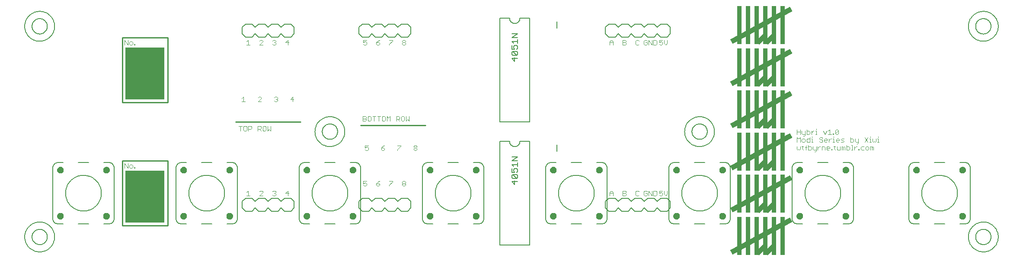
<source format=gto>
G75*
G70*
%OFA0B0*%
%FSLAX24Y24*%
%IPPOS*%
%LPD*%
%AMOC8*
5,1,8,0,0,1.08239X$1,22.5*
%
%ADD10R,0.3000X0.4000*%
%ADD11C,0.0030*%
%ADD12C,0.0100*%
%ADD13C,0.0060*%
%ADD14C,0.0050*%
%ADD15C,0.0080*%
%ADD16R,0.0333X0.2933*%
%ADD17R,0.0333X0.2933*%
%ADD18C,0.0000*%
%ADD19C,0.0001*%
%ADD20C,0.0276*%
D10*
X010760Y005760D03*
X010760Y015260D03*
D11*
X018216Y013322D02*
X018339Y013445D01*
X018339Y013075D01*
X018216Y013075D02*
X018463Y013075D01*
X019466Y013075D02*
X019713Y013322D01*
X019713Y013384D01*
X019651Y013445D01*
X019528Y013445D01*
X019466Y013384D01*
X019466Y013075D02*
X019713Y013075D01*
X020716Y013137D02*
X020778Y013075D01*
X020901Y013075D01*
X020963Y013137D01*
X020963Y013198D01*
X020901Y013260D01*
X020839Y013260D01*
X020901Y013260D02*
X020963Y013322D01*
X020963Y013384D01*
X020901Y013445D01*
X020778Y013445D01*
X020716Y013384D01*
X021966Y013260D02*
X022213Y013260D01*
X022151Y013075D02*
X022151Y013445D01*
X021966Y013260D01*
X027558Y011945D02*
X027744Y011945D01*
X027805Y011884D01*
X027805Y011822D01*
X027744Y011760D01*
X027558Y011760D01*
X027558Y011575D02*
X027744Y011575D01*
X027805Y011637D01*
X027805Y011698D01*
X027744Y011760D01*
X027927Y011637D02*
X027988Y011575D01*
X028112Y011575D01*
X028174Y011637D01*
X028174Y011884D01*
X028112Y011945D01*
X027988Y011945D01*
X027927Y011884D01*
X027927Y011637D01*
X027558Y011575D02*
X027558Y011945D01*
X028295Y011945D02*
X028542Y011945D01*
X028663Y011945D02*
X028910Y011945D01*
X028787Y011945D02*
X028787Y011575D01*
X029032Y011637D02*
X029093Y011575D01*
X029217Y011575D01*
X029279Y011637D01*
X029279Y011884D01*
X029217Y011945D01*
X029093Y011945D01*
X029032Y011884D01*
X029032Y011637D01*
X029400Y011575D02*
X029400Y011945D01*
X029523Y011822D01*
X029647Y011945D01*
X029647Y011575D01*
X030137Y011575D02*
X030137Y011945D01*
X030322Y011945D01*
X030384Y011884D01*
X030384Y011760D01*
X030322Y011698D01*
X030137Y011698D01*
X030260Y011698D02*
X030384Y011575D01*
X030505Y011637D02*
X030567Y011575D01*
X030690Y011575D01*
X030752Y011637D01*
X030752Y011884D01*
X030690Y011945D01*
X030567Y011945D01*
X030505Y011884D01*
X030505Y011637D01*
X030873Y011575D02*
X030997Y011698D01*
X031120Y011575D01*
X031120Y011945D01*
X030873Y011945D02*
X030873Y011575D01*
X028418Y011575D02*
X028418Y011945D01*
X027963Y009695D02*
X027716Y009695D01*
X027716Y009510D01*
X027839Y009572D01*
X027901Y009572D01*
X027963Y009510D01*
X027963Y009387D01*
X027901Y009325D01*
X027778Y009325D01*
X027716Y009387D01*
X028966Y009387D02*
X029028Y009325D01*
X029151Y009325D01*
X029213Y009387D01*
X029213Y009448D01*
X029151Y009510D01*
X028966Y009510D01*
X028966Y009387D01*
X028966Y009510D02*
X029089Y009634D01*
X029213Y009695D01*
X030216Y009695D02*
X030463Y009695D01*
X030463Y009634D01*
X030216Y009387D01*
X030216Y009325D01*
X031466Y009387D02*
X031466Y009448D01*
X031528Y009510D01*
X031651Y009510D01*
X031713Y009448D01*
X031713Y009387D01*
X031651Y009325D01*
X031528Y009325D01*
X031466Y009387D01*
X031528Y009510D02*
X031466Y009572D01*
X031466Y009634D01*
X031528Y009695D01*
X031651Y009695D01*
X031713Y009634D01*
X031713Y009572D01*
X031651Y009510D01*
X030776Y006945D02*
X030838Y006884D01*
X030838Y006822D01*
X030776Y006760D01*
X030653Y006760D01*
X030591Y006822D01*
X030591Y006884D01*
X030653Y006945D01*
X030776Y006945D01*
X030776Y006760D02*
X030838Y006698D01*
X030838Y006637D01*
X030776Y006575D01*
X030653Y006575D01*
X030591Y006637D01*
X030591Y006698D01*
X030653Y006760D01*
X029838Y006884D02*
X029838Y006945D01*
X029591Y006945D01*
X029838Y006884D02*
X029591Y006637D01*
X029591Y006575D01*
X028838Y006637D02*
X028838Y006698D01*
X028776Y006760D01*
X028591Y006760D01*
X028591Y006637D01*
X028653Y006575D01*
X028776Y006575D01*
X028838Y006637D01*
X028591Y006760D02*
X028714Y006884D01*
X028838Y006945D01*
X027838Y006945D02*
X027591Y006945D01*
X027591Y006760D01*
X027714Y006822D01*
X027776Y006822D01*
X027838Y006760D01*
X027838Y006637D01*
X027776Y006575D01*
X027653Y006575D01*
X027591Y006637D01*
X021838Y006010D02*
X021591Y006010D01*
X021776Y006195D01*
X021776Y005825D01*
X020838Y005887D02*
X020776Y005825D01*
X020653Y005825D01*
X020591Y005887D01*
X020714Y006010D02*
X020776Y006010D01*
X020838Y005948D01*
X020838Y005887D01*
X020776Y006010D02*
X020838Y006072D01*
X020838Y006134D01*
X020776Y006195D01*
X020653Y006195D01*
X020591Y006134D01*
X019838Y006134D02*
X019776Y006195D01*
X019653Y006195D01*
X019591Y006134D01*
X019838Y006134D02*
X019838Y006072D01*
X019591Y005825D01*
X019838Y005825D01*
X018838Y005825D02*
X018591Y005825D01*
X018714Y005825D02*
X018714Y006195D01*
X018591Y006072D01*
X009988Y007950D02*
X009926Y007950D01*
X009926Y008012D01*
X009988Y008012D01*
X009988Y007950D01*
X009805Y008012D02*
X009743Y007950D01*
X009620Y007950D01*
X009558Y008012D01*
X009558Y008135D01*
X009620Y008197D01*
X009743Y008197D01*
X009805Y008135D01*
X009805Y008012D01*
X009436Y007950D02*
X009190Y008320D01*
X009190Y007950D01*
X009436Y007950D02*
X009436Y008320D01*
X018109Y010825D02*
X018109Y011195D01*
X017986Y011195D02*
X018233Y011195D01*
X018354Y011134D02*
X018416Y011195D01*
X018539Y011195D01*
X018601Y011134D01*
X018601Y010887D01*
X018539Y010825D01*
X018416Y010825D01*
X018354Y010887D01*
X018354Y011134D01*
X018723Y011195D02*
X018723Y010825D01*
X018723Y010948D02*
X018908Y010948D01*
X018969Y011010D01*
X018969Y011134D01*
X018908Y011195D01*
X018723Y011195D01*
X019459Y011195D02*
X019644Y011195D01*
X019706Y011134D01*
X019706Y011010D01*
X019644Y010948D01*
X019459Y010948D01*
X019459Y010825D02*
X019459Y011195D01*
X019827Y011134D02*
X019827Y010887D01*
X019889Y010825D01*
X020013Y010825D01*
X020074Y010887D01*
X020074Y011134D01*
X020013Y011195D01*
X019889Y011195D01*
X019827Y011134D01*
X019583Y010948D02*
X019706Y010825D01*
X020196Y010825D02*
X020319Y010948D01*
X020443Y010825D01*
X020443Y011195D01*
X020196Y011195D02*
X020196Y010825D01*
X019838Y017450D02*
X019591Y017450D01*
X019838Y017697D01*
X019838Y017759D01*
X019776Y017820D01*
X019653Y017820D01*
X019591Y017759D01*
X018838Y017450D02*
X018591Y017450D01*
X018714Y017450D02*
X018714Y017820D01*
X018591Y017697D01*
X020591Y017759D02*
X020653Y017820D01*
X020776Y017820D01*
X020838Y017759D01*
X020838Y017697D01*
X020776Y017635D01*
X020838Y017573D01*
X020838Y017512D01*
X020776Y017450D01*
X020653Y017450D01*
X020591Y017512D01*
X020714Y017635D02*
X020776Y017635D01*
X021591Y017635D02*
X021776Y017820D01*
X021776Y017450D01*
X021838Y017635D02*
X021591Y017635D01*
X027591Y017635D02*
X027714Y017697D01*
X027776Y017697D01*
X027838Y017635D01*
X027838Y017512D01*
X027776Y017450D01*
X027653Y017450D01*
X027591Y017512D01*
X027591Y017635D02*
X027591Y017820D01*
X027838Y017820D01*
X028591Y017635D02*
X028776Y017635D01*
X028838Y017573D01*
X028838Y017512D01*
X028776Y017450D01*
X028653Y017450D01*
X028591Y017512D01*
X028591Y017635D01*
X028714Y017759D01*
X028838Y017820D01*
X029591Y017820D02*
X029838Y017820D01*
X029838Y017759D01*
X029591Y017512D01*
X029591Y017450D01*
X030591Y017512D02*
X030591Y017573D01*
X030653Y017635D01*
X030776Y017635D01*
X030838Y017573D01*
X030838Y017512D01*
X030776Y017450D01*
X030653Y017450D01*
X030591Y017512D01*
X030653Y017635D02*
X030591Y017697D01*
X030591Y017759D01*
X030653Y017820D01*
X030776Y017820D01*
X030838Y017759D01*
X030838Y017697D01*
X030776Y017635D01*
X046591Y017635D02*
X046838Y017635D01*
X046838Y017697D02*
X046838Y017450D01*
X046838Y017697D02*
X046714Y017820D01*
X046591Y017697D01*
X046591Y017450D01*
X047591Y017450D02*
X047591Y017820D01*
X047776Y017820D01*
X047838Y017759D01*
X047838Y017697D01*
X047776Y017635D01*
X047591Y017635D01*
X047591Y017450D02*
X047776Y017450D01*
X047838Y017512D01*
X047838Y017573D01*
X047776Y017635D01*
X048591Y017759D02*
X048591Y017512D01*
X048653Y017450D01*
X048776Y017450D01*
X048838Y017512D01*
X048838Y017759D02*
X048776Y017820D01*
X048653Y017820D01*
X048591Y017759D01*
X049223Y017759D02*
X049223Y017512D01*
X049284Y017450D01*
X049408Y017450D01*
X049469Y017512D01*
X049469Y017635D01*
X049346Y017635D01*
X049469Y017759D02*
X049408Y017820D01*
X049284Y017820D01*
X049223Y017759D01*
X049591Y017820D02*
X049838Y017450D01*
X049838Y017820D01*
X049959Y017820D02*
X049959Y017450D01*
X050144Y017450D01*
X050206Y017512D01*
X050206Y017759D01*
X050144Y017820D01*
X049959Y017820D01*
X049591Y017820D02*
X049591Y017450D01*
X050407Y017512D02*
X050468Y017450D01*
X050592Y017450D01*
X050654Y017512D01*
X050654Y017635D01*
X050592Y017697D01*
X050530Y017697D01*
X050407Y017635D01*
X050407Y017820D01*
X050654Y017820D01*
X050775Y017820D02*
X050775Y017573D01*
X050898Y017450D01*
X051022Y017573D01*
X051022Y017820D01*
X062499Y010982D02*
X062499Y010920D01*
X062499Y010797D02*
X062499Y010550D01*
X062560Y010550D02*
X062437Y010550D01*
X062437Y010797D02*
X062499Y010797D01*
X062315Y010797D02*
X062253Y010797D01*
X062130Y010673D01*
X062130Y010550D02*
X062130Y010797D01*
X062009Y010735D02*
X061947Y010797D01*
X061762Y010797D01*
X061640Y010797D02*
X061640Y010488D01*
X061578Y010427D01*
X061517Y010427D01*
X061455Y010550D02*
X061640Y010550D01*
X061762Y010550D02*
X061947Y010550D01*
X062009Y010612D01*
X062009Y010735D01*
X061762Y010920D02*
X061762Y010550D01*
X061455Y010550D02*
X061393Y010612D01*
X061393Y010797D01*
X061272Y010735D02*
X061025Y010735D01*
X061025Y010550D02*
X061025Y010920D01*
X061272Y010920D02*
X061272Y010550D01*
X062192Y010382D02*
X062192Y010320D01*
X062192Y010197D02*
X062192Y009950D01*
X062253Y009950D02*
X062130Y009950D01*
X062009Y009950D02*
X061823Y009950D01*
X061762Y010012D01*
X061762Y010135D01*
X061823Y010197D01*
X062009Y010197D01*
X062130Y010197D02*
X062192Y010197D01*
X062009Y010320D02*
X062009Y009950D01*
X061884Y009720D02*
X061884Y009350D01*
X062070Y009350D01*
X062131Y009412D01*
X062131Y009535D01*
X062070Y009597D01*
X061884Y009597D01*
X061762Y009535D02*
X061639Y009535D01*
X061517Y009597D02*
X061393Y009597D01*
X061455Y009659D02*
X061455Y009412D01*
X061517Y009350D01*
X061701Y009350D02*
X061701Y009659D01*
X061762Y009720D01*
X061578Y009950D02*
X061640Y010012D01*
X061640Y010135D01*
X061578Y010197D01*
X061455Y010197D01*
X061393Y010135D01*
X061393Y010012D01*
X061455Y009950D01*
X061578Y009950D01*
X061272Y009950D02*
X061272Y010320D01*
X061148Y010197D01*
X061025Y010320D01*
X061025Y009950D01*
X061025Y009597D02*
X061025Y009412D01*
X061087Y009350D01*
X061148Y009412D01*
X061210Y009350D01*
X061272Y009412D01*
X061272Y009597D01*
X062253Y009597D02*
X062253Y009412D01*
X062314Y009350D01*
X062500Y009350D01*
X062500Y009288D02*
X062438Y009227D01*
X062376Y009227D01*
X062500Y009288D02*
X062500Y009597D01*
X062621Y009597D02*
X062621Y009350D01*
X062621Y009473D02*
X062744Y009597D01*
X062806Y009597D01*
X062928Y009597D02*
X063113Y009597D01*
X063175Y009535D01*
X063175Y009350D01*
X063296Y009412D02*
X063296Y009535D01*
X063358Y009597D01*
X063481Y009597D01*
X063543Y009535D01*
X063543Y009473D01*
X063296Y009473D01*
X063296Y009412D02*
X063358Y009350D01*
X063481Y009350D01*
X063665Y009350D02*
X063726Y009350D01*
X063726Y009412D01*
X063665Y009412D01*
X063665Y009350D01*
X063910Y009412D02*
X063972Y009350D01*
X063910Y009412D02*
X063910Y009659D01*
X063849Y009597D02*
X063972Y009597D01*
X064094Y009597D02*
X064094Y009412D01*
X064156Y009350D01*
X064341Y009350D01*
X064341Y009597D01*
X064463Y009597D02*
X064524Y009597D01*
X064586Y009535D01*
X064648Y009597D01*
X064709Y009535D01*
X064709Y009350D01*
X064831Y009350D02*
X065016Y009350D01*
X065078Y009412D01*
X065078Y009535D01*
X065016Y009597D01*
X064831Y009597D01*
X064831Y009720D02*
X064831Y009350D01*
X064586Y009350D02*
X064586Y009535D01*
X064463Y009597D02*
X064463Y009350D01*
X065199Y009350D02*
X065323Y009350D01*
X065261Y009350D02*
X065261Y009720D01*
X065199Y009720D01*
X065138Y009950D02*
X065323Y009950D01*
X065385Y010012D01*
X065385Y010135D01*
X065323Y010197D01*
X065138Y010197D01*
X065138Y010320D02*
X065138Y009950D01*
X065506Y010012D02*
X065568Y009950D01*
X065753Y009950D01*
X065753Y009888D02*
X065691Y009827D01*
X065630Y009827D01*
X065753Y009888D02*
X065753Y010197D01*
X065506Y010197D02*
X065506Y010012D01*
X066243Y009950D02*
X066490Y010320D01*
X066611Y010197D02*
X066673Y010197D01*
X066673Y009950D01*
X066611Y009950D02*
X066735Y009950D01*
X066857Y010012D02*
X066918Y009950D01*
X066980Y010012D01*
X067042Y009950D01*
X067104Y010012D01*
X067104Y010197D01*
X067225Y010197D02*
X067287Y010197D01*
X067287Y009950D01*
X067348Y009950D02*
X067225Y009950D01*
X066857Y010012D02*
X066857Y010197D01*
X066673Y010320D02*
X066673Y010382D01*
X066243Y010320D02*
X066490Y009950D01*
X067287Y010320D02*
X067287Y010382D01*
X066858Y009597D02*
X066919Y009535D01*
X066919Y009350D01*
X066796Y009350D02*
X066796Y009535D01*
X066858Y009597D01*
X066796Y009535D02*
X066734Y009597D01*
X066672Y009597D01*
X066672Y009350D01*
X066551Y009412D02*
X066551Y009535D01*
X066489Y009597D01*
X066366Y009597D01*
X066304Y009535D01*
X066304Y009412D01*
X066366Y009350D01*
X066489Y009350D01*
X066551Y009412D01*
X066183Y009350D02*
X065998Y009350D01*
X065936Y009412D01*
X065936Y009535D01*
X065998Y009597D01*
X066183Y009597D01*
X065813Y009412D02*
X065813Y009350D01*
X065752Y009350D01*
X065752Y009412D01*
X065813Y009412D01*
X065630Y009597D02*
X065568Y009597D01*
X065445Y009473D01*
X065445Y009350D02*
X065445Y009597D01*
X064648Y010012D02*
X064586Y010073D01*
X064463Y010073D01*
X064401Y010135D01*
X064463Y010197D01*
X064648Y010197D01*
X064648Y010012D02*
X064586Y009950D01*
X064401Y009950D01*
X064280Y010073D02*
X064033Y010073D01*
X064033Y010012D02*
X064033Y010135D01*
X064095Y010197D01*
X064218Y010197D01*
X064280Y010135D01*
X064280Y010073D01*
X064218Y009950D02*
X064095Y009950D01*
X064033Y010012D01*
X063911Y009950D02*
X063787Y009950D01*
X063849Y009950D02*
X063849Y010197D01*
X063787Y010197D01*
X063666Y010197D02*
X063604Y010197D01*
X063480Y010073D01*
X063359Y010073D02*
X063112Y010073D01*
X063112Y010012D02*
X063112Y010135D01*
X063174Y010197D01*
X063297Y010197D01*
X063359Y010135D01*
X063359Y010073D01*
X063297Y009950D02*
X063174Y009950D01*
X063112Y010012D01*
X062991Y010012D02*
X062929Y009950D01*
X062806Y009950D01*
X062744Y010012D01*
X062806Y010135D02*
X062929Y010135D01*
X062991Y010073D01*
X062991Y010012D01*
X062806Y010135D02*
X062744Y010197D01*
X062744Y010259D01*
X062806Y010320D01*
X062929Y010320D01*
X062991Y010259D01*
X063480Y010197D02*
X063480Y009950D01*
X063849Y010320D02*
X063849Y010382D01*
X063849Y010550D02*
X063787Y010550D01*
X063787Y010612D01*
X063849Y010612D01*
X063849Y010550D01*
X063972Y010612D02*
X064218Y010859D01*
X064218Y010612D01*
X064157Y010550D01*
X064033Y010550D01*
X063972Y010612D01*
X063972Y010859D01*
X064033Y010920D01*
X064157Y010920D01*
X064218Y010859D01*
X063666Y010550D02*
X063419Y010550D01*
X063542Y010550D02*
X063542Y010920D01*
X063419Y010797D01*
X063298Y010797D02*
X063174Y010550D01*
X063051Y010797D01*
X062928Y009597D02*
X062928Y009350D01*
X051022Y006195D02*
X051022Y005948D01*
X050898Y005825D01*
X050775Y005948D01*
X050775Y006195D01*
X050654Y006195D02*
X050407Y006195D01*
X050407Y006010D01*
X050530Y006072D01*
X050592Y006072D01*
X050654Y006010D01*
X050654Y005887D01*
X050592Y005825D01*
X050468Y005825D01*
X050407Y005887D01*
X050206Y005887D02*
X050206Y006134D01*
X050144Y006195D01*
X049959Y006195D01*
X049959Y005825D01*
X050144Y005825D01*
X050206Y005887D01*
X049838Y005825D02*
X049838Y006195D01*
X049591Y006195D02*
X049838Y005825D01*
X049591Y005825D02*
X049591Y006195D01*
X049469Y006134D02*
X049408Y006195D01*
X049284Y006195D01*
X049223Y006134D01*
X049223Y005887D01*
X049284Y005825D01*
X049408Y005825D01*
X049469Y005887D01*
X049469Y006010D01*
X049346Y006010D01*
X048838Y005887D02*
X048776Y005825D01*
X048653Y005825D01*
X048591Y005887D01*
X048591Y006134D01*
X048653Y006195D01*
X048776Y006195D01*
X048838Y006134D01*
X047838Y006134D02*
X047838Y006072D01*
X047776Y006010D01*
X047591Y006010D01*
X047591Y005825D02*
X047776Y005825D01*
X047838Y005887D01*
X047838Y005948D01*
X047776Y006010D01*
X047838Y006134D02*
X047776Y006195D01*
X047591Y006195D01*
X047591Y005825D01*
X046838Y005825D02*
X046838Y006072D01*
X046714Y006195D01*
X046591Y006072D01*
X046591Y005825D01*
X046591Y006010D02*
X046838Y006010D01*
X009988Y017450D02*
X009926Y017450D01*
X009926Y017512D01*
X009988Y017512D01*
X009988Y017450D01*
X009805Y017512D02*
X009805Y017635D01*
X009743Y017697D01*
X009620Y017697D01*
X009558Y017635D01*
X009558Y017512D01*
X009620Y017450D01*
X009743Y017450D01*
X009805Y017512D01*
X009436Y017450D02*
X009436Y017820D01*
X009190Y017820D02*
X009190Y017450D01*
X009436Y017450D02*
X009190Y017820D01*
D12*
X009010Y018010D02*
X009010Y013010D01*
X012510Y013010D01*
X012510Y018010D01*
X009010Y018010D01*
X017760Y011510D02*
X022760Y011510D01*
X027385Y011260D02*
X032385Y011260D01*
X012510Y008510D02*
X009010Y008510D01*
X009010Y003510D01*
X012510Y003510D01*
X012510Y008510D01*
D13*
X023860Y010760D02*
X023862Y010827D01*
X023868Y010895D01*
X023878Y010962D01*
X023892Y011028D01*
X023909Y011093D01*
X023931Y011157D01*
X023956Y011220D01*
X023985Y011281D01*
X024017Y011340D01*
X024053Y011397D01*
X024092Y011452D01*
X024134Y011505D01*
X024179Y011555D01*
X024227Y011602D01*
X024278Y011647D01*
X024331Y011688D01*
X024387Y011727D01*
X024445Y011762D01*
X024505Y011793D01*
X024566Y011821D01*
X024629Y011845D01*
X024693Y011866D01*
X024759Y011882D01*
X024825Y011895D01*
X024892Y011904D01*
X024959Y011909D01*
X025027Y011910D01*
X025094Y011907D01*
X025161Y011900D01*
X025228Y011889D01*
X025294Y011874D01*
X025359Y011856D01*
X025423Y011833D01*
X025485Y011807D01*
X025546Y011778D01*
X025604Y011744D01*
X025661Y011708D01*
X025716Y011668D01*
X025768Y011625D01*
X025817Y011579D01*
X025864Y011530D01*
X025908Y011479D01*
X025948Y011425D01*
X025986Y011369D01*
X026020Y011310D01*
X026050Y011250D01*
X026077Y011188D01*
X026101Y011125D01*
X026120Y011060D01*
X026136Y010995D01*
X026148Y010928D01*
X026156Y010861D01*
X026160Y010794D01*
X026160Y010726D01*
X026156Y010659D01*
X026148Y010592D01*
X026136Y010525D01*
X026120Y010460D01*
X026101Y010395D01*
X026077Y010332D01*
X026050Y010270D01*
X026020Y010210D01*
X025986Y010151D01*
X025948Y010095D01*
X025908Y010041D01*
X025864Y009990D01*
X025817Y009941D01*
X025768Y009895D01*
X025716Y009852D01*
X025661Y009812D01*
X025604Y009776D01*
X025546Y009742D01*
X025485Y009713D01*
X025423Y009687D01*
X025359Y009664D01*
X025294Y009646D01*
X025228Y009631D01*
X025161Y009620D01*
X025094Y009613D01*
X025027Y009610D01*
X024959Y009611D01*
X024892Y009616D01*
X024825Y009625D01*
X024759Y009638D01*
X024693Y009654D01*
X024629Y009675D01*
X024566Y009699D01*
X024505Y009727D01*
X024445Y009758D01*
X024387Y009793D01*
X024331Y009832D01*
X024278Y009873D01*
X024227Y009918D01*
X024179Y009965D01*
X024134Y010015D01*
X024092Y010068D01*
X024053Y010123D01*
X024017Y010180D01*
X023985Y010239D01*
X023956Y010300D01*
X023931Y010363D01*
X023909Y010427D01*
X023892Y010492D01*
X023878Y010558D01*
X023868Y010625D01*
X023862Y010693D01*
X023860Y010760D01*
X038110Y010010D02*
X038860Y010010D01*
X038862Y009971D01*
X038868Y009932D01*
X038877Y009894D01*
X038890Y009857D01*
X038907Y009821D01*
X038927Y009788D01*
X038951Y009756D01*
X038977Y009727D01*
X039006Y009701D01*
X039038Y009677D01*
X039071Y009657D01*
X039107Y009640D01*
X039144Y009627D01*
X039182Y009618D01*
X039221Y009612D01*
X039260Y009610D01*
X039299Y009612D01*
X039338Y009618D01*
X039376Y009627D01*
X039413Y009640D01*
X039449Y009657D01*
X039482Y009677D01*
X039514Y009701D01*
X039543Y009727D01*
X039569Y009756D01*
X039593Y009788D01*
X039613Y009821D01*
X039630Y009857D01*
X039643Y009894D01*
X039652Y009932D01*
X039658Y009971D01*
X039660Y010010D01*
X040410Y010010D01*
X040410Y002010D01*
X038110Y002010D01*
X038110Y010010D01*
X038110Y011510D02*
X040410Y011510D01*
X040410Y019510D01*
X039660Y019510D01*
X039658Y019471D01*
X039652Y019432D01*
X039643Y019394D01*
X039630Y019357D01*
X039613Y019321D01*
X039593Y019288D01*
X039569Y019256D01*
X039543Y019227D01*
X039514Y019201D01*
X039482Y019177D01*
X039449Y019157D01*
X039413Y019140D01*
X039376Y019127D01*
X039338Y019118D01*
X039299Y019112D01*
X039260Y019110D01*
X039221Y019112D01*
X039182Y019118D01*
X039144Y019127D01*
X039107Y019140D01*
X039071Y019157D01*
X039038Y019177D01*
X039006Y019201D01*
X038977Y019227D01*
X038951Y019256D01*
X038927Y019288D01*
X038907Y019321D01*
X038890Y019357D01*
X038877Y019394D01*
X038868Y019432D01*
X038862Y019471D01*
X038860Y019510D01*
X038110Y019510D01*
X038110Y011510D01*
X052360Y010760D02*
X052362Y010827D01*
X052368Y010895D01*
X052378Y010962D01*
X052392Y011028D01*
X052409Y011093D01*
X052431Y011157D01*
X052456Y011220D01*
X052485Y011281D01*
X052517Y011340D01*
X052553Y011397D01*
X052592Y011452D01*
X052634Y011505D01*
X052679Y011555D01*
X052727Y011602D01*
X052778Y011647D01*
X052831Y011688D01*
X052887Y011727D01*
X052945Y011762D01*
X053005Y011793D01*
X053066Y011821D01*
X053129Y011845D01*
X053193Y011866D01*
X053259Y011882D01*
X053325Y011895D01*
X053392Y011904D01*
X053459Y011909D01*
X053527Y011910D01*
X053594Y011907D01*
X053661Y011900D01*
X053728Y011889D01*
X053794Y011874D01*
X053859Y011856D01*
X053923Y011833D01*
X053985Y011807D01*
X054046Y011778D01*
X054104Y011744D01*
X054161Y011708D01*
X054216Y011668D01*
X054268Y011625D01*
X054317Y011579D01*
X054364Y011530D01*
X054408Y011479D01*
X054448Y011425D01*
X054486Y011369D01*
X054520Y011310D01*
X054550Y011250D01*
X054577Y011188D01*
X054601Y011125D01*
X054620Y011060D01*
X054636Y010995D01*
X054648Y010928D01*
X054656Y010861D01*
X054660Y010794D01*
X054660Y010726D01*
X054656Y010659D01*
X054648Y010592D01*
X054636Y010525D01*
X054620Y010460D01*
X054601Y010395D01*
X054577Y010332D01*
X054550Y010270D01*
X054520Y010210D01*
X054486Y010151D01*
X054448Y010095D01*
X054408Y010041D01*
X054364Y009990D01*
X054317Y009941D01*
X054268Y009895D01*
X054216Y009852D01*
X054161Y009812D01*
X054104Y009776D01*
X054046Y009742D01*
X053985Y009713D01*
X053923Y009687D01*
X053859Y009664D01*
X053794Y009646D01*
X053728Y009631D01*
X053661Y009620D01*
X053594Y009613D01*
X053527Y009610D01*
X053459Y009611D01*
X053392Y009616D01*
X053325Y009625D01*
X053259Y009638D01*
X053193Y009654D01*
X053129Y009675D01*
X053066Y009699D01*
X053005Y009727D01*
X052945Y009758D01*
X052887Y009793D01*
X052831Y009832D01*
X052778Y009873D01*
X052727Y009918D01*
X052679Y009965D01*
X052634Y010015D01*
X052592Y010068D01*
X052553Y010123D01*
X052517Y010180D01*
X052485Y010239D01*
X052456Y010300D01*
X052431Y010363D01*
X052409Y010427D01*
X052392Y010492D01*
X052378Y010558D01*
X052368Y010625D01*
X052362Y010693D01*
X052360Y010760D01*
X074235Y018885D02*
X074237Y018952D01*
X074243Y019020D01*
X074253Y019087D01*
X074267Y019153D01*
X074284Y019218D01*
X074306Y019282D01*
X074331Y019345D01*
X074360Y019406D01*
X074392Y019465D01*
X074428Y019522D01*
X074467Y019577D01*
X074509Y019630D01*
X074554Y019680D01*
X074602Y019727D01*
X074653Y019772D01*
X074706Y019813D01*
X074762Y019852D01*
X074820Y019887D01*
X074880Y019918D01*
X074941Y019946D01*
X075004Y019970D01*
X075068Y019991D01*
X075134Y020007D01*
X075200Y020020D01*
X075267Y020029D01*
X075334Y020034D01*
X075402Y020035D01*
X075469Y020032D01*
X075536Y020025D01*
X075603Y020014D01*
X075669Y019999D01*
X075734Y019981D01*
X075798Y019958D01*
X075860Y019932D01*
X075921Y019903D01*
X075979Y019869D01*
X076036Y019833D01*
X076091Y019793D01*
X076143Y019750D01*
X076192Y019704D01*
X076239Y019655D01*
X076283Y019604D01*
X076323Y019550D01*
X076361Y019494D01*
X076395Y019435D01*
X076425Y019375D01*
X076452Y019313D01*
X076476Y019250D01*
X076495Y019185D01*
X076511Y019120D01*
X076523Y019053D01*
X076531Y018986D01*
X076535Y018919D01*
X076535Y018851D01*
X076531Y018784D01*
X076523Y018717D01*
X076511Y018650D01*
X076495Y018585D01*
X076476Y018520D01*
X076452Y018457D01*
X076425Y018395D01*
X076395Y018335D01*
X076361Y018276D01*
X076323Y018220D01*
X076283Y018166D01*
X076239Y018115D01*
X076192Y018066D01*
X076143Y018020D01*
X076091Y017977D01*
X076036Y017937D01*
X075979Y017901D01*
X075921Y017867D01*
X075860Y017838D01*
X075798Y017812D01*
X075734Y017789D01*
X075669Y017771D01*
X075603Y017756D01*
X075536Y017745D01*
X075469Y017738D01*
X075402Y017735D01*
X075334Y017736D01*
X075267Y017741D01*
X075200Y017750D01*
X075134Y017763D01*
X075068Y017779D01*
X075004Y017800D01*
X074941Y017824D01*
X074880Y017852D01*
X074820Y017883D01*
X074762Y017918D01*
X074706Y017957D01*
X074653Y017998D01*
X074602Y018043D01*
X074554Y018090D01*
X074509Y018140D01*
X074467Y018193D01*
X074428Y018248D01*
X074392Y018305D01*
X074360Y018364D01*
X074331Y018425D01*
X074306Y018488D01*
X074284Y018552D01*
X074267Y018617D01*
X074253Y018683D01*
X074243Y018750D01*
X074237Y018818D01*
X074235Y018885D01*
X074235Y002635D02*
X074237Y002702D01*
X074243Y002770D01*
X074253Y002837D01*
X074267Y002903D01*
X074284Y002968D01*
X074306Y003032D01*
X074331Y003095D01*
X074360Y003156D01*
X074392Y003215D01*
X074428Y003272D01*
X074467Y003327D01*
X074509Y003380D01*
X074554Y003430D01*
X074602Y003477D01*
X074653Y003522D01*
X074706Y003563D01*
X074762Y003602D01*
X074820Y003637D01*
X074880Y003668D01*
X074941Y003696D01*
X075004Y003720D01*
X075068Y003741D01*
X075134Y003757D01*
X075200Y003770D01*
X075267Y003779D01*
X075334Y003784D01*
X075402Y003785D01*
X075469Y003782D01*
X075536Y003775D01*
X075603Y003764D01*
X075669Y003749D01*
X075734Y003731D01*
X075798Y003708D01*
X075860Y003682D01*
X075921Y003653D01*
X075979Y003619D01*
X076036Y003583D01*
X076091Y003543D01*
X076143Y003500D01*
X076192Y003454D01*
X076239Y003405D01*
X076283Y003354D01*
X076323Y003300D01*
X076361Y003244D01*
X076395Y003185D01*
X076425Y003125D01*
X076452Y003063D01*
X076476Y003000D01*
X076495Y002935D01*
X076511Y002870D01*
X076523Y002803D01*
X076531Y002736D01*
X076535Y002669D01*
X076535Y002601D01*
X076531Y002534D01*
X076523Y002467D01*
X076511Y002400D01*
X076495Y002335D01*
X076476Y002270D01*
X076452Y002207D01*
X076425Y002145D01*
X076395Y002085D01*
X076361Y002026D01*
X076323Y001970D01*
X076283Y001916D01*
X076239Y001865D01*
X076192Y001816D01*
X076143Y001770D01*
X076091Y001727D01*
X076036Y001687D01*
X075979Y001651D01*
X075921Y001617D01*
X075860Y001588D01*
X075798Y001562D01*
X075734Y001539D01*
X075669Y001521D01*
X075603Y001506D01*
X075536Y001495D01*
X075469Y001488D01*
X075402Y001485D01*
X075334Y001486D01*
X075267Y001491D01*
X075200Y001500D01*
X075134Y001513D01*
X075068Y001529D01*
X075004Y001550D01*
X074941Y001574D01*
X074880Y001602D01*
X074820Y001633D01*
X074762Y001668D01*
X074706Y001707D01*
X074653Y001748D01*
X074602Y001793D01*
X074554Y001840D01*
X074509Y001890D01*
X074467Y001943D01*
X074428Y001998D01*
X074392Y002055D01*
X074360Y002114D01*
X074331Y002175D01*
X074306Y002238D01*
X074284Y002302D01*
X074267Y002367D01*
X074253Y002433D01*
X074243Y002500D01*
X074237Y002568D01*
X074235Y002635D01*
X001485Y002635D02*
X001487Y002702D01*
X001493Y002770D01*
X001503Y002837D01*
X001517Y002903D01*
X001534Y002968D01*
X001556Y003032D01*
X001581Y003095D01*
X001610Y003156D01*
X001642Y003215D01*
X001678Y003272D01*
X001717Y003327D01*
X001759Y003380D01*
X001804Y003430D01*
X001852Y003477D01*
X001903Y003522D01*
X001956Y003563D01*
X002012Y003602D01*
X002070Y003637D01*
X002130Y003668D01*
X002191Y003696D01*
X002254Y003720D01*
X002318Y003741D01*
X002384Y003757D01*
X002450Y003770D01*
X002517Y003779D01*
X002584Y003784D01*
X002652Y003785D01*
X002719Y003782D01*
X002786Y003775D01*
X002853Y003764D01*
X002919Y003749D01*
X002984Y003731D01*
X003048Y003708D01*
X003110Y003682D01*
X003171Y003653D01*
X003229Y003619D01*
X003286Y003583D01*
X003341Y003543D01*
X003393Y003500D01*
X003442Y003454D01*
X003489Y003405D01*
X003533Y003354D01*
X003573Y003300D01*
X003611Y003244D01*
X003645Y003185D01*
X003675Y003125D01*
X003702Y003063D01*
X003726Y003000D01*
X003745Y002935D01*
X003761Y002870D01*
X003773Y002803D01*
X003781Y002736D01*
X003785Y002669D01*
X003785Y002601D01*
X003781Y002534D01*
X003773Y002467D01*
X003761Y002400D01*
X003745Y002335D01*
X003726Y002270D01*
X003702Y002207D01*
X003675Y002145D01*
X003645Y002085D01*
X003611Y002026D01*
X003573Y001970D01*
X003533Y001916D01*
X003489Y001865D01*
X003442Y001816D01*
X003393Y001770D01*
X003341Y001727D01*
X003286Y001687D01*
X003229Y001651D01*
X003171Y001617D01*
X003110Y001588D01*
X003048Y001562D01*
X002984Y001539D01*
X002919Y001521D01*
X002853Y001506D01*
X002786Y001495D01*
X002719Y001488D01*
X002652Y001485D01*
X002584Y001486D01*
X002517Y001491D01*
X002450Y001500D01*
X002384Y001513D01*
X002318Y001529D01*
X002254Y001550D01*
X002191Y001574D01*
X002130Y001602D01*
X002070Y001633D01*
X002012Y001668D01*
X001956Y001707D01*
X001903Y001748D01*
X001852Y001793D01*
X001804Y001840D01*
X001759Y001890D01*
X001717Y001943D01*
X001678Y001998D01*
X001642Y002055D01*
X001610Y002114D01*
X001581Y002175D01*
X001556Y002238D01*
X001534Y002302D01*
X001517Y002367D01*
X001503Y002433D01*
X001493Y002500D01*
X001487Y002568D01*
X001485Y002635D01*
X001485Y018885D02*
X001487Y018952D01*
X001493Y019020D01*
X001503Y019087D01*
X001517Y019153D01*
X001534Y019218D01*
X001556Y019282D01*
X001581Y019345D01*
X001610Y019406D01*
X001642Y019465D01*
X001678Y019522D01*
X001717Y019577D01*
X001759Y019630D01*
X001804Y019680D01*
X001852Y019727D01*
X001903Y019772D01*
X001956Y019813D01*
X002012Y019852D01*
X002070Y019887D01*
X002130Y019918D01*
X002191Y019946D01*
X002254Y019970D01*
X002318Y019991D01*
X002384Y020007D01*
X002450Y020020D01*
X002517Y020029D01*
X002584Y020034D01*
X002652Y020035D01*
X002719Y020032D01*
X002786Y020025D01*
X002853Y020014D01*
X002919Y019999D01*
X002984Y019981D01*
X003048Y019958D01*
X003110Y019932D01*
X003171Y019903D01*
X003229Y019869D01*
X003286Y019833D01*
X003341Y019793D01*
X003393Y019750D01*
X003442Y019704D01*
X003489Y019655D01*
X003533Y019604D01*
X003573Y019550D01*
X003611Y019494D01*
X003645Y019435D01*
X003675Y019375D01*
X003702Y019313D01*
X003726Y019250D01*
X003745Y019185D01*
X003761Y019120D01*
X003773Y019053D01*
X003781Y018986D01*
X003785Y018919D01*
X003785Y018851D01*
X003781Y018784D01*
X003773Y018717D01*
X003761Y018650D01*
X003745Y018585D01*
X003726Y018520D01*
X003702Y018457D01*
X003675Y018395D01*
X003645Y018335D01*
X003611Y018276D01*
X003573Y018220D01*
X003533Y018166D01*
X003489Y018115D01*
X003442Y018066D01*
X003393Y018020D01*
X003341Y017977D01*
X003286Y017937D01*
X003229Y017901D01*
X003171Y017867D01*
X003110Y017838D01*
X003048Y017812D01*
X002984Y017789D01*
X002919Y017771D01*
X002853Y017756D01*
X002786Y017745D01*
X002719Y017738D01*
X002652Y017735D01*
X002584Y017736D01*
X002517Y017741D01*
X002450Y017750D01*
X002384Y017763D01*
X002318Y017779D01*
X002254Y017800D01*
X002191Y017824D01*
X002130Y017852D01*
X002070Y017883D01*
X002012Y017918D01*
X001956Y017957D01*
X001903Y017998D01*
X001852Y018043D01*
X001804Y018090D01*
X001759Y018140D01*
X001717Y018193D01*
X001678Y018248D01*
X001642Y018305D01*
X001610Y018364D01*
X001581Y018425D01*
X001556Y018488D01*
X001534Y018552D01*
X001517Y018617D01*
X001503Y018683D01*
X001493Y018750D01*
X001487Y018818D01*
X001485Y018885D01*
D14*
X039035Y018325D02*
X039485Y018325D01*
X039035Y018025D01*
X039485Y018025D01*
X039485Y017864D02*
X039485Y017564D01*
X039485Y017714D02*
X039035Y017714D01*
X039185Y017564D01*
X039260Y017404D02*
X039410Y017404D01*
X039485Y017329D01*
X039485Y017179D01*
X039410Y017104D01*
X039260Y017104D02*
X039185Y017254D01*
X039185Y017329D01*
X039260Y017404D01*
X039035Y017404D02*
X039035Y017104D01*
X039260Y017104D01*
X039410Y016944D02*
X039485Y016869D01*
X039485Y016718D01*
X039410Y016643D01*
X039110Y016944D01*
X039410Y016944D01*
X039110Y016944D02*
X039035Y016869D01*
X039035Y016718D01*
X039110Y016643D01*
X039410Y016643D01*
X039260Y016483D02*
X039260Y016183D01*
X039035Y016408D01*
X039485Y016408D01*
X039485Y008825D02*
X039035Y008825D01*
X039035Y008525D02*
X039485Y008825D01*
X039485Y008525D02*
X039035Y008525D01*
X039035Y008214D02*
X039485Y008214D01*
X039485Y008064D02*
X039485Y008364D01*
X039185Y008064D02*
X039035Y008214D01*
X039035Y007904D02*
X039035Y007604D01*
X039260Y007604D01*
X039185Y007754D01*
X039185Y007829D01*
X039260Y007904D01*
X039410Y007904D01*
X039485Y007829D01*
X039485Y007679D01*
X039410Y007604D01*
X039410Y007444D02*
X039485Y007369D01*
X039485Y007218D01*
X039410Y007143D01*
X039110Y007444D01*
X039410Y007444D01*
X039110Y007444D02*
X039035Y007369D01*
X039035Y007218D01*
X039110Y007143D01*
X039410Y007143D01*
X039260Y006983D02*
X039260Y006683D01*
X039035Y006908D01*
X039485Y006908D01*
D15*
X002044Y002635D02*
X002046Y002683D01*
X002052Y002731D01*
X002062Y002778D01*
X002075Y002824D01*
X002093Y002869D01*
X002113Y002913D01*
X002138Y002955D01*
X002166Y002994D01*
X002196Y003031D01*
X002230Y003065D01*
X002267Y003097D01*
X002305Y003126D01*
X002346Y003151D01*
X002389Y003173D01*
X002434Y003191D01*
X002480Y003205D01*
X002527Y003216D01*
X002575Y003223D01*
X002623Y003226D01*
X002671Y003225D01*
X002719Y003220D01*
X002767Y003211D01*
X002813Y003199D01*
X002858Y003182D01*
X002902Y003162D01*
X002944Y003139D01*
X002984Y003112D01*
X003022Y003082D01*
X003057Y003049D01*
X003089Y003013D01*
X003119Y002975D01*
X003145Y002934D01*
X003167Y002891D01*
X003187Y002847D01*
X003202Y002802D01*
X003214Y002755D01*
X003222Y002707D01*
X003226Y002659D01*
X003226Y002611D01*
X003222Y002563D01*
X003214Y002515D01*
X003202Y002468D01*
X003187Y002423D01*
X003167Y002379D01*
X003145Y002336D01*
X003119Y002295D01*
X003089Y002257D01*
X003057Y002221D01*
X003022Y002188D01*
X002984Y002158D01*
X002944Y002131D01*
X002902Y002108D01*
X002858Y002088D01*
X002813Y002071D01*
X002767Y002059D01*
X002719Y002050D01*
X002671Y002045D01*
X002623Y002044D01*
X002575Y002047D01*
X002527Y002054D01*
X002480Y002065D01*
X002434Y002079D01*
X002389Y002097D01*
X002346Y002119D01*
X002305Y002144D01*
X002267Y002173D01*
X002230Y002205D01*
X002196Y002239D01*
X002166Y002276D01*
X002138Y002315D01*
X002113Y002357D01*
X002093Y002401D01*
X002075Y002446D01*
X002062Y002492D01*
X002052Y002539D01*
X002046Y002587D01*
X002044Y002635D01*
X004041Y003648D02*
X004435Y003648D01*
X004041Y003647D02*
X004002Y003649D01*
X003964Y003655D01*
X003927Y003664D01*
X003890Y003677D01*
X003855Y003694D01*
X003822Y003713D01*
X003791Y003736D01*
X003762Y003762D01*
X003736Y003791D01*
X003713Y003822D01*
X003694Y003855D01*
X003677Y003890D01*
X003664Y003927D01*
X003655Y003964D01*
X003649Y004002D01*
X003647Y004041D01*
X003648Y004041D02*
X003648Y007979D01*
X003647Y007979D02*
X003649Y008018D01*
X003655Y008056D01*
X003664Y008093D01*
X003677Y008130D01*
X003694Y008165D01*
X003713Y008198D01*
X003736Y008229D01*
X003762Y008258D01*
X003791Y008284D01*
X003822Y008307D01*
X003855Y008326D01*
X003890Y008343D01*
X003927Y008356D01*
X003964Y008365D01*
X004002Y008371D01*
X004041Y008373D01*
X004041Y008372D02*
X004435Y008372D01*
X005616Y008372D02*
X006404Y008372D01*
X007585Y008372D02*
X007979Y008372D01*
X007979Y008373D02*
X008018Y008371D01*
X008056Y008365D01*
X008093Y008356D01*
X008130Y008343D01*
X008165Y008326D01*
X008198Y008307D01*
X008229Y008284D01*
X008258Y008258D01*
X008284Y008229D01*
X008307Y008198D01*
X008326Y008165D01*
X008343Y008130D01*
X008356Y008093D01*
X008365Y008056D01*
X008371Y008018D01*
X008373Y007979D01*
X008372Y007979D02*
X008372Y004041D01*
X008373Y004041D02*
X008371Y004002D01*
X008365Y003964D01*
X008356Y003927D01*
X008343Y003890D01*
X008326Y003855D01*
X008307Y003822D01*
X008284Y003791D01*
X008258Y003762D01*
X008229Y003736D01*
X008198Y003713D01*
X008165Y003694D01*
X008130Y003677D01*
X008093Y003664D01*
X008056Y003655D01*
X008018Y003649D01*
X007979Y003647D01*
X007979Y003648D02*
X007585Y003648D01*
X006404Y003648D02*
X005616Y003648D01*
X013148Y004041D02*
X013148Y007979D01*
X013147Y007979D02*
X013149Y008018D01*
X013155Y008056D01*
X013164Y008093D01*
X013177Y008130D01*
X013194Y008165D01*
X013213Y008198D01*
X013236Y008229D01*
X013262Y008258D01*
X013291Y008284D01*
X013322Y008307D01*
X013355Y008326D01*
X013390Y008343D01*
X013427Y008356D01*
X013464Y008365D01*
X013502Y008371D01*
X013541Y008373D01*
X013541Y008372D02*
X013935Y008372D01*
X015116Y008372D02*
X015904Y008372D01*
X017085Y008372D02*
X017479Y008372D01*
X017479Y008373D02*
X017518Y008371D01*
X017556Y008365D01*
X017593Y008356D01*
X017630Y008343D01*
X017665Y008326D01*
X017698Y008307D01*
X017729Y008284D01*
X017758Y008258D01*
X017784Y008229D01*
X017807Y008198D01*
X017826Y008165D01*
X017843Y008130D01*
X017856Y008093D01*
X017865Y008056D01*
X017871Y008018D01*
X017873Y007979D01*
X017872Y007979D02*
X017872Y004041D01*
X017873Y004041D02*
X017871Y004002D01*
X017865Y003964D01*
X017856Y003927D01*
X017843Y003890D01*
X017826Y003855D01*
X017807Y003822D01*
X017784Y003791D01*
X017758Y003762D01*
X017729Y003736D01*
X017698Y003713D01*
X017665Y003694D01*
X017630Y003677D01*
X017593Y003664D01*
X017556Y003655D01*
X017518Y003649D01*
X017479Y003647D01*
X017479Y003648D02*
X017085Y003648D01*
X015904Y003648D02*
X015116Y003648D01*
X013935Y003648D02*
X013541Y003648D01*
X013541Y003647D02*
X013502Y003649D01*
X013464Y003655D01*
X013427Y003664D01*
X013390Y003677D01*
X013355Y003694D01*
X013322Y003713D01*
X013291Y003736D01*
X013262Y003762D01*
X013236Y003791D01*
X013213Y003822D01*
X013194Y003855D01*
X013177Y003890D01*
X013164Y003927D01*
X013155Y003964D01*
X013149Y004002D01*
X013147Y004041D01*
X018260Y004868D02*
X018510Y004618D01*
X019010Y004618D01*
X019260Y004868D01*
X019510Y004618D01*
X020010Y004618D01*
X020260Y004868D01*
X020510Y004618D01*
X021010Y004618D01*
X021260Y004868D01*
X021510Y004618D01*
X022010Y004618D01*
X022260Y004868D01*
X022260Y005368D01*
X022010Y005618D01*
X021510Y005618D01*
X021260Y005368D01*
X021010Y005618D01*
X020510Y005618D01*
X020260Y005368D01*
X020010Y005618D01*
X019510Y005618D01*
X019260Y005368D01*
X019010Y005618D01*
X018510Y005618D01*
X018260Y005368D01*
X018260Y004868D01*
X014132Y006010D02*
X014134Y006084D01*
X014140Y006158D01*
X014150Y006231D01*
X014164Y006304D01*
X014181Y006376D01*
X014203Y006446D01*
X014228Y006516D01*
X014257Y006584D01*
X014290Y006650D01*
X014326Y006715D01*
X014366Y006777D01*
X014408Y006838D01*
X014454Y006896D01*
X014503Y006951D01*
X014555Y007004D01*
X014610Y007054D01*
X014667Y007100D01*
X014727Y007144D01*
X014789Y007184D01*
X014853Y007221D01*
X014919Y007255D01*
X014987Y007285D01*
X015056Y007311D01*
X015127Y007334D01*
X015198Y007352D01*
X015271Y007367D01*
X015344Y007378D01*
X015418Y007385D01*
X015492Y007388D01*
X015565Y007387D01*
X015639Y007382D01*
X015713Y007373D01*
X015786Y007360D01*
X015858Y007343D01*
X015929Y007323D01*
X015999Y007298D01*
X016067Y007270D01*
X016134Y007239D01*
X016199Y007203D01*
X016262Y007165D01*
X016323Y007123D01*
X016382Y007077D01*
X016438Y007029D01*
X016491Y006978D01*
X016541Y006924D01*
X016589Y006867D01*
X016633Y006808D01*
X016675Y006746D01*
X016713Y006683D01*
X016747Y006617D01*
X016778Y006550D01*
X016805Y006481D01*
X016828Y006411D01*
X016848Y006340D01*
X016864Y006267D01*
X016876Y006194D01*
X016884Y006121D01*
X016888Y006047D01*
X016888Y005973D01*
X016884Y005899D01*
X016876Y005826D01*
X016864Y005753D01*
X016848Y005680D01*
X016828Y005609D01*
X016805Y005539D01*
X016778Y005470D01*
X016747Y005403D01*
X016713Y005337D01*
X016675Y005274D01*
X016633Y005212D01*
X016589Y005153D01*
X016541Y005096D01*
X016491Y005042D01*
X016438Y004991D01*
X016382Y004943D01*
X016323Y004897D01*
X016262Y004855D01*
X016199Y004817D01*
X016134Y004781D01*
X016067Y004750D01*
X015999Y004722D01*
X015929Y004697D01*
X015858Y004677D01*
X015786Y004660D01*
X015713Y004647D01*
X015639Y004638D01*
X015565Y004633D01*
X015492Y004632D01*
X015418Y004635D01*
X015344Y004642D01*
X015271Y004653D01*
X015198Y004668D01*
X015127Y004686D01*
X015056Y004709D01*
X014987Y004735D01*
X014919Y004765D01*
X014853Y004799D01*
X014789Y004836D01*
X014727Y004876D01*
X014667Y004920D01*
X014610Y004966D01*
X014555Y005016D01*
X014503Y005069D01*
X014454Y005124D01*
X014408Y005182D01*
X014366Y005243D01*
X014326Y005305D01*
X014290Y005370D01*
X014257Y005436D01*
X014228Y005504D01*
X014203Y005574D01*
X014181Y005644D01*
X014164Y005716D01*
X014150Y005789D01*
X014140Y005862D01*
X014134Y005936D01*
X014132Y006010D01*
X004632Y006010D02*
X004634Y006084D01*
X004640Y006158D01*
X004650Y006231D01*
X004664Y006304D01*
X004681Y006376D01*
X004703Y006446D01*
X004728Y006516D01*
X004757Y006584D01*
X004790Y006650D01*
X004826Y006715D01*
X004866Y006777D01*
X004908Y006838D01*
X004954Y006896D01*
X005003Y006951D01*
X005055Y007004D01*
X005110Y007054D01*
X005167Y007100D01*
X005227Y007144D01*
X005289Y007184D01*
X005353Y007221D01*
X005419Y007255D01*
X005487Y007285D01*
X005556Y007311D01*
X005627Y007334D01*
X005698Y007352D01*
X005771Y007367D01*
X005844Y007378D01*
X005918Y007385D01*
X005992Y007388D01*
X006065Y007387D01*
X006139Y007382D01*
X006213Y007373D01*
X006286Y007360D01*
X006358Y007343D01*
X006429Y007323D01*
X006499Y007298D01*
X006567Y007270D01*
X006634Y007239D01*
X006699Y007203D01*
X006762Y007165D01*
X006823Y007123D01*
X006882Y007077D01*
X006938Y007029D01*
X006991Y006978D01*
X007041Y006924D01*
X007089Y006867D01*
X007133Y006808D01*
X007175Y006746D01*
X007213Y006683D01*
X007247Y006617D01*
X007278Y006550D01*
X007305Y006481D01*
X007328Y006411D01*
X007348Y006340D01*
X007364Y006267D01*
X007376Y006194D01*
X007384Y006121D01*
X007388Y006047D01*
X007388Y005973D01*
X007384Y005899D01*
X007376Y005826D01*
X007364Y005753D01*
X007348Y005680D01*
X007328Y005609D01*
X007305Y005539D01*
X007278Y005470D01*
X007247Y005403D01*
X007213Y005337D01*
X007175Y005274D01*
X007133Y005212D01*
X007089Y005153D01*
X007041Y005096D01*
X006991Y005042D01*
X006938Y004991D01*
X006882Y004943D01*
X006823Y004897D01*
X006762Y004855D01*
X006699Y004817D01*
X006634Y004781D01*
X006567Y004750D01*
X006499Y004722D01*
X006429Y004697D01*
X006358Y004677D01*
X006286Y004660D01*
X006213Y004647D01*
X006139Y004638D01*
X006065Y004633D01*
X005992Y004632D01*
X005918Y004635D01*
X005844Y004642D01*
X005771Y004653D01*
X005698Y004668D01*
X005627Y004686D01*
X005556Y004709D01*
X005487Y004735D01*
X005419Y004765D01*
X005353Y004799D01*
X005289Y004836D01*
X005227Y004876D01*
X005167Y004920D01*
X005110Y004966D01*
X005055Y005016D01*
X005003Y005069D01*
X004954Y005124D01*
X004908Y005182D01*
X004866Y005243D01*
X004826Y005305D01*
X004790Y005370D01*
X004757Y005436D01*
X004728Y005504D01*
X004703Y005574D01*
X004681Y005644D01*
X004664Y005716D01*
X004650Y005789D01*
X004640Y005862D01*
X004634Y005936D01*
X004632Y006010D01*
X022648Y004041D02*
X022648Y007979D01*
X022647Y007979D02*
X022649Y008018D01*
X022655Y008056D01*
X022664Y008093D01*
X022677Y008130D01*
X022694Y008165D01*
X022713Y008198D01*
X022736Y008229D01*
X022762Y008258D01*
X022791Y008284D01*
X022822Y008307D01*
X022855Y008326D01*
X022890Y008343D01*
X022927Y008356D01*
X022964Y008365D01*
X023002Y008371D01*
X023041Y008373D01*
X023041Y008372D02*
X023435Y008372D01*
X024616Y008372D02*
X025404Y008372D01*
X026585Y008372D02*
X026979Y008372D01*
X026979Y008373D02*
X027018Y008371D01*
X027056Y008365D01*
X027093Y008356D01*
X027130Y008343D01*
X027165Y008326D01*
X027198Y008307D01*
X027229Y008284D01*
X027258Y008258D01*
X027284Y008229D01*
X027307Y008198D01*
X027326Y008165D01*
X027343Y008130D01*
X027356Y008093D01*
X027365Y008056D01*
X027371Y008018D01*
X027373Y007979D01*
X027372Y007979D02*
X027372Y004041D01*
X027373Y004041D02*
X027371Y004002D01*
X027365Y003964D01*
X027356Y003927D01*
X027343Y003890D01*
X027326Y003855D01*
X027307Y003822D01*
X027284Y003791D01*
X027258Y003762D01*
X027229Y003736D01*
X027198Y003713D01*
X027165Y003694D01*
X027130Y003677D01*
X027093Y003664D01*
X027056Y003655D01*
X027018Y003649D01*
X026979Y003647D01*
X026979Y003648D02*
X026585Y003648D01*
X025404Y003648D02*
X024616Y003648D01*
X023435Y003648D02*
X023041Y003648D01*
X023041Y003647D02*
X023002Y003649D01*
X022964Y003655D01*
X022927Y003664D01*
X022890Y003677D01*
X022855Y003694D01*
X022822Y003713D01*
X022791Y003736D01*
X022762Y003762D01*
X022736Y003791D01*
X022713Y003822D01*
X022694Y003855D01*
X022677Y003890D01*
X022664Y003927D01*
X022655Y003964D01*
X022649Y004002D01*
X022647Y004041D01*
X027260Y004868D02*
X027510Y004618D01*
X028010Y004618D01*
X028260Y004868D01*
X028510Y004618D01*
X029010Y004618D01*
X029260Y004868D01*
X029510Y004618D01*
X030010Y004618D01*
X030260Y004868D01*
X030510Y004618D01*
X031010Y004618D01*
X031260Y004868D01*
X031260Y005368D01*
X031010Y005618D01*
X030510Y005618D01*
X030260Y005368D01*
X030010Y005618D01*
X029510Y005618D01*
X029260Y005368D01*
X029010Y005618D01*
X028510Y005618D01*
X028260Y005368D01*
X028010Y005618D01*
X027510Y005618D01*
X027260Y005368D01*
X027260Y004868D01*
X023632Y006010D02*
X023634Y006084D01*
X023640Y006158D01*
X023650Y006231D01*
X023664Y006304D01*
X023681Y006376D01*
X023703Y006446D01*
X023728Y006516D01*
X023757Y006584D01*
X023790Y006650D01*
X023826Y006715D01*
X023866Y006777D01*
X023908Y006838D01*
X023954Y006896D01*
X024003Y006951D01*
X024055Y007004D01*
X024110Y007054D01*
X024167Y007100D01*
X024227Y007144D01*
X024289Y007184D01*
X024353Y007221D01*
X024419Y007255D01*
X024487Y007285D01*
X024556Y007311D01*
X024627Y007334D01*
X024698Y007352D01*
X024771Y007367D01*
X024844Y007378D01*
X024918Y007385D01*
X024992Y007388D01*
X025065Y007387D01*
X025139Y007382D01*
X025213Y007373D01*
X025286Y007360D01*
X025358Y007343D01*
X025429Y007323D01*
X025499Y007298D01*
X025567Y007270D01*
X025634Y007239D01*
X025699Y007203D01*
X025762Y007165D01*
X025823Y007123D01*
X025882Y007077D01*
X025938Y007029D01*
X025991Y006978D01*
X026041Y006924D01*
X026089Y006867D01*
X026133Y006808D01*
X026175Y006746D01*
X026213Y006683D01*
X026247Y006617D01*
X026278Y006550D01*
X026305Y006481D01*
X026328Y006411D01*
X026348Y006340D01*
X026364Y006267D01*
X026376Y006194D01*
X026384Y006121D01*
X026388Y006047D01*
X026388Y005973D01*
X026384Y005899D01*
X026376Y005826D01*
X026364Y005753D01*
X026348Y005680D01*
X026328Y005609D01*
X026305Y005539D01*
X026278Y005470D01*
X026247Y005403D01*
X026213Y005337D01*
X026175Y005274D01*
X026133Y005212D01*
X026089Y005153D01*
X026041Y005096D01*
X025991Y005042D01*
X025938Y004991D01*
X025882Y004943D01*
X025823Y004897D01*
X025762Y004855D01*
X025699Y004817D01*
X025634Y004781D01*
X025567Y004750D01*
X025499Y004722D01*
X025429Y004697D01*
X025358Y004677D01*
X025286Y004660D01*
X025213Y004647D01*
X025139Y004638D01*
X025065Y004633D01*
X024992Y004632D01*
X024918Y004635D01*
X024844Y004642D01*
X024771Y004653D01*
X024698Y004668D01*
X024627Y004686D01*
X024556Y004709D01*
X024487Y004735D01*
X024419Y004765D01*
X024353Y004799D01*
X024289Y004836D01*
X024227Y004876D01*
X024167Y004920D01*
X024110Y004966D01*
X024055Y005016D01*
X024003Y005069D01*
X023954Y005124D01*
X023908Y005182D01*
X023866Y005243D01*
X023826Y005305D01*
X023790Y005370D01*
X023757Y005436D01*
X023728Y005504D01*
X023703Y005574D01*
X023681Y005644D01*
X023664Y005716D01*
X023650Y005789D01*
X023640Y005862D01*
X023634Y005936D01*
X023632Y006010D01*
X032148Y004041D02*
X032148Y007979D01*
X032147Y007979D02*
X032149Y008018D01*
X032155Y008056D01*
X032164Y008093D01*
X032177Y008130D01*
X032194Y008165D01*
X032213Y008198D01*
X032236Y008229D01*
X032262Y008258D01*
X032291Y008284D01*
X032322Y008307D01*
X032355Y008326D01*
X032390Y008343D01*
X032427Y008356D01*
X032464Y008365D01*
X032502Y008371D01*
X032541Y008373D01*
X032541Y008372D02*
X032935Y008372D01*
X034116Y008372D02*
X034904Y008372D01*
X036085Y008372D02*
X036479Y008372D01*
X036479Y008373D02*
X036518Y008371D01*
X036556Y008365D01*
X036593Y008356D01*
X036630Y008343D01*
X036665Y008326D01*
X036698Y008307D01*
X036729Y008284D01*
X036758Y008258D01*
X036784Y008229D01*
X036807Y008198D01*
X036826Y008165D01*
X036843Y008130D01*
X036856Y008093D01*
X036865Y008056D01*
X036871Y008018D01*
X036873Y007979D01*
X036872Y007979D02*
X036872Y004041D01*
X036873Y004041D02*
X036871Y004002D01*
X036865Y003964D01*
X036856Y003927D01*
X036843Y003890D01*
X036826Y003855D01*
X036807Y003822D01*
X036784Y003791D01*
X036758Y003762D01*
X036729Y003736D01*
X036698Y003713D01*
X036665Y003694D01*
X036630Y003677D01*
X036593Y003664D01*
X036556Y003655D01*
X036518Y003649D01*
X036479Y003647D01*
X036479Y003648D02*
X036085Y003648D01*
X034904Y003648D02*
X034116Y003648D01*
X032935Y003648D02*
X032541Y003648D01*
X032541Y003647D02*
X032502Y003649D01*
X032464Y003655D01*
X032427Y003664D01*
X032390Y003677D01*
X032355Y003694D01*
X032322Y003713D01*
X032291Y003736D01*
X032262Y003762D01*
X032236Y003791D01*
X032213Y003822D01*
X032194Y003855D01*
X032177Y003890D01*
X032164Y003927D01*
X032155Y003964D01*
X032149Y004002D01*
X032147Y004041D01*
X033132Y006010D02*
X033134Y006084D01*
X033140Y006158D01*
X033150Y006231D01*
X033164Y006304D01*
X033181Y006376D01*
X033203Y006446D01*
X033228Y006516D01*
X033257Y006584D01*
X033290Y006650D01*
X033326Y006715D01*
X033366Y006777D01*
X033408Y006838D01*
X033454Y006896D01*
X033503Y006951D01*
X033555Y007004D01*
X033610Y007054D01*
X033667Y007100D01*
X033727Y007144D01*
X033789Y007184D01*
X033853Y007221D01*
X033919Y007255D01*
X033987Y007285D01*
X034056Y007311D01*
X034127Y007334D01*
X034198Y007352D01*
X034271Y007367D01*
X034344Y007378D01*
X034418Y007385D01*
X034492Y007388D01*
X034565Y007387D01*
X034639Y007382D01*
X034713Y007373D01*
X034786Y007360D01*
X034858Y007343D01*
X034929Y007323D01*
X034999Y007298D01*
X035067Y007270D01*
X035134Y007239D01*
X035199Y007203D01*
X035262Y007165D01*
X035323Y007123D01*
X035382Y007077D01*
X035438Y007029D01*
X035491Y006978D01*
X035541Y006924D01*
X035589Y006867D01*
X035633Y006808D01*
X035675Y006746D01*
X035713Y006683D01*
X035747Y006617D01*
X035778Y006550D01*
X035805Y006481D01*
X035828Y006411D01*
X035848Y006340D01*
X035864Y006267D01*
X035876Y006194D01*
X035884Y006121D01*
X035888Y006047D01*
X035888Y005973D01*
X035884Y005899D01*
X035876Y005826D01*
X035864Y005753D01*
X035848Y005680D01*
X035828Y005609D01*
X035805Y005539D01*
X035778Y005470D01*
X035747Y005403D01*
X035713Y005337D01*
X035675Y005274D01*
X035633Y005212D01*
X035589Y005153D01*
X035541Y005096D01*
X035491Y005042D01*
X035438Y004991D01*
X035382Y004943D01*
X035323Y004897D01*
X035262Y004855D01*
X035199Y004817D01*
X035134Y004781D01*
X035067Y004750D01*
X034999Y004722D01*
X034929Y004697D01*
X034858Y004677D01*
X034786Y004660D01*
X034713Y004647D01*
X034639Y004638D01*
X034565Y004633D01*
X034492Y004632D01*
X034418Y004635D01*
X034344Y004642D01*
X034271Y004653D01*
X034198Y004668D01*
X034127Y004686D01*
X034056Y004709D01*
X033987Y004735D01*
X033919Y004765D01*
X033853Y004799D01*
X033789Y004836D01*
X033727Y004876D01*
X033667Y004920D01*
X033610Y004966D01*
X033555Y005016D01*
X033503Y005069D01*
X033454Y005124D01*
X033408Y005182D01*
X033366Y005243D01*
X033326Y005305D01*
X033290Y005370D01*
X033257Y005436D01*
X033228Y005504D01*
X033203Y005574D01*
X033181Y005644D01*
X033164Y005716D01*
X033150Y005789D01*
X033140Y005862D01*
X033134Y005936D01*
X033132Y006010D01*
X041648Y004041D02*
X041648Y007979D01*
X041647Y007979D02*
X041649Y008018D01*
X041655Y008056D01*
X041664Y008093D01*
X041677Y008130D01*
X041694Y008165D01*
X041713Y008198D01*
X041736Y008229D01*
X041762Y008258D01*
X041791Y008284D01*
X041822Y008307D01*
X041855Y008326D01*
X041890Y008343D01*
X041927Y008356D01*
X041964Y008365D01*
X042002Y008371D01*
X042041Y008373D01*
X042041Y008372D02*
X042435Y008372D01*
X043616Y008372D02*
X044404Y008372D01*
X045585Y008372D02*
X045979Y008372D01*
X045979Y008373D02*
X046018Y008371D01*
X046056Y008365D01*
X046093Y008356D01*
X046130Y008343D01*
X046165Y008326D01*
X046198Y008307D01*
X046229Y008284D01*
X046258Y008258D01*
X046284Y008229D01*
X046307Y008198D01*
X046326Y008165D01*
X046343Y008130D01*
X046356Y008093D01*
X046365Y008056D01*
X046371Y008018D01*
X046373Y007979D01*
X046372Y007979D02*
X046372Y004041D01*
X046373Y004041D02*
X046371Y004002D01*
X046365Y003964D01*
X046356Y003927D01*
X046343Y003890D01*
X046326Y003855D01*
X046307Y003822D01*
X046284Y003791D01*
X046258Y003762D01*
X046229Y003736D01*
X046198Y003713D01*
X046165Y003694D01*
X046130Y003677D01*
X046093Y003664D01*
X046056Y003655D01*
X046018Y003649D01*
X045979Y003647D01*
X045979Y003648D02*
X045585Y003648D01*
X044404Y003648D02*
X043616Y003648D01*
X042435Y003648D02*
X042041Y003648D01*
X042041Y003647D02*
X042002Y003649D01*
X041964Y003655D01*
X041927Y003664D01*
X041890Y003677D01*
X041855Y003694D01*
X041822Y003713D01*
X041791Y003736D01*
X041762Y003762D01*
X041736Y003791D01*
X041713Y003822D01*
X041694Y003855D01*
X041677Y003890D01*
X041664Y003927D01*
X041655Y003964D01*
X041649Y004002D01*
X041647Y004041D01*
X046260Y004868D02*
X046260Y005368D01*
X046510Y005618D01*
X047010Y005618D01*
X047260Y005368D01*
X047510Y005618D01*
X048010Y005618D01*
X048260Y005368D01*
X048510Y005618D01*
X049010Y005618D01*
X049260Y005368D01*
X049510Y005618D01*
X050010Y005618D01*
X050260Y005368D01*
X050510Y005618D01*
X051010Y005618D01*
X051260Y005368D01*
X051260Y004868D01*
X051010Y004618D01*
X050510Y004618D01*
X050260Y004868D01*
X050010Y004618D01*
X049510Y004618D01*
X049260Y004868D01*
X049010Y004618D01*
X048510Y004618D01*
X048260Y004868D01*
X048010Y004618D01*
X047510Y004618D01*
X047260Y004868D01*
X047010Y004618D01*
X046510Y004618D01*
X046260Y004868D01*
X042632Y006010D02*
X042634Y006084D01*
X042640Y006158D01*
X042650Y006231D01*
X042664Y006304D01*
X042681Y006376D01*
X042703Y006446D01*
X042728Y006516D01*
X042757Y006584D01*
X042790Y006650D01*
X042826Y006715D01*
X042866Y006777D01*
X042908Y006838D01*
X042954Y006896D01*
X043003Y006951D01*
X043055Y007004D01*
X043110Y007054D01*
X043167Y007100D01*
X043227Y007144D01*
X043289Y007184D01*
X043353Y007221D01*
X043419Y007255D01*
X043487Y007285D01*
X043556Y007311D01*
X043627Y007334D01*
X043698Y007352D01*
X043771Y007367D01*
X043844Y007378D01*
X043918Y007385D01*
X043992Y007388D01*
X044065Y007387D01*
X044139Y007382D01*
X044213Y007373D01*
X044286Y007360D01*
X044358Y007343D01*
X044429Y007323D01*
X044499Y007298D01*
X044567Y007270D01*
X044634Y007239D01*
X044699Y007203D01*
X044762Y007165D01*
X044823Y007123D01*
X044882Y007077D01*
X044938Y007029D01*
X044991Y006978D01*
X045041Y006924D01*
X045089Y006867D01*
X045133Y006808D01*
X045175Y006746D01*
X045213Y006683D01*
X045247Y006617D01*
X045278Y006550D01*
X045305Y006481D01*
X045328Y006411D01*
X045348Y006340D01*
X045364Y006267D01*
X045376Y006194D01*
X045384Y006121D01*
X045388Y006047D01*
X045388Y005973D01*
X045384Y005899D01*
X045376Y005826D01*
X045364Y005753D01*
X045348Y005680D01*
X045328Y005609D01*
X045305Y005539D01*
X045278Y005470D01*
X045247Y005403D01*
X045213Y005337D01*
X045175Y005274D01*
X045133Y005212D01*
X045089Y005153D01*
X045041Y005096D01*
X044991Y005042D01*
X044938Y004991D01*
X044882Y004943D01*
X044823Y004897D01*
X044762Y004855D01*
X044699Y004817D01*
X044634Y004781D01*
X044567Y004750D01*
X044499Y004722D01*
X044429Y004697D01*
X044358Y004677D01*
X044286Y004660D01*
X044213Y004647D01*
X044139Y004638D01*
X044065Y004633D01*
X043992Y004632D01*
X043918Y004635D01*
X043844Y004642D01*
X043771Y004653D01*
X043698Y004668D01*
X043627Y004686D01*
X043556Y004709D01*
X043487Y004735D01*
X043419Y004765D01*
X043353Y004799D01*
X043289Y004836D01*
X043227Y004876D01*
X043167Y004920D01*
X043110Y004966D01*
X043055Y005016D01*
X043003Y005069D01*
X042954Y005124D01*
X042908Y005182D01*
X042866Y005243D01*
X042826Y005305D01*
X042790Y005370D01*
X042757Y005436D01*
X042728Y005504D01*
X042703Y005574D01*
X042681Y005644D01*
X042664Y005716D01*
X042650Y005789D01*
X042640Y005862D01*
X042634Y005936D01*
X042632Y006010D01*
X051148Y004041D02*
X051148Y007979D01*
X051147Y007979D02*
X051149Y008018D01*
X051155Y008056D01*
X051164Y008093D01*
X051177Y008130D01*
X051194Y008165D01*
X051213Y008198D01*
X051236Y008229D01*
X051262Y008258D01*
X051291Y008284D01*
X051322Y008307D01*
X051355Y008326D01*
X051390Y008343D01*
X051427Y008356D01*
X051464Y008365D01*
X051502Y008371D01*
X051541Y008373D01*
X051541Y008372D02*
X051935Y008372D01*
X053116Y008372D02*
X053904Y008372D01*
X055085Y008372D02*
X055479Y008372D01*
X055479Y008373D02*
X055518Y008371D01*
X055556Y008365D01*
X055593Y008356D01*
X055630Y008343D01*
X055665Y008326D01*
X055698Y008307D01*
X055729Y008284D01*
X055758Y008258D01*
X055784Y008229D01*
X055807Y008198D01*
X055826Y008165D01*
X055843Y008130D01*
X055856Y008093D01*
X055865Y008056D01*
X055871Y008018D01*
X055873Y007979D01*
X055872Y007979D02*
X055872Y004041D01*
X055873Y004041D02*
X055871Y004002D01*
X055865Y003964D01*
X055856Y003927D01*
X055843Y003890D01*
X055826Y003855D01*
X055807Y003822D01*
X055784Y003791D01*
X055758Y003762D01*
X055729Y003736D01*
X055698Y003713D01*
X055665Y003694D01*
X055630Y003677D01*
X055593Y003664D01*
X055556Y003655D01*
X055518Y003649D01*
X055479Y003647D01*
X055479Y003648D02*
X055085Y003648D01*
X053904Y003648D02*
X053116Y003648D01*
X051935Y003648D02*
X051541Y003648D01*
X051541Y003647D02*
X051502Y003649D01*
X051464Y003655D01*
X051427Y003664D01*
X051390Y003677D01*
X051355Y003694D01*
X051322Y003713D01*
X051291Y003736D01*
X051262Y003762D01*
X051236Y003791D01*
X051213Y003822D01*
X051194Y003855D01*
X051177Y003890D01*
X051164Y003927D01*
X051155Y003964D01*
X051149Y004002D01*
X051147Y004041D01*
X052132Y006010D02*
X052134Y006084D01*
X052140Y006158D01*
X052150Y006231D01*
X052164Y006304D01*
X052181Y006376D01*
X052203Y006446D01*
X052228Y006516D01*
X052257Y006584D01*
X052290Y006650D01*
X052326Y006715D01*
X052366Y006777D01*
X052408Y006838D01*
X052454Y006896D01*
X052503Y006951D01*
X052555Y007004D01*
X052610Y007054D01*
X052667Y007100D01*
X052727Y007144D01*
X052789Y007184D01*
X052853Y007221D01*
X052919Y007255D01*
X052987Y007285D01*
X053056Y007311D01*
X053127Y007334D01*
X053198Y007352D01*
X053271Y007367D01*
X053344Y007378D01*
X053418Y007385D01*
X053492Y007388D01*
X053565Y007387D01*
X053639Y007382D01*
X053713Y007373D01*
X053786Y007360D01*
X053858Y007343D01*
X053929Y007323D01*
X053999Y007298D01*
X054067Y007270D01*
X054134Y007239D01*
X054199Y007203D01*
X054262Y007165D01*
X054323Y007123D01*
X054382Y007077D01*
X054438Y007029D01*
X054491Y006978D01*
X054541Y006924D01*
X054589Y006867D01*
X054633Y006808D01*
X054675Y006746D01*
X054713Y006683D01*
X054747Y006617D01*
X054778Y006550D01*
X054805Y006481D01*
X054828Y006411D01*
X054848Y006340D01*
X054864Y006267D01*
X054876Y006194D01*
X054884Y006121D01*
X054888Y006047D01*
X054888Y005973D01*
X054884Y005899D01*
X054876Y005826D01*
X054864Y005753D01*
X054848Y005680D01*
X054828Y005609D01*
X054805Y005539D01*
X054778Y005470D01*
X054747Y005403D01*
X054713Y005337D01*
X054675Y005274D01*
X054633Y005212D01*
X054589Y005153D01*
X054541Y005096D01*
X054491Y005042D01*
X054438Y004991D01*
X054382Y004943D01*
X054323Y004897D01*
X054262Y004855D01*
X054199Y004817D01*
X054134Y004781D01*
X054067Y004750D01*
X053999Y004722D01*
X053929Y004697D01*
X053858Y004677D01*
X053786Y004660D01*
X053713Y004647D01*
X053639Y004638D01*
X053565Y004633D01*
X053492Y004632D01*
X053418Y004635D01*
X053344Y004642D01*
X053271Y004653D01*
X053198Y004668D01*
X053127Y004686D01*
X053056Y004709D01*
X052987Y004735D01*
X052919Y004765D01*
X052853Y004799D01*
X052789Y004836D01*
X052727Y004876D01*
X052667Y004920D01*
X052610Y004966D01*
X052555Y005016D01*
X052503Y005069D01*
X052454Y005124D01*
X052408Y005182D01*
X052366Y005243D01*
X052326Y005305D01*
X052290Y005370D01*
X052257Y005436D01*
X052228Y005504D01*
X052203Y005574D01*
X052181Y005644D01*
X052164Y005716D01*
X052150Y005789D01*
X052140Y005862D01*
X052134Y005936D01*
X052132Y006010D01*
X060648Y004041D02*
X060648Y007979D01*
X060647Y007979D02*
X060649Y008018D01*
X060655Y008056D01*
X060664Y008093D01*
X060677Y008130D01*
X060694Y008165D01*
X060713Y008198D01*
X060736Y008229D01*
X060762Y008258D01*
X060791Y008284D01*
X060822Y008307D01*
X060855Y008326D01*
X060890Y008343D01*
X060927Y008356D01*
X060964Y008365D01*
X061002Y008371D01*
X061041Y008373D01*
X061041Y008372D02*
X061435Y008372D01*
X062616Y008372D02*
X063404Y008372D01*
X064585Y008372D02*
X064979Y008372D01*
X064979Y008373D02*
X065018Y008371D01*
X065056Y008365D01*
X065093Y008356D01*
X065130Y008343D01*
X065165Y008326D01*
X065198Y008307D01*
X065229Y008284D01*
X065258Y008258D01*
X065284Y008229D01*
X065307Y008198D01*
X065326Y008165D01*
X065343Y008130D01*
X065356Y008093D01*
X065365Y008056D01*
X065371Y008018D01*
X065373Y007979D01*
X065372Y007979D02*
X065372Y004041D01*
X065373Y004041D02*
X065371Y004002D01*
X065365Y003964D01*
X065356Y003927D01*
X065343Y003890D01*
X065326Y003855D01*
X065307Y003822D01*
X065284Y003791D01*
X065258Y003762D01*
X065229Y003736D01*
X065198Y003713D01*
X065165Y003694D01*
X065130Y003677D01*
X065093Y003664D01*
X065056Y003655D01*
X065018Y003649D01*
X064979Y003647D01*
X064979Y003648D02*
X064585Y003648D01*
X063404Y003648D02*
X062616Y003648D01*
X061435Y003648D02*
X061041Y003648D01*
X061041Y003647D02*
X061002Y003649D01*
X060964Y003655D01*
X060927Y003664D01*
X060890Y003677D01*
X060855Y003694D01*
X060822Y003713D01*
X060791Y003736D01*
X060762Y003762D01*
X060736Y003791D01*
X060713Y003822D01*
X060694Y003855D01*
X060677Y003890D01*
X060664Y003927D01*
X060655Y003964D01*
X060649Y004002D01*
X060647Y004041D01*
X061632Y006010D02*
X061634Y006084D01*
X061640Y006158D01*
X061650Y006231D01*
X061664Y006304D01*
X061681Y006376D01*
X061703Y006446D01*
X061728Y006516D01*
X061757Y006584D01*
X061790Y006650D01*
X061826Y006715D01*
X061866Y006777D01*
X061908Y006838D01*
X061954Y006896D01*
X062003Y006951D01*
X062055Y007004D01*
X062110Y007054D01*
X062167Y007100D01*
X062227Y007144D01*
X062289Y007184D01*
X062353Y007221D01*
X062419Y007255D01*
X062487Y007285D01*
X062556Y007311D01*
X062627Y007334D01*
X062698Y007352D01*
X062771Y007367D01*
X062844Y007378D01*
X062918Y007385D01*
X062992Y007388D01*
X063065Y007387D01*
X063139Y007382D01*
X063213Y007373D01*
X063286Y007360D01*
X063358Y007343D01*
X063429Y007323D01*
X063499Y007298D01*
X063567Y007270D01*
X063634Y007239D01*
X063699Y007203D01*
X063762Y007165D01*
X063823Y007123D01*
X063882Y007077D01*
X063938Y007029D01*
X063991Y006978D01*
X064041Y006924D01*
X064089Y006867D01*
X064133Y006808D01*
X064175Y006746D01*
X064213Y006683D01*
X064247Y006617D01*
X064278Y006550D01*
X064305Y006481D01*
X064328Y006411D01*
X064348Y006340D01*
X064364Y006267D01*
X064376Y006194D01*
X064384Y006121D01*
X064388Y006047D01*
X064388Y005973D01*
X064384Y005899D01*
X064376Y005826D01*
X064364Y005753D01*
X064348Y005680D01*
X064328Y005609D01*
X064305Y005539D01*
X064278Y005470D01*
X064247Y005403D01*
X064213Y005337D01*
X064175Y005274D01*
X064133Y005212D01*
X064089Y005153D01*
X064041Y005096D01*
X063991Y005042D01*
X063938Y004991D01*
X063882Y004943D01*
X063823Y004897D01*
X063762Y004855D01*
X063699Y004817D01*
X063634Y004781D01*
X063567Y004750D01*
X063499Y004722D01*
X063429Y004697D01*
X063358Y004677D01*
X063286Y004660D01*
X063213Y004647D01*
X063139Y004638D01*
X063065Y004633D01*
X062992Y004632D01*
X062918Y004635D01*
X062844Y004642D01*
X062771Y004653D01*
X062698Y004668D01*
X062627Y004686D01*
X062556Y004709D01*
X062487Y004735D01*
X062419Y004765D01*
X062353Y004799D01*
X062289Y004836D01*
X062227Y004876D01*
X062167Y004920D01*
X062110Y004966D01*
X062055Y005016D01*
X062003Y005069D01*
X061954Y005124D01*
X061908Y005182D01*
X061866Y005243D01*
X061826Y005305D01*
X061790Y005370D01*
X061757Y005436D01*
X061728Y005504D01*
X061703Y005574D01*
X061681Y005644D01*
X061664Y005716D01*
X061650Y005789D01*
X061640Y005862D01*
X061634Y005936D01*
X061632Y006010D01*
X069648Y004041D02*
X069648Y007979D01*
X069647Y007979D02*
X069649Y008018D01*
X069655Y008056D01*
X069664Y008093D01*
X069677Y008130D01*
X069694Y008165D01*
X069713Y008198D01*
X069736Y008229D01*
X069762Y008258D01*
X069791Y008284D01*
X069822Y008307D01*
X069855Y008326D01*
X069890Y008343D01*
X069927Y008356D01*
X069964Y008365D01*
X070002Y008371D01*
X070041Y008373D01*
X070041Y008372D02*
X070435Y008372D01*
X071616Y008372D02*
X072404Y008372D01*
X073585Y008372D02*
X073979Y008372D01*
X073979Y008373D02*
X074018Y008371D01*
X074056Y008365D01*
X074093Y008356D01*
X074130Y008343D01*
X074165Y008326D01*
X074198Y008307D01*
X074229Y008284D01*
X074258Y008258D01*
X074284Y008229D01*
X074307Y008198D01*
X074326Y008165D01*
X074343Y008130D01*
X074356Y008093D01*
X074365Y008056D01*
X074371Y008018D01*
X074373Y007979D01*
X074372Y007979D02*
X074372Y004041D01*
X074373Y004041D02*
X074371Y004002D01*
X074365Y003964D01*
X074356Y003927D01*
X074343Y003890D01*
X074326Y003855D01*
X074307Y003822D01*
X074284Y003791D01*
X074258Y003762D01*
X074229Y003736D01*
X074198Y003713D01*
X074165Y003694D01*
X074130Y003677D01*
X074093Y003664D01*
X074056Y003655D01*
X074018Y003649D01*
X073979Y003647D01*
X073979Y003648D02*
X073585Y003648D01*
X072404Y003648D02*
X071616Y003648D01*
X070435Y003648D02*
X070041Y003648D01*
X070041Y003647D02*
X070002Y003649D01*
X069964Y003655D01*
X069927Y003664D01*
X069890Y003677D01*
X069855Y003694D01*
X069822Y003713D01*
X069791Y003736D01*
X069762Y003762D01*
X069736Y003791D01*
X069713Y003822D01*
X069694Y003855D01*
X069677Y003890D01*
X069664Y003927D01*
X069655Y003964D01*
X069649Y004002D01*
X069647Y004041D01*
X074794Y002635D02*
X074796Y002683D01*
X074802Y002731D01*
X074812Y002778D01*
X074825Y002824D01*
X074843Y002869D01*
X074863Y002913D01*
X074888Y002955D01*
X074916Y002994D01*
X074946Y003031D01*
X074980Y003065D01*
X075017Y003097D01*
X075055Y003126D01*
X075096Y003151D01*
X075139Y003173D01*
X075184Y003191D01*
X075230Y003205D01*
X075277Y003216D01*
X075325Y003223D01*
X075373Y003226D01*
X075421Y003225D01*
X075469Y003220D01*
X075517Y003211D01*
X075563Y003199D01*
X075608Y003182D01*
X075652Y003162D01*
X075694Y003139D01*
X075734Y003112D01*
X075772Y003082D01*
X075807Y003049D01*
X075839Y003013D01*
X075869Y002975D01*
X075895Y002934D01*
X075917Y002891D01*
X075937Y002847D01*
X075952Y002802D01*
X075964Y002755D01*
X075972Y002707D01*
X075976Y002659D01*
X075976Y002611D01*
X075972Y002563D01*
X075964Y002515D01*
X075952Y002468D01*
X075937Y002423D01*
X075917Y002379D01*
X075895Y002336D01*
X075869Y002295D01*
X075839Y002257D01*
X075807Y002221D01*
X075772Y002188D01*
X075734Y002158D01*
X075694Y002131D01*
X075652Y002108D01*
X075608Y002088D01*
X075563Y002071D01*
X075517Y002059D01*
X075469Y002050D01*
X075421Y002045D01*
X075373Y002044D01*
X075325Y002047D01*
X075277Y002054D01*
X075230Y002065D01*
X075184Y002079D01*
X075139Y002097D01*
X075096Y002119D01*
X075055Y002144D01*
X075017Y002173D01*
X074980Y002205D01*
X074946Y002239D01*
X074916Y002276D01*
X074888Y002315D01*
X074863Y002357D01*
X074843Y002401D01*
X074825Y002446D01*
X074812Y002492D01*
X074802Y002539D01*
X074796Y002587D01*
X074794Y002635D01*
X070632Y006010D02*
X070634Y006084D01*
X070640Y006158D01*
X070650Y006231D01*
X070664Y006304D01*
X070681Y006376D01*
X070703Y006446D01*
X070728Y006516D01*
X070757Y006584D01*
X070790Y006650D01*
X070826Y006715D01*
X070866Y006777D01*
X070908Y006838D01*
X070954Y006896D01*
X071003Y006951D01*
X071055Y007004D01*
X071110Y007054D01*
X071167Y007100D01*
X071227Y007144D01*
X071289Y007184D01*
X071353Y007221D01*
X071419Y007255D01*
X071487Y007285D01*
X071556Y007311D01*
X071627Y007334D01*
X071698Y007352D01*
X071771Y007367D01*
X071844Y007378D01*
X071918Y007385D01*
X071992Y007388D01*
X072065Y007387D01*
X072139Y007382D01*
X072213Y007373D01*
X072286Y007360D01*
X072358Y007343D01*
X072429Y007323D01*
X072499Y007298D01*
X072567Y007270D01*
X072634Y007239D01*
X072699Y007203D01*
X072762Y007165D01*
X072823Y007123D01*
X072882Y007077D01*
X072938Y007029D01*
X072991Y006978D01*
X073041Y006924D01*
X073089Y006867D01*
X073133Y006808D01*
X073175Y006746D01*
X073213Y006683D01*
X073247Y006617D01*
X073278Y006550D01*
X073305Y006481D01*
X073328Y006411D01*
X073348Y006340D01*
X073364Y006267D01*
X073376Y006194D01*
X073384Y006121D01*
X073388Y006047D01*
X073388Y005973D01*
X073384Y005899D01*
X073376Y005826D01*
X073364Y005753D01*
X073348Y005680D01*
X073328Y005609D01*
X073305Y005539D01*
X073278Y005470D01*
X073247Y005403D01*
X073213Y005337D01*
X073175Y005274D01*
X073133Y005212D01*
X073089Y005153D01*
X073041Y005096D01*
X072991Y005042D01*
X072938Y004991D01*
X072882Y004943D01*
X072823Y004897D01*
X072762Y004855D01*
X072699Y004817D01*
X072634Y004781D01*
X072567Y004750D01*
X072499Y004722D01*
X072429Y004697D01*
X072358Y004677D01*
X072286Y004660D01*
X072213Y004647D01*
X072139Y004638D01*
X072065Y004633D01*
X071992Y004632D01*
X071918Y004635D01*
X071844Y004642D01*
X071771Y004653D01*
X071698Y004668D01*
X071627Y004686D01*
X071556Y004709D01*
X071487Y004735D01*
X071419Y004765D01*
X071353Y004799D01*
X071289Y004836D01*
X071227Y004876D01*
X071167Y004920D01*
X071110Y004966D01*
X071055Y005016D01*
X071003Y005069D01*
X070954Y005124D01*
X070908Y005182D01*
X070866Y005243D01*
X070826Y005305D01*
X070790Y005370D01*
X070757Y005436D01*
X070728Y005504D01*
X070703Y005574D01*
X070681Y005644D01*
X070664Y005716D01*
X070650Y005789D01*
X070640Y005862D01*
X070634Y005936D01*
X070632Y006010D01*
X052919Y010760D02*
X052921Y010808D01*
X052927Y010856D01*
X052937Y010903D01*
X052950Y010949D01*
X052968Y010994D01*
X052988Y011038D01*
X053013Y011080D01*
X053041Y011119D01*
X053071Y011156D01*
X053105Y011190D01*
X053142Y011222D01*
X053180Y011251D01*
X053221Y011276D01*
X053264Y011298D01*
X053309Y011316D01*
X053355Y011330D01*
X053402Y011341D01*
X053450Y011348D01*
X053498Y011351D01*
X053546Y011350D01*
X053594Y011345D01*
X053642Y011336D01*
X053688Y011324D01*
X053733Y011307D01*
X053777Y011287D01*
X053819Y011264D01*
X053859Y011237D01*
X053897Y011207D01*
X053932Y011174D01*
X053964Y011138D01*
X053994Y011100D01*
X054020Y011059D01*
X054042Y011016D01*
X054062Y010972D01*
X054077Y010927D01*
X054089Y010880D01*
X054097Y010832D01*
X054101Y010784D01*
X054101Y010736D01*
X054097Y010688D01*
X054089Y010640D01*
X054077Y010593D01*
X054062Y010548D01*
X054042Y010504D01*
X054020Y010461D01*
X053994Y010420D01*
X053964Y010382D01*
X053932Y010346D01*
X053897Y010313D01*
X053859Y010283D01*
X053819Y010256D01*
X053777Y010233D01*
X053733Y010213D01*
X053688Y010196D01*
X053642Y010184D01*
X053594Y010175D01*
X053546Y010170D01*
X053498Y010169D01*
X053450Y010172D01*
X053402Y010179D01*
X053355Y010190D01*
X053309Y010204D01*
X053264Y010222D01*
X053221Y010244D01*
X053180Y010269D01*
X053142Y010298D01*
X053105Y010330D01*
X053071Y010364D01*
X053041Y010401D01*
X053013Y010440D01*
X052988Y010482D01*
X052968Y010526D01*
X052950Y010571D01*
X052937Y010617D01*
X052927Y010664D01*
X052921Y010712D01*
X052919Y010760D01*
X042510Y009760D02*
X042510Y009260D01*
X024419Y010760D02*
X024421Y010808D01*
X024427Y010856D01*
X024437Y010903D01*
X024450Y010949D01*
X024468Y010994D01*
X024488Y011038D01*
X024513Y011080D01*
X024541Y011119D01*
X024571Y011156D01*
X024605Y011190D01*
X024642Y011222D01*
X024680Y011251D01*
X024721Y011276D01*
X024764Y011298D01*
X024809Y011316D01*
X024855Y011330D01*
X024902Y011341D01*
X024950Y011348D01*
X024998Y011351D01*
X025046Y011350D01*
X025094Y011345D01*
X025142Y011336D01*
X025188Y011324D01*
X025233Y011307D01*
X025277Y011287D01*
X025319Y011264D01*
X025359Y011237D01*
X025397Y011207D01*
X025432Y011174D01*
X025464Y011138D01*
X025494Y011100D01*
X025520Y011059D01*
X025542Y011016D01*
X025562Y010972D01*
X025577Y010927D01*
X025589Y010880D01*
X025597Y010832D01*
X025601Y010784D01*
X025601Y010736D01*
X025597Y010688D01*
X025589Y010640D01*
X025577Y010593D01*
X025562Y010548D01*
X025542Y010504D01*
X025520Y010461D01*
X025494Y010420D01*
X025464Y010382D01*
X025432Y010346D01*
X025397Y010313D01*
X025359Y010283D01*
X025319Y010256D01*
X025277Y010233D01*
X025233Y010213D01*
X025188Y010196D01*
X025142Y010184D01*
X025094Y010175D01*
X025046Y010170D01*
X024998Y010169D01*
X024950Y010172D01*
X024902Y010179D01*
X024855Y010190D01*
X024809Y010204D01*
X024764Y010222D01*
X024721Y010244D01*
X024680Y010269D01*
X024642Y010298D01*
X024605Y010330D01*
X024571Y010364D01*
X024541Y010401D01*
X024513Y010440D01*
X024488Y010482D01*
X024468Y010526D01*
X024450Y010571D01*
X024437Y010617D01*
X024427Y010664D01*
X024421Y010712D01*
X024419Y010760D01*
X022010Y018056D02*
X021510Y018056D01*
X021260Y018306D01*
X021010Y018056D01*
X020510Y018056D01*
X020260Y018306D01*
X020010Y018056D01*
X019510Y018056D01*
X019260Y018306D01*
X019010Y018056D01*
X018510Y018056D01*
X018260Y018306D01*
X018260Y018806D01*
X018510Y019056D01*
X019010Y019056D01*
X019260Y018806D01*
X019510Y019056D01*
X020010Y019056D01*
X020260Y018806D01*
X020510Y019056D01*
X021010Y019056D01*
X021260Y018806D01*
X021510Y019056D01*
X022010Y019056D01*
X022260Y018806D01*
X022260Y018306D01*
X022010Y018056D01*
X027260Y018306D02*
X027510Y018056D01*
X028010Y018056D01*
X028260Y018306D01*
X028510Y018056D01*
X029010Y018056D01*
X029260Y018306D01*
X029510Y018056D01*
X030010Y018056D01*
X030260Y018306D01*
X030510Y018056D01*
X031010Y018056D01*
X031260Y018306D01*
X031260Y018806D01*
X031010Y019056D01*
X030510Y019056D01*
X030260Y018806D01*
X030010Y019056D01*
X029510Y019056D01*
X029260Y018806D01*
X029010Y019056D01*
X028510Y019056D01*
X028260Y018806D01*
X028010Y019056D01*
X027510Y019056D01*
X027260Y018806D01*
X027260Y018306D01*
X042510Y018760D02*
X042510Y019260D01*
X046260Y018806D02*
X046260Y018306D01*
X046510Y018056D01*
X047010Y018056D01*
X047260Y018306D01*
X047510Y018056D01*
X048010Y018056D01*
X048260Y018306D01*
X048510Y018056D01*
X049010Y018056D01*
X049260Y018306D01*
X049510Y018056D01*
X050010Y018056D01*
X050260Y018306D01*
X050510Y018056D01*
X051010Y018056D01*
X051260Y018306D01*
X051260Y018806D01*
X051010Y019056D01*
X050510Y019056D01*
X050260Y018806D01*
X050010Y019056D01*
X049510Y019056D01*
X049260Y018806D01*
X049010Y019056D01*
X048510Y019056D01*
X048260Y018806D01*
X048010Y019056D01*
X047510Y019056D01*
X047260Y018806D01*
X047010Y019056D01*
X046510Y019056D01*
X046260Y018806D01*
X074794Y018885D02*
X074796Y018933D01*
X074802Y018981D01*
X074812Y019028D01*
X074825Y019074D01*
X074843Y019119D01*
X074863Y019163D01*
X074888Y019205D01*
X074916Y019244D01*
X074946Y019281D01*
X074980Y019315D01*
X075017Y019347D01*
X075055Y019376D01*
X075096Y019401D01*
X075139Y019423D01*
X075184Y019441D01*
X075230Y019455D01*
X075277Y019466D01*
X075325Y019473D01*
X075373Y019476D01*
X075421Y019475D01*
X075469Y019470D01*
X075517Y019461D01*
X075563Y019449D01*
X075608Y019432D01*
X075652Y019412D01*
X075694Y019389D01*
X075734Y019362D01*
X075772Y019332D01*
X075807Y019299D01*
X075839Y019263D01*
X075869Y019225D01*
X075895Y019184D01*
X075917Y019141D01*
X075937Y019097D01*
X075952Y019052D01*
X075964Y019005D01*
X075972Y018957D01*
X075976Y018909D01*
X075976Y018861D01*
X075972Y018813D01*
X075964Y018765D01*
X075952Y018718D01*
X075937Y018673D01*
X075917Y018629D01*
X075895Y018586D01*
X075869Y018545D01*
X075839Y018507D01*
X075807Y018471D01*
X075772Y018438D01*
X075734Y018408D01*
X075694Y018381D01*
X075652Y018358D01*
X075608Y018338D01*
X075563Y018321D01*
X075517Y018309D01*
X075469Y018300D01*
X075421Y018295D01*
X075373Y018294D01*
X075325Y018297D01*
X075277Y018304D01*
X075230Y018315D01*
X075184Y018329D01*
X075139Y018347D01*
X075096Y018369D01*
X075055Y018394D01*
X075017Y018423D01*
X074980Y018455D01*
X074946Y018489D01*
X074916Y018526D01*
X074888Y018565D01*
X074863Y018607D01*
X074843Y018651D01*
X074825Y018696D01*
X074812Y018742D01*
X074802Y018789D01*
X074796Y018837D01*
X074794Y018885D01*
X002044Y018885D02*
X002046Y018933D01*
X002052Y018981D01*
X002062Y019028D01*
X002075Y019074D01*
X002093Y019119D01*
X002113Y019163D01*
X002138Y019205D01*
X002166Y019244D01*
X002196Y019281D01*
X002230Y019315D01*
X002267Y019347D01*
X002305Y019376D01*
X002346Y019401D01*
X002389Y019423D01*
X002434Y019441D01*
X002480Y019455D01*
X002527Y019466D01*
X002575Y019473D01*
X002623Y019476D01*
X002671Y019475D01*
X002719Y019470D01*
X002767Y019461D01*
X002813Y019449D01*
X002858Y019432D01*
X002902Y019412D01*
X002944Y019389D01*
X002984Y019362D01*
X003022Y019332D01*
X003057Y019299D01*
X003089Y019263D01*
X003119Y019225D01*
X003145Y019184D01*
X003167Y019141D01*
X003187Y019097D01*
X003202Y019052D01*
X003214Y019005D01*
X003222Y018957D01*
X003226Y018909D01*
X003226Y018861D01*
X003222Y018813D01*
X003214Y018765D01*
X003202Y018718D01*
X003187Y018673D01*
X003167Y018629D01*
X003145Y018586D01*
X003119Y018545D01*
X003089Y018507D01*
X003057Y018471D01*
X003022Y018438D01*
X002984Y018408D01*
X002944Y018381D01*
X002902Y018358D01*
X002858Y018338D01*
X002813Y018321D01*
X002767Y018309D01*
X002719Y018300D01*
X002671Y018295D01*
X002623Y018294D01*
X002575Y018297D01*
X002527Y018304D01*
X002480Y018315D01*
X002434Y018329D01*
X002389Y018347D01*
X002346Y018369D01*
X002305Y018394D01*
X002267Y018423D01*
X002230Y018455D01*
X002196Y018489D01*
X002166Y018526D01*
X002138Y018565D01*
X002113Y018607D01*
X002093Y018651D01*
X002075Y018696D01*
X002062Y018742D01*
X002052Y018789D01*
X002046Y018837D01*
X002044Y018885D01*
D16*
X056585Y018977D03*
X056585Y015727D03*
X056585Y012477D03*
X056585Y009227D03*
X056585Y005977D03*
X056585Y002727D03*
D17*
X057252Y002727D03*
X057918Y002727D03*
X058585Y002727D03*
X059251Y002727D03*
X059918Y002727D03*
X059918Y005977D03*
X059251Y005977D03*
X058585Y005977D03*
X057918Y005977D03*
X057252Y005977D03*
X057252Y009227D03*
X057918Y009227D03*
X058585Y009227D03*
X059251Y009227D03*
X059918Y009227D03*
X059918Y012477D03*
X059251Y012477D03*
X058585Y012477D03*
X057918Y012477D03*
X057252Y012477D03*
X057252Y015727D03*
X057918Y015727D03*
X058585Y015727D03*
X059251Y015727D03*
X059918Y015727D03*
X059918Y018977D03*
X059251Y018977D03*
X058585Y018977D03*
X057918Y018977D03*
X057252Y018977D03*
D18*
X058085Y017977D02*
X058418Y018310D01*
X058418Y017843D01*
X058085Y017510D01*
X058085Y017977D01*
X058418Y018310D01*
X058751Y017977D02*
X059085Y018310D01*
X059085Y017843D01*
X058751Y017510D01*
X059085Y017843D01*
X058751Y017977D02*
X058751Y017510D01*
X058418Y017843D02*
X058085Y017510D01*
X058751Y017977D02*
X059085Y018310D01*
X060618Y020076D02*
X056052Y017577D01*
X055885Y017877D01*
X060451Y020376D01*
X060618Y020076D01*
X060451Y020376D01*
X060618Y020076D02*
X056052Y017577D01*
X055885Y017877D01*
X055885Y014627D02*
X060451Y017126D01*
X060618Y016826D01*
X056052Y014327D01*
X055885Y014627D01*
X056052Y014327D01*
X060618Y016826D01*
X060451Y017126D01*
X059085Y015060D02*
X059085Y014593D01*
X058751Y014260D01*
X059085Y014593D01*
X058751Y014727D02*
X058751Y014260D01*
X058418Y014593D02*
X058085Y014260D01*
X058085Y014727D01*
X058418Y015060D01*
X058418Y014593D01*
X058085Y014260D01*
X058085Y014727D02*
X058418Y015060D01*
X058751Y014727D02*
X059085Y015060D01*
X058751Y014727D01*
X060451Y013876D02*
X055885Y011377D01*
X056052Y011077D01*
X060618Y013576D01*
X060451Y013876D01*
X060618Y013576D01*
X056052Y011077D01*
X055885Y011377D01*
X058085Y011477D02*
X058085Y011010D01*
X058418Y011343D01*
X058418Y011810D01*
X058085Y011477D01*
X058418Y011810D01*
X058751Y011477D02*
X059085Y011810D01*
X059085Y011343D01*
X058751Y011010D01*
X059085Y011343D01*
X058751Y011477D02*
X058751Y011010D01*
X058418Y011343D02*
X058085Y011010D01*
X058751Y011477D02*
X059085Y011810D01*
X060451Y010626D02*
X055885Y008127D01*
X056052Y007827D01*
X060618Y010326D01*
X060451Y010626D01*
X060618Y010326D01*
X056052Y007827D01*
X055885Y008127D01*
X058085Y008227D02*
X058085Y007760D01*
X058418Y008093D01*
X058418Y008560D01*
X058085Y008227D01*
X058418Y008560D01*
X058751Y008227D02*
X059085Y008560D01*
X059085Y008093D01*
X058751Y007760D01*
X059085Y008093D01*
X058751Y008227D02*
X058751Y007760D01*
X058418Y008093D02*
X058085Y007760D01*
X058751Y008227D02*
X059085Y008560D01*
X060451Y007376D02*
X055885Y004877D01*
X056052Y004577D01*
X060618Y007076D01*
X060451Y007376D01*
X060618Y007076D01*
X056052Y004577D01*
X055885Y004877D01*
X058085Y004977D02*
X058085Y004510D01*
X058418Y004843D01*
X058418Y005310D01*
X058085Y004977D01*
X058418Y005310D01*
X058751Y004977D02*
X059085Y005310D01*
X059085Y004843D01*
X058751Y004510D01*
X059085Y004843D01*
X058751Y004977D02*
X058751Y004510D01*
X058418Y004843D02*
X058085Y004510D01*
X058751Y004977D02*
X059085Y005310D01*
X060451Y004126D02*
X055885Y001627D01*
X056052Y001327D01*
X060618Y003826D01*
X060451Y004126D01*
X060618Y003826D01*
X056052Y001327D01*
X055885Y001627D01*
X058085Y001727D02*
X058085Y001260D01*
X058418Y001593D01*
X058418Y002060D01*
X058085Y001727D01*
X058418Y002060D01*
X058751Y001727D02*
X059085Y002060D01*
X059085Y001593D01*
X058751Y001260D01*
X059085Y001593D01*
X058751Y001727D02*
X058751Y001260D01*
X058418Y001593D02*
X058085Y001260D01*
X058751Y001727D02*
X059085Y002060D01*
D19*
X059084Y002059D02*
X059085Y002059D01*
X059085Y002058D02*
X059083Y002058D01*
X059082Y002057D02*
X059085Y002057D01*
X059085Y002056D02*
X059081Y002056D01*
X059080Y002055D02*
X059085Y002055D01*
X059085Y002054D02*
X059079Y002054D01*
X059078Y002053D02*
X059085Y002053D01*
X059085Y002052D02*
X059077Y002052D01*
X059076Y002051D02*
X059085Y002051D01*
X059085Y002050D02*
X059075Y002050D01*
X059074Y002049D02*
X059085Y002049D01*
X059085Y002048D02*
X059073Y002048D01*
X059072Y002047D02*
X059085Y002047D01*
X059085Y002046D02*
X059071Y002046D01*
X059070Y002045D02*
X059085Y002045D01*
X059085Y002044D02*
X059069Y002044D01*
X059068Y002043D02*
X059085Y002043D01*
X059085Y002042D02*
X059067Y002042D01*
X059066Y002041D02*
X059085Y002041D01*
X059085Y002040D02*
X059065Y002040D01*
X059064Y002039D02*
X059085Y002039D01*
X059085Y002038D02*
X059063Y002038D01*
X059062Y002037D02*
X059085Y002037D01*
X059085Y002036D02*
X059061Y002036D01*
X059060Y002035D02*
X059085Y002035D01*
X059085Y002034D02*
X059059Y002034D01*
X059058Y002033D02*
X059085Y002033D01*
X059085Y002032D02*
X059057Y002032D01*
X059056Y002031D02*
X059085Y002031D01*
X059085Y002030D02*
X059055Y002030D01*
X059054Y002029D02*
X059085Y002029D01*
X059085Y002028D02*
X059053Y002028D01*
X059052Y002027D02*
X059085Y002027D01*
X059085Y002026D02*
X059051Y002026D01*
X059050Y002025D02*
X059085Y002025D01*
X059085Y002024D02*
X059049Y002024D01*
X059048Y002023D02*
X059085Y002023D01*
X059085Y002022D02*
X059047Y002022D01*
X059046Y002021D02*
X059085Y002021D01*
X059085Y002020D02*
X059045Y002020D01*
X059044Y002019D02*
X059085Y002019D01*
X059085Y002018D02*
X059043Y002018D01*
X059042Y002017D02*
X059085Y002017D01*
X059085Y002016D02*
X059041Y002016D01*
X059040Y002015D02*
X059085Y002015D01*
X059085Y002014D02*
X059039Y002014D01*
X059038Y002013D02*
X059085Y002013D01*
X059085Y002012D02*
X059037Y002012D01*
X059036Y002011D02*
X059085Y002011D01*
X059085Y002010D02*
X059035Y002010D01*
X059034Y002009D02*
X059085Y002009D01*
X059085Y002008D02*
X059033Y002008D01*
X059032Y002007D02*
X059085Y002007D01*
X059085Y002006D02*
X059031Y002006D01*
X059030Y002005D02*
X059085Y002005D01*
X059085Y002004D02*
X059029Y002004D01*
X059028Y002003D02*
X059085Y002003D01*
X059085Y002002D02*
X059027Y002002D01*
X059026Y002001D02*
X059085Y002001D01*
X059085Y002000D02*
X059025Y002000D01*
X059024Y001999D02*
X059085Y001999D01*
X059085Y001998D02*
X059023Y001998D01*
X059022Y001997D02*
X059085Y001997D01*
X059085Y001996D02*
X059021Y001996D01*
X059020Y001995D02*
X059085Y001995D01*
X059085Y001994D02*
X059019Y001994D01*
X059018Y001993D02*
X059085Y001993D01*
X059085Y001992D02*
X059017Y001992D01*
X059016Y001991D02*
X059085Y001991D01*
X059085Y001990D02*
X059015Y001990D01*
X059014Y001989D02*
X059085Y001989D01*
X059085Y001988D02*
X059013Y001988D01*
X059012Y001987D02*
X059085Y001987D01*
X059085Y001986D02*
X059011Y001986D01*
X059010Y001985D02*
X059085Y001985D01*
X059085Y001984D02*
X059009Y001984D01*
X059008Y001983D02*
X059085Y001983D01*
X059085Y001982D02*
X059007Y001982D01*
X059006Y001981D02*
X059085Y001981D01*
X059085Y001980D02*
X059005Y001980D01*
X059004Y001979D02*
X059085Y001979D01*
X059085Y001978D02*
X059003Y001978D01*
X059002Y001977D02*
X059085Y001977D01*
X059085Y001976D02*
X059001Y001976D01*
X059000Y001975D02*
X059085Y001975D01*
X059085Y001974D02*
X058999Y001974D01*
X058998Y001973D02*
X059085Y001973D01*
X059085Y001972D02*
X058997Y001972D01*
X058996Y001971D02*
X059085Y001971D01*
X059085Y001970D02*
X058995Y001970D01*
X058994Y001969D02*
X059085Y001969D01*
X059085Y001968D02*
X058993Y001968D01*
X058992Y001967D02*
X059085Y001967D01*
X059085Y001966D02*
X058991Y001966D01*
X058990Y001965D02*
X059085Y001965D01*
X059085Y001964D02*
X058989Y001964D01*
X058988Y001963D02*
X059085Y001963D01*
X059085Y001962D02*
X058987Y001962D01*
X058986Y001961D02*
X059085Y001961D01*
X059085Y001960D02*
X058985Y001960D01*
X058984Y001959D02*
X059085Y001959D01*
X059085Y001958D02*
X058983Y001958D01*
X058982Y001957D02*
X059085Y001957D01*
X059085Y001956D02*
X058981Y001956D01*
X058980Y001955D02*
X059085Y001955D01*
X059085Y001954D02*
X058979Y001954D01*
X058978Y001953D02*
X059085Y001953D01*
X059085Y001952D02*
X058977Y001952D01*
X058976Y001951D02*
X059085Y001951D01*
X059085Y001950D02*
X058975Y001950D01*
X058974Y001949D02*
X059085Y001949D01*
X059085Y001948D02*
X058973Y001948D01*
X058972Y001947D02*
X059085Y001947D01*
X059085Y001946D02*
X058971Y001946D01*
X058970Y001945D02*
X059085Y001945D01*
X059085Y001944D02*
X058969Y001944D01*
X058968Y001943D02*
X059085Y001943D01*
X059085Y001942D02*
X058967Y001942D01*
X058966Y001941D02*
X059085Y001941D01*
X059085Y001940D02*
X058965Y001940D01*
X058964Y001939D02*
X059085Y001939D01*
X059085Y001938D02*
X058963Y001938D01*
X058962Y001937D02*
X059085Y001937D01*
X059085Y001936D02*
X058961Y001936D01*
X058960Y001935D02*
X059085Y001935D01*
X059085Y001934D02*
X058959Y001934D01*
X058958Y001933D02*
X059085Y001933D01*
X059085Y001932D02*
X058957Y001932D01*
X058956Y001931D02*
X059085Y001931D01*
X059085Y001930D02*
X058955Y001930D01*
X058954Y001929D02*
X059085Y001929D01*
X059085Y001928D02*
X058953Y001928D01*
X058952Y001927D02*
X059085Y001927D01*
X059085Y001926D02*
X058951Y001926D01*
X058950Y001925D02*
X059085Y001925D01*
X059085Y001924D02*
X058949Y001924D01*
X058948Y001923D02*
X059085Y001923D01*
X059085Y001922D02*
X058947Y001922D01*
X058946Y001921D02*
X059085Y001921D01*
X059085Y001920D02*
X058945Y001920D01*
X058944Y001919D02*
X059085Y001919D01*
X059085Y001918D02*
X058943Y001918D01*
X058942Y001917D02*
X059085Y001917D01*
X059085Y001916D02*
X058941Y001916D01*
X058940Y001915D02*
X059085Y001915D01*
X059085Y001914D02*
X058939Y001914D01*
X058938Y001913D02*
X059085Y001913D01*
X059085Y001912D02*
X058937Y001912D01*
X058936Y001911D02*
X059085Y001911D01*
X059085Y001910D02*
X058935Y001910D01*
X058934Y001909D02*
X059085Y001909D01*
X059085Y001908D02*
X058933Y001908D01*
X058932Y001907D02*
X059085Y001907D01*
X059085Y001906D02*
X058931Y001906D01*
X058930Y001905D02*
X059085Y001905D01*
X059085Y001904D02*
X058929Y001904D01*
X058928Y001903D02*
X059085Y001903D01*
X059085Y001902D02*
X058927Y001902D01*
X058926Y001901D02*
X059085Y001901D01*
X059085Y001900D02*
X058925Y001900D01*
X058924Y001899D02*
X059085Y001899D01*
X059085Y001898D02*
X058923Y001898D01*
X058922Y001897D02*
X059085Y001897D01*
X059085Y001896D02*
X058921Y001896D01*
X058920Y001895D02*
X059085Y001895D01*
X059085Y001894D02*
X058919Y001894D01*
X058918Y001893D02*
X059085Y001893D01*
X059085Y001892D02*
X058917Y001892D01*
X058916Y001891D02*
X059085Y001891D01*
X059085Y001890D02*
X058915Y001890D01*
X058914Y001889D02*
X059085Y001889D01*
X059085Y001888D02*
X058913Y001888D01*
X058912Y001887D02*
X059085Y001887D01*
X059085Y001886D02*
X058911Y001886D01*
X058910Y001885D02*
X059085Y001885D01*
X059085Y001884D02*
X058909Y001884D01*
X058908Y001883D02*
X059085Y001883D01*
X059085Y001882D02*
X058907Y001882D01*
X058906Y001881D02*
X059085Y001881D01*
X059085Y001880D02*
X058905Y001880D01*
X058904Y001879D02*
X059085Y001879D01*
X059085Y001878D02*
X058903Y001878D01*
X058902Y001877D02*
X059085Y001877D01*
X059085Y001876D02*
X058901Y001876D01*
X058900Y001875D02*
X059085Y001875D01*
X059085Y001874D02*
X058899Y001874D01*
X058898Y001873D02*
X059085Y001873D01*
X059085Y001872D02*
X058897Y001872D01*
X058896Y001871D02*
X059085Y001871D01*
X059085Y001870D02*
X058895Y001870D01*
X058894Y001869D02*
X059085Y001869D01*
X059085Y001868D02*
X058893Y001868D01*
X058892Y001867D02*
X059085Y001867D01*
X059085Y001866D02*
X058891Y001866D01*
X058890Y001865D02*
X059085Y001865D01*
X059085Y001864D02*
X058889Y001864D01*
X058888Y001863D02*
X059085Y001863D01*
X059085Y001862D02*
X058887Y001862D01*
X058886Y001861D02*
X059085Y001861D01*
X059085Y001860D02*
X058885Y001860D01*
X058884Y001859D02*
X059085Y001859D01*
X059085Y001858D02*
X058883Y001858D01*
X058882Y001857D02*
X059085Y001857D01*
X059085Y001856D02*
X058881Y001856D01*
X058880Y001855D02*
X059085Y001855D01*
X059085Y001854D02*
X058879Y001854D01*
X058878Y001853D02*
X059085Y001853D01*
X059085Y001852D02*
X058877Y001852D01*
X058876Y001851D02*
X059085Y001851D01*
X059085Y001850D02*
X058875Y001850D01*
X058874Y001849D02*
X059085Y001849D01*
X059085Y001848D02*
X058873Y001848D01*
X058872Y001847D02*
X059085Y001847D01*
X059085Y001846D02*
X058871Y001846D01*
X058870Y001845D02*
X059085Y001845D01*
X059085Y001844D02*
X058869Y001844D01*
X058868Y001843D02*
X059085Y001843D01*
X059085Y001842D02*
X058867Y001842D01*
X058866Y001841D02*
X059085Y001841D01*
X059085Y001840D02*
X058865Y001840D01*
X058864Y001839D02*
X059085Y001839D01*
X059085Y001838D02*
X058863Y001838D01*
X058862Y001837D02*
X059085Y001837D01*
X059085Y001836D02*
X058861Y001836D01*
X058860Y001835D02*
X059085Y001835D01*
X059085Y001834D02*
X058859Y001834D01*
X058858Y001833D02*
X059085Y001833D01*
X059085Y001832D02*
X058857Y001832D01*
X058856Y001831D02*
X059085Y001831D01*
X059085Y001830D02*
X058855Y001830D01*
X058854Y001829D02*
X059085Y001829D01*
X059085Y001828D02*
X058853Y001828D01*
X058852Y001827D02*
X059085Y001827D01*
X059085Y001826D02*
X058851Y001826D01*
X058850Y001825D02*
X059085Y001825D01*
X059085Y001824D02*
X058849Y001824D01*
X058848Y001823D02*
X059085Y001823D01*
X059085Y001822D02*
X058847Y001822D01*
X058846Y001821D02*
X059085Y001821D01*
X059085Y001820D02*
X058845Y001820D01*
X058844Y001819D02*
X059085Y001819D01*
X059085Y001818D02*
X058843Y001818D01*
X058842Y001817D02*
X059085Y001817D01*
X059085Y001816D02*
X058841Y001816D01*
X058840Y001815D02*
X059085Y001815D01*
X059085Y001814D02*
X058839Y001814D01*
X058838Y001813D02*
X059085Y001813D01*
X059085Y001812D02*
X058837Y001812D01*
X058836Y001811D02*
X059085Y001811D01*
X059085Y001810D02*
X058835Y001810D01*
X058834Y001809D02*
X059085Y001809D01*
X059085Y001808D02*
X058833Y001808D01*
X058832Y001807D02*
X059085Y001807D01*
X059085Y001806D02*
X058831Y001806D01*
X058830Y001805D02*
X059085Y001805D01*
X059085Y001804D02*
X058829Y001804D01*
X058828Y001803D02*
X059085Y001803D01*
X059085Y001802D02*
X058827Y001802D01*
X058826Y001801D02*
X059085Y001801D01*
X059085Y001800D02*
X058825Y001800D01*
X058824Y001799D02*
X059085Y001799D01*
X059085Y001798D02*
X058823Y001798D01*
X058822Y001797D02*
X059085Y001797D01*
X059085Y001796D02*
X058821Y001796D01*
X058820Y001795D02*
X059085Y001795D01*
X059085Y001794D02*
X058819Y001794D01*
X058818Y001793D02*
X059085Y001793D01*
X059085Y001792D02*
X058817Y001792D01*
X058816Y001791D02*
X059085Y001791D01*
X059085Y001790D02*
X058815Y001790D01*
X058814Y001789D02*
X059085Y001789D01*
X059085Y001788D02*
X058813Y001788D01*
X058812Y001787D02*
X059085Y001787D01*
X059085Y001786D02*
X058811Y001786D01*
X058810Y001785D02*
X059085Y001785D01*
X059085Y001784D02*
X058809Y001784D01*
X058808Y001783D02*
X059085Y001783D01*
X059085Y001782D02*
X058807Y001782D01*
X058806Y001781D02*
X059085Y001781D01*
X059085Y001780D02*
X058805Y001780D01*
X058804Y001779D02*
X059085Y001779D01*
X059085Y001778D02*
X058803Y001778D01*
X058802Y001777D02*
X059085Y001777D01*
X059085Y001776D02*
X058801Y001776D01*
X058800Y001775D02*
X059085Y001775D01*
X059085Y001774D02*
X058799Y001774D01*
X058798Y001773D02*
X059085Y001773D01*
X059085Y001772D02*
X058797Y001772D01*
X058796Y001771D02*
X059085Y001771D01*
X059085Y001770D02*
X058795Y001770D01*
X058794Y001769D02*
X059085Y001769D01*
X059085Y001768D02*
X058793Y001768D01*
X058792Y001768D02*
X059085Y001768D01*
X059085Y001767D02*
X058791Y001767D01*
X058790Y001766D02*
X059085Y001766D01*
X059085Y001765D02*
X058789Y001765D01*
X058788Y001764D02*
X059085Y001764D01*
X059085Y001763D02*
X058787Y001763D01*
X058786Y001762D02*
X059085Y001762D01*
X059085Y001761D02*
X058785Y001761D01*
X058784Y001760D02*
X059085Y001760D01*
X059085Y001759D02*
X058783Y001759D01*
X058782Y001758D02*
X059085Y001758D01*
X059085Y001757D02*
X058781Y001757D01*
X058780Y001756D02*
X059085Y001756D01*
X059085Y001755D02*
X058779Y001755D01*
X058778Y001754D02*
X059085Y001754D01*
X059085Y001753D02*
X058777Y001753D01*
X058776Y001752D02*
X059085Y001752D01*
X059085Y001751D02*
X058775Y001751D01*
X058774Y001750D02*
X059085Y001750D01*
X059085Y001749D02*
X058773Y001749D01*
X058772Y001748D02*
X059085Y001748D01*
X059085Y001747D02*
X058771Y001747D01*
X058770Y001746D02*
X059085Y001746D01*
X059085Y001745D02*
X058769Y001745D01*
X058768Y001744D02*
X059085Y001744D01*
X059085Y001743D02*
X058767Y001743D01*
X058766Y001742D02*
X059085Y001742D01*
X059085Y001741D02*
X058765Y001741D01*
X058764Y001740D02*
X059085Y001740D01*
X059085Y001739D02*
X058763Y001739D01*
X058762Y001738D02*
X059085Y001738D01*
X059085Y001737D02*
X058761Y001737D01*
X058760Y001736D02*
X059085Y001736D01*
X059085Y001735D02*
X058759Y001735D01*
X058758Y001734D02*
X059085Y001734D01*
X059085Y001733D02*
X058757Y001733D01*
X058756Y001732D02*
X059085Y001732D01*
X059085Y001731D02*
X058755Y001731D01*
X058754Y001730D02*
X059085Y001730D01*
X059085Y001729D02*
X058753Y001729D01*
X058752Y001728D02*
X059085Y001728D01*
X059085Y001727D02*
X058751Y001727D01*
X058751Y001726D02*
X059085Y001726D01*
X059085Y001725D02*
X058751Y001725D01*
X058751Y001724D02*
X059085Y001724D01*
X059085Y001723D02*
X058751Y001723D01*
X058751Y001722D02*
X059085Y001722D01*
X059085Y001721D02*
X058751Y001721D01*
X058751Y001720D02*
X059085Y001720D01*
X059085Y001719D02*
X058751Y001719D01*
X058751Y001718D02*
X059085Y001718D01*
X059085Y001717D02*
X058751Y001717D01*
X058751Y001716D02*
X059085Y001716D01*
X059085Y001715D02*
X058751Y001715D01*
X058751Y001714D02*
X059085Y001714D01*
X059085Y001713D02*
X058751Y001713D01*
X058751Y001712D02*
X059085Y001712D01*
X059085Y001711D02*
X058751Y001711D01*
X058751Y001710D02*
X059085Y001710D01*
X059085Y001709D02*
X058751Y001709D01*
X058751Y001708D02*
X059085Y001708D01*
X059085Y001707D02*
X058751Y001707D01*
X058751Y001706D02*
X059085Y001706D01*
X059085Y001705D02*
X058751Y001705D01*
X058751Y001704D02*
X059085Y001704D01*
X059085Y001703D02*
X058751Y001703D01*
X058751Y001702D02*
X059085Y001702D01*
X059085Y001701D02*
X058751Y001701D01*
X058751Y001700D02*
X059085Y001700D01*
X059085Y001699D02*
X058751Y001699D01*
X058751Y001698D02*
X059085Y001698D01*
X059085Y001697D02*
X058751Y001697D01*
X058751Y001696D02*
X059085Y001696D01*
X059085Y001695D02*
X058751Y001695D01*
X058751Y001694D02*
X059085Y001694D01*
X059085Y001693D02*
X058751Y001693D01*
X058751Y001692D02*
X059085Y001692D01*
X059085Y001691D02*
X058751Y001691D01*
X058751Y001690D02*
X059085Y001690D01*
X059085Y001689D02*
X058751Y001689D01*
X058751Y001688D02*
X059085Y001688D01*
X059085Y001687D02*
X058751Y001687D01*
X058751Y001686D02*
X059085Y001686D01*
X059085Y001685D02*
X058751Y001685D01*
X058751Y001684D02*
X059085Y001684D01*
X059085Y001683D02*
X058751Y001683D01*
X058751Y001682D02*
X059085Y001682D01*
X059085Y001681D02*
X058751Y001681D01*
X058751Y001680D02*
X059085Y001680D01*
X059085Y001679D02*
X058751Y001679D01*
X058751Y001678D02*
X059085Y001678D01*
X059085Y001677D02*
X058751Y001677D01*
X058751Y001676D02*
X059085Y001676D01*
X059085Y001675D02*
X058751Y001675D01*
X058751Y001674D02*
X059085Y001674D01*
X059085Y001673D02*
X058751Y001673D01*
X058751Y001672D02*
X059085Y001672D01*
X059085Y001671D02*
X058751Y001671D01*
X058751Y001670D02*
X059085Y001670D01*
X059085Y001669D02*
X058751Y001669D01*
X058751Y001668D02*
X059085Y001668D01*
X059085Y001667D02*
X058751Y001667D01*
X058751Y001666D02*
X059085Y001666D01*
X059085Y001665D02*
X058751Y001665D01*
X058751Y001664D02*
X059085Y001664D01*
X059085Y001663D02*
X058751Y001663D01*
X058751Y001662D02*
X059085Y001662D01*
X059085Y001661D02*
X058751Y001661D01*
X058751Y001660D02*
X059085Y001660D01*
X059085Y001659D02*
X058751Y001659D01*
X058751Y001658D02*
X059085Y001658D01*
X059085Y001657D02*
X058751Y001657D01*
X058751Y001656D02*
X059085Y001656D01*
X059085Y001655D02*
X058751Y001655D01*
X058751Y001654D02*
X059085Y001654D01*
X059085Y001653D02*
X058751Y001653D01*
X058751Y001652D02*
X059085Y001652D01*
X059085Y001651D02*
X058751Y001651D01*
X058751Y001650D02*
X059085Y001650D01*
X059085Y001649D02*
X058751Y001649D01*
X058751Y001648D02*
X059085Y001648D01*
X059085Y001647D02*
X058751Y001647D01*
X058751Y001646D02*
X059085Y001646D01*
X059085Y001645D02*
X058751Y001645D01*
X058751Y001644D02*
X059085Y001644D01*
X059085Y001643D02*
X058751Y001643D01*
X058751Y001642D02*
X059085Y001642D01*
X059085Y001641D02*
X058751Y001641D01*
X058751Y001640D02*
X059085Y001640D01*
X059085Y001639D02*
X058751Y001639D01*
X058751Y001638D02*
X059085Y001638D01*
X059085Y001637D02*
X058751Y001637D01*
X058751Y001636D02*
X059085Y001636D01*
X059085Y001635D02*
X058751Y001635D01*
X058751Y001634D02*
X059085Y001634D01*
X059085Y001633D02*
X058751Y001633D01*
X058751Y001632D02*
X059085Y001632D01*
X059085Y001631D02*
X058751Y001631D01*
X058751Y001630D02*
X059085Y001630D01*
X059085Y001629D02*
X058751Y001629D01*
X058751Y001628D02*
X059085Y001628D01*
X059085Y001627D02*
X058751Y001627D01*
X058751Y001626D02*
X059085Y001626D01*
X059085Y001625D02*
X058751Y001625D01*
X058751Y001624D02*
X059085Y001624D01*
X059085Y001623D02*
X058751Y001623D01*
X058751Y001622D02*
X059085Y001622D01*
X059085Y001621D02*
X058751Y001621D01*
X058751Y001620D02*
X059085Y001620D01*
X059085Y001619D02*
X058751Y001619D01*
X058751Y001618D02*
X059085Y001618D01*
X059085Y001617D02*
X058751Y001617D01*
X058751Y001616D02*
X059085Y001616D01*
X059085Y001615D02*
X058751Y001615D01*
X058751Y001614D02*
X059085Y001614D01*
X059085Y001613D02*
X058751Y001613D01*
X058751Y001612D02*
X059085Y001612D01*
X059085Y001611D02*
X058751Y001611D01*
X058751Y001610D02*
X059085Y001610D01*
X059085Y001609D02*
X058751Y001609D01*
X058751Y001608D02*
X059085Y001608D01*
X059085Y001607D02*
X058751Y001607D01*
X058751Y001606D02*
X059085Y001606D01*
X059085Y001605D02*
X058751Y001605D01*
X058751Y001604D02*
X059085Y001604D01*
X059085Y001603D02*
X058751Y001603D01*
X058751Y001602D02*
X059085Y001602D01*
X059085Y001601D02*
X058751Y001601D01*
X058751Y001600D02*
X059085Y001600D01*
X059085Y001599D02*
X058751Y001599D01*
X058751Y001598D02*
X059085Y001598D01*
X059085Y001597D02*
X058751Y001597D01*
X058751Y001596D02*
X059085Y001596D01*
X059085Y001595D02*
X058751Y001595D01*
X058751Y001594D02*
X059085Y001594D01*
X059084Y001593D02*
X058751Y001593D01*
X058751Y001592D02*
X059083Y001592D01*
X059082Y001591D02*
X058751Y001591D01*
X058751Y001590D02*
X059081Y001590D01*
X059080Y001589D02*
X058751Y001589D01*
X058751Y001588D02*
X059079Y001588D01*
X059078Y001587D02*
X058751Y001587D01*
X058751Y001586D02*
X059077Y001586D01*
X059076Y001585D02*
X058751Y001585D01*
X058751Y001584D02*
X059075Y001584D01*
X059074Y001583D02*
X058751Y001583D01*
X058751Y001582D02*
X059073Y001582D01*
X059072Y001581D02*
X058751Y001581D01*
X058751Y001580D02*
X059071Y001580D01*
X059070Y001579D02*
X058751Y001579D01*
X058751Y001578D02*
X059069Y001578D01*
X059068Y001577D02*
X058751Y001577D01*
X058751Y001576D02*
X059067Y001576D01*
X059066Y001575D02*
X058751Y001575D01*
X058751Y001574D02*
X059065Y001574D01*
X059064Y001573D02*
X058751Y001573D01*
X058751Y001572D02*
X059063Y001572D01*
X059062Y001571D02*
X058751Y001571D01*
X058751Y001570D02*
X059061Y001570D01*
X059060Y001569D02*
X058751Y001569D01*
X058751Y001568D02*
X059059Y001568D01*
X059058Y001567D02*
X058751Y001567D01*
X058751Y001566D02*
X059057Y001566D01*
X059056Y001565D02*
X058751Y001565D01*
X058751Y001564D02*
X059055Y001564D01*
X059054Y001563D02*
X058751Y001563D01*
X058751Y001562D02*
X059053Y001562D01*
X059052Y001561D02*
X058751Y001561D01*
X058751Y001560D02*
X059051Y001560D01*
X059050Y001559D02*
X058751Y001559D01*
X058751Y001558D02*
X059049Y001558D01*
X059048Y001557D02*
X058751Y001557D01*
X058751Y001556D02*
X059047Y001556D01*
X059046Y001555D02*
X058751Y001555D01*
X058751Y001554D02*
X059045Y001554D01*
X059044Y001553D02*
X058751Y001553D01*
X058751Y001552D02*
X059043Y001552D01*
X059042Y001551D02*
X058751Y001551D01*
X058751Y001550D02*
X059041Y001550D01*
X059040Y001549D02*
X058751Y001549D01*
X058751Y001548D02*
X059039Y001548D01*
X059038Y001547D02*
X058751Y001547D01*
X058751Y001546D02*
X059037Y001546D01*
X059036Y001545D02*
X058751Y001545D01*
X058751Y001544D02*
X059035Y001544D01*
X059034Y001543D02*
X058751Y001543D01*
X058751Y001542D02*
X059033Y001542D01*
X059032Y001541D02*
X058751Y001541D01*
X058751Y001540D02*
X059031Y001540D01*
X059030Y001539D02*
X058751Y001539D01*
X058751Y001538D02*
X059029Y001538D01*
X059028Y001537D02*
X058751Y001537D01*
X058751Y001536D02*
X059027Y001536D01*
X059026Y001535D02*
X058751Y001535D01*
X058751Y001534D02*
X059025Y001534D01*
X059024Y001533D02*
X058751Y001533D01*
X058751Y001532D02*
X059023Y001532D01*
X059022Y001531D02*
X058751Y001531D01*
X058751Y001530D02*
X059021Y001530D01*
X059020Y001529D02*
X058751Y001529D01*
X058751Y001528D02*
X059019Y001528D01*
X059018Y001527D02*
X058751Y001527D01*
X058751Y001526D02*
X059017Y001526D01*
X059016Y001525D02*
X058751Y001525D01*
X058751Y001524D02*
X059015Y001524D01*
X059014Y001523D02*
X058751Y001523D01*
X058751Y001522D02*
X059013Y001522D01*
X059012Y001521D02*
X058751Y001521D01*
X058751Y001520D02*
X059011Y001520D01*
X059010Y001519D02*
X058751Y001519D01*
X058751Y001518D02*
X059009Y001518D01*
X059008Y001517D02*
X058751Y001517D01*
X058751Y001516D02*
X059007Y001516D01*
X059006Y001515D02*
X058751Y001515D01*
X058751Y001514D02*
X059005Y001514D01*
X059004Y001513D02*
X058751Y001513D01*
X058751Y001512D02*
X059003Y001512D01*
X059002Y001511D02*
X058751Y001511D01*
X058751Y001510D02*
X059001Y001510D01*
X059000Y001509D02*
X058751Y001509D01*
X058751Y001508D02*
X058999Y001508D01*
X058998Y001507D02*
X058751Y001507D01*
X058751Y001506D02*
X058997Y001506D01*
X058996Y001505D02*
X058751Y001505D01*
X058751Y001504D02*
X058995Y001504D01*
X058994Y001503D02*
X058751Y001503D01*
X058751Y001502D02*
X058993Y001502D01*
X058992Y001501D02*
X058751Y001501D01*
X058751Y001500D02*
X058991Y001500D01*
X058990Y001499D02*
X058751Y001499D01*
X058751Y001498D02*
X058989Y001498D01*
X058988Y001497D02*
X058751Y001497D01*
X058751Y001496D02*
X058987Y001496D01*
X058986Y001495D02*
X058751Y001495D01*
X058751Y001494D02*
X058985Y001494D01*
X058984Y001493D02*
X058751Y001493D01*
X058751Y001492D02*
X058983Y001492D01*
X058982Y001491D02*
X058751Y001491D01*
X058751Y001490D02*
X058981Y001490D01*
X058980Y001489D02*
X058751Y001489D01*
X058751Y001488D02*
X058979Y001488D01*
X058978Y001487D02*
X058751Y001487D01*
X058751Y001486D02*
X058977Y001486D01*
X058976Y001485D02*
X058751Y001485D01*
X058751Y001484D02*
X058975Y001484D01*
X058974Y001483D02*
X058751Y001483D01*
X058751Y001482D02*
X058973Y001482D01*
X058972Y001481D02*
X058751Y001481D01*
X058751Y001480D02*
X058971Y001480D01*
X058970Y001479D02*
X058751Y001479D01*
X058751Y001478D02*
X058969Y001478D01*
X058968Y001477D02*
X058751Y001477D01*
X058751Y001476D02*
X058967Y001476D01*
X058966Y001475D02*
X058751Y001475D01*
X058751Y001474D02*
X058965Y001474D01*
X058964Y001473D02*
X058751Y001473D01*
X058751Y001472D02*
X058963Y001472D01*
X058962Y001471D02*
X058751Y001471D01*
X058751Y001470D02*
X058961Y001470D01*
X058960Y001469D02*
X058751Y001469D01*
X058751Y001468D02*
X058959Y001468D01*
X058958Y001467D02*
X058751Y001467D01*
X058751Y001466D02*
X058957Y001466D01*
X058956Y001465D02*
X058751Y001465D01*
X058751Y001464D02*
X058955Y001464D01*
X058954Y001463D02*
X058751Y001463D01*
X058751Y001462D02*
X058953Y001462D01*
X058952Y001461D02*
X058751Y001461D01*
X058751Y001460D02*
X058951Y001460D01*
X058950Y001459D02*
X058751Y001459D01*
X058751Y001458D02*
X058949Y001458D01*
X058948Y001457D02*
X058751Y001457D01*
X058751Y001456D02*
X058947Y001456D01*
X058946Y001455D02*
X058751Y001455D01*
X058751Y001454D02*
X058945Y001454D01*
X058944Y001453D02*
X058751Y001453D01*
X058751Y001452D02*
X058943Y001452D01*
X058942Y001451D02*
X058751Y001451D01*
X058751Y001450D02*
X058941Y001450D01*
X058940Y001449D02*
X058751Y001449D01*
X058751Y001448D02*
X058939Y001448D01*
X058938Y001447D02*
X058751Y001447D01*
X058751Y001446D02*
X058937Y001446D01*
X058936Y001445D02*
X058751Y001445D01*
X058751Y001444D02*
X058935Y001444D01*
X058934Y001443D02*
X058751Y001443D01*
X058751Y001442D02*
X058933Y001442D01*
X058932Y001441D02*
X058751Y001441D01*
X058751Y001440D02*
X058931Y001440D01*
X058930Y001439D02*
X058751Y001439D01*
X058751Y001438D02*
X058929Y001438D01*
X058928Y001437D02*
X058751Y001437D01*
X058751Y001436D02*
X058927Y001436D01*
X058926Y001435D02*
X058751Y001435D01*
X058751Y001434D02*
X058925Y001434D01*
X058924Y001433D02*
X058751Y001433D01*
X058751Y001432D02*
X058923Y001432D01*
X058922Y001431D02*
X058751Y001431D01*
X058751Y001430D02*
X058921Y001430D01*
X058920Y001429D02*
X058751Y001429D01*
X058751Y001428D02*
X058919Y001428D01*
X058918Y001427D02*
X058751Y001427D01*
X058751Y001426D02*
X058917Y001426D01*
X058916Y001425D02*
X058751Y001425D01*
X058751Y001424D02*
X058915Y001424D01*
X058914Y001423D02*
X058751Y001423D01*
X058751Y001422D02*
X058913Y001422D01*
X058912Y001421D02*
X058751Y001421D01*
X058751Y001420D02*
X058911Y001420D01*
X058910Y001419D02*
X058751Y001419D01*
X058751Y001418D02*
X058909Y001418D01*
X058908Y001417D02*
X058751Y001417D01*
X058751Y001416D02*
X058907Y001416D01*
X058906Y001415D02*
X058751Y001415D01*
X058751Y001414D02*
X058905Y001414D01*
X058904Y001413D02*
X058751Y001413D01*
X058751Y001412D02*
X058903Y001412D01*
X058902Y001411D02*
X058751Y001411D01*
X058751Y001410D02*
X058901Y001410D01*
X058900Y001409D02*
X058751Y001409D01*
X058751Y001408D02*
X058899Y001408D01*
X058898Y001407D02*
X058751Y001407D01*
X058751Y001406D02*
X058897Y001406D01*
X058896Y001405D02*
X058751Y001405D01*
X058751Y001404D02*
X058895Y001404D01*
X058894Y001403D02*
X058751Y001403D01*
X058751Y001402D02*
X058893Y001402D01*
X058892Y001401D02*
X058751Y001401D01*
X058751Y001400D02*
X058891Y001400D01*
X058890Y001399D02*
X058751Y001399D01*
X058751Y001398D02*
X058889Y001398D01*
X058888Y001397D02*
X058751Y001397D01*
X058751Y001396D02*
X058887Y001396D01*
X058886Y001395D02*
X058751Y001395D01*
X058751Y001394D02*
X058885Y001394D01*
X058884Y001393D02*
X058751Y001393D01*
X058751Y001392D02*
X058883Y001392D01*
X058882Y001391D02*
X058751Y001391D01*
X058751Y001390D02*
X058881Y001390D01*
X058880Y001389D02*
X058751Y001389D01*
X058751Y001388D02*
X058879Y001388D01*
X058878Y001387D02*
X058751Y001387D01*
X058751Y001386D02*
X058877Y001386D01*
X058876Y001385D02*
X058751Y001385D01*
X058751Y001384D02*
X058875Y001384D01*
X058874Y001383D02*
X058751Y001383D01*
X058751Y001382D02*
X058873Y001382D01*
X058872Y001381D02*
X058751Y001381D01*
X058751Y001380D02*
X058871Y001380D01*
X058870Y001379D02*
X058751Y001379D01*
X058751Y001378D02*
X058869Y001378D01*
X058868Y001377D02*
X058751Y001377D01*
X058751Y001376D02*
X058867Y001376D01*
X058866Y001375D02*
X058751Y001375D01*
X058751Y001374D02*
X058865Y001374D01*
X058864Y001373D02*
X058751Y001373D01*
X058751Y001372D02*
X058863Y001372D01*
X058862Y001371D02*
X058751Y001371D01*
X058751Y001370D02*
X058861Y001370D01*
X058860Y001369D02*
X058751Y001369D01*
X058751Y001368D02*
X058859Y001368D01*
X058858Y001367D02*
X058751Y001367D01*
X058751Y001366D02*
X058857Y001366D01*
X058856Y001365D02*
X058751Y001365D01*
X058751Y001364D02*
X058855Y001364D01*
X058854Y001363D02*
X058751Y001363D01*
X058751Y001362D02*
X058853Y001362D01*
X058852Y001361D02*
X058751Y001361D01*
X058751Y001360D02*
X058851Y001360D01*
X058850Y001359D02*
X058751Y001359D01*
X058751Y001358D02*
X058849Y001358D01*
X058848Y001357D02*
X058751Y001357D01*
X058751Y001356D02*
X058847Y001356D01*
X058846Y001355D02*
X058751Y001355D01*
X058751Y001354D02*
X058845Y001354D01*
X058844Y001353D02*
X058751Y001353D01*
X058751Y001352D02*
X058843Y001352D01*
X058842Y001351D02*
X058751Y001351D01*
X058751Y001350D02*
X058841Y001350D01*
X058840Y001349D02*
X058751Y001349D01*
X058751Y001348D02*
X058839Y001348D01*
X058838Y001347D02*
X058751Y001347D01*
X058751Y001346D02*
X058837Y001346D01*
X058836Y001345D02*
X058751Y001345D01*
X058751Y001344D02*
X058835Y001344D01*
X058834Y001343D02*
X058751Y001343D01*
X058751Y001342D02*
X058833Y001342D01*
X058832Y001341D02*
X058751Y001341D01*
X058751Y001340D02*
X058831Y001340D01*
X058830Y001339D02*
X058751Y001339D01*
X058751Y001338D02*
X058829Y001338D01*
X058828Y001337D02*
X058751Y001337D01*
X058751Y001336D02*
X058827Y001336D01*
X058826Y001335D02*
X058751Y001335D01*
X058751Y001334D02*
X058825Y001334D01*
X058824Y001333D02*
X058751Y001333D01*
X058751Y001332D02*
X058823Y001332D01*
X058822Y001331D02*
X058751Y001331D01*
X058751Y001330D02*
X058821Y001330D01*
X058820Y001329D02*
X058751Y001329D01*
X058751Y001328D02*
X058819Y001328D01*
X058818Y001327D02*
X058751Y001327D01*
X058751Y001326D02*
X058817Y001326D01*
X058816Y001325D02*
X058751Y001325D01*
X058751Y001324D02*
X058815Y001324D01*
X058814Y001323D02*
X058751Y001323D01*
X058751Y001322D02*
X058813Y001322D01*
X058812Y001321D02*
X058751Y001321D01*
X058751Y001320D02*
X058811Y001320D01*
X058810Y001319D02*
X058751Y001319D01*
X058751Y001318D02*
X058809Y001318D01*
X058808Y001317D02*
X058751Y001317D01*
X058751Y001316D02*
X058807Y001316D01*
X058806Y001315D02*
X058751Y001315D01*
X058751Y001314D02*
X058805Y001314D01*
X058804Y001313D02*
X058751Y001313D01*
X058751Y001312D02*
X058803Y001312D01*
X058802Y001311D02*
X058751Y001311D01*
X058751Y001310D02*
X058801Y001310D01*
X058800Y001309D02*
X058751Y001309D01*
X058751Y001308D02*
X058799Y001308D01*
X058798Y001307D02*
X058751Y001307D01*
X058751Y001306D02*
X058797Y001306D01*
X058796Y001305D02*
X058751Y001305D01*
X058751Y001304D02*
X058795Y001304D01*
X058794Y001303D02*
X058751Y001303D01*
X058751Y001302D02*
X058793Y001302D01*
X058792Y001301D02*
X058751Y001301D01*
X058751Y001300D02*
X058791Y001300D01*
X058790Y001299D02*
X058751Y001299D01*
X058751Y001298D02*
X058789Y001298D01*
X058788Y001297D02*
X058751Y001297D01*
X058751Y001296D02*
X058787Y001296D01*
X058786Y001295D02*
X058751Y001295D01*
X058751Y001294D02*
X058785Y001294D01*
X058784Y001293D02*
X058751Y001293D01*
X058751Y001292D02*
X058783Y001292D01*
X058782Y001291D02*
X058751Y001291D01*
X058751Y001290D02*
X058781Y001290D01*
X058780Y001289D02*
X058751Y001289D01*
X058751Y001288D02*
X058779Y001288D01*
X058778Y001287D02*
X058751Y001287D01*
X058751Y001286D02*
X058777Y001286D01*
X058776Y001285D02*
X058751Y001285D01*
X058751Y001284D02*
X058775Y001284D01*
X058774Y001283D02*
X058751Y001283D01*
X058751Y001282D02*
X058773Y001282D01*
X058772Y001281D02*
X058751Y001281D01*
X058751Y001280D02*
X058771Y001280D01*
X058770Y001279D02*
X058751Y001279D01*
X058751Y001278D02*
X058769Y001278D01*
X058768Y001277D02*
X058751Y001277D01*
X058751Y001276D02*
X058767Y001276D01*
X058766Y001275D02*
X058751Y001275D01*
X058751Y001274D02*
X058765Y001274D01*
X058764Y001273D02*
X058751Y001273D01*
X058751Y001272D02*
X058763Y001272D01*
X058762Y001271D02*
X058751Y001271D01*
X058751Y001270D02*
X058761Y001270D01*
X058760Y001269D02*
X058751Y001269D01*
X058751Y001268D02*
X058759Y001268D01*
X058758Y001267D02*
X058751Y001267D01*
X058751Y001266D02*
X058757Y001266D01*
X058756Y001265D02*
X058751Y001265D01*
X058751Y001264D02*
X058755Y001264D01*
X058754Y001263D02*
X058751Y001263D01*
X058751Y001262D02*
X058753Y001262D01*
X058752Y001261D02*
X058751Y001261D01*
X058331Y001506D02*
X058085Y001506D01*
X058085Y001507D02*
X058332Y001507D01*
X058333Y001508D02*
X058085Y001508D01*
X058085Y001509D02*
X058334Y001509D01*
X058335Y001510D02*
X058085Y001510D01*
X058085Y001511D02*
X058336Y001511D01*
X058337Y001512D02*
X058085Y001512D01*
X058085Y001513D02*
X058338Y001513D01*
X058339Y001514D02*
X058085Y001514D01*
X058085Y001515D02*
X058340Y001515D01*
X058341Y001516D02*
X058085Y001516D01*
X058085Y001517D02*
X058342Y001517D01*
X058343Y001518D02*
X058085Y001518D01*
X058085Y001519D02*
X058344Y001519D01*
X058345Y001520D02*
X058085Y001520D01*
X058085Y001521D02*
X058346Y001521D01*
X058347Y001522D02*
X058085Y001522D01*
X058085Y001523D02*
X058348Y001523D01*
X058349Y001524D02*
X058085Y001524D01*
X058085Y001525D02*
X058350Y001525D01*
X058351Y001526D02*
X058085Y001526D01*
X058085Y001527D02*
X058352Y001527D01*
X058353Y001528D02*
X058085Y001528D01*
X058085Y001529D02*
X058354Y001529D01*
X058355Y001530D02*
X058085Y001530D01*
X058085Y001531D02*
X058356Y001531D01*
X058357Y001532D02*
X058085Y001532D01*
X058085Y001533D02*
X058358Y001533D01*
X058359Y001534D02*
X058085Y001534D01*
X058085Y001535D02*
X058360Y001535D01*
X058361Y001536D02*
X058085Y001536D01*
X058085Y001537D02*
X058362Y001537D01*
X058363Y001538D02*
X058085Y001538D01*
X058085Y001539D02*
X058364Y001539D01*
X058365Y001540D02*
X058085Y001540D01*
X058085Y001541D02*
X058366Y001541D01*
X058367Y001542D02*
X058085Y001542D01*
X058085Y001543D02*
X058368Y001543D01*
X058369Y001544D02*
X058085Y001544D01*
X058085Y001545D02*
X058369Y001545D01*
X058370Y001546D02*
X058085Y001546D01*
X058085Y001547D02*
X058371Y001547D01*
X058372Y001548D02*
X058085Y001548D01*
X058085Y001549D02*
X058373Y001549D01*
X058374Y001550D02*
X058085Y001550D01*
X058085Y001551D02*
X058375Y001551D01*
X058376Y001552D02*
X058085Y001552D01*
X058085Y001553D02*
X058377Y001553D01*
X058378Y001554D02*
X058085Y001554D01*
X058085Y001555D02*
X058379Y001555D01*
X058380Y001556D02*
X058085Y001556D01*
X058085Y001557D02*
X058381Y001557D01*
X058382Y001558D02*
X058085Y001558D01*
X058085Y001559D02*
X058383Y001559D01*
X058384Y001560D02*
X058085Y001560D01*
X058085Y001561D02*
X058385Y001561D01*
X058386Y001562D02*
X058085Y001562D01*
X058085Y001563D02*
X058387Y001563D01*
X058388Y001564D02*
X058085Y001564D01*
X058085Y001565D02*
X058389Y001565D01*
X058390Y001566D02*
X058085Y001566D01*
X058085Y001567D02*
X058391Y001567D01*
X058392Y001568D02*
X058085Y001568D01*
X058085Y001569D02*
X058393Y001569D01*
X058394Y001570D02*
X058085Y001570D01*
X058085Y001571D02*
X058395Y001571D01*
X058396Y001572D02*
X058085Y001572D01*
X058085Y001573D02*
X058397Y001573D01*
X058398Y001574D02*
X058085Y001574D01*
X058085Y001575D02*
X058399Y001575D01*
X058400Y001576D02*
X058085Y001576D01*
X058085Y001577D02*
X058401Y001577D01*
X058402Y001578D02*
X058085Y001578D01*
X058085Y001579D02*
X058403Y001579D01*
X058404Y001580D02*
X058085Y001580D01*
X058085Y001581D02*
X058405Y001581D01*
X058406Y001582D02*
X058085Y001582D01*
X058085Y001583D02*
X058407Y001583D01*
X058408Y001584D02*
X058085Y001584D01*
X058085Y001585D02*
X058409Y001585D01*
X058410Y001586D02*
X058085Y001586D01*
X058085Y001587D02*
X058411Y001587D01*
X058412Y001588D02*
X058085Y001588D01*
X058085Y001589D02*
X058413Y001589D01*
X058414Y001590D02*
X058085Y001590D01*
X058085Y001591D02*
X058415Y001591D01*
X058416Y001592D02*
X058085Y001592D01*
X058085Y001593D02*
X058417Y001593D01*
X058418Y001594D02*
X058085Y001594D01*
X058085Y001595D02*
X058418Y001595D01*
X058418Y001596D02*
X058085Y001596D01*
X058085Y001597D02*
X058418Y001597D01*
X058418Y001598D02*
X058085Y001598D01*
X058085Y001599D02*
X058418Y001599D01*
X058418Y001600D02*
X058085Y001600D01*
X058085Y001601D02*
X058418Y001601D01*
X058418Y001602D02*
X058085Y001602D01*
X058085Y001603D02*
X058418Y001603D01*
X058418Y001604D02*
X058085Y001604D01*
X058085Y001605D02*
X058418Y001605D01*
X058418Y001606D02*
X058085Y001606D01*
X058085Y001607D02*
X058418Y001607D01*
X058418Y001608D02*
X058085Y001608D01*
X058085Y001609D02*
X058418Y001609D01*
X058418Y001610D02*
X058085Y001610D01*
X058085Y001611D02*
X058418Y001611D01*
X058418Y001612D02*
X058085Y001612D01*
X058085Y001613D02*
X058418Y001613D01*
X058418Y001614D02*
X058085Y001614D01*
X058085Y001615D02*
X058418Y001615D01*
X058418Y001616D02*
X058085Y001616D01*
X058085Y001617D02*
X058418Y001617D01*
X058418Y001618D02*
X058085Y001618D01*
X058085Y001619D02*
X058418Y001619D01*
X058418Y001620D02*
X058085Y001620D01*
X058085Y001621D02*
X058418Y001621D01*
X058418Y001622D02*
X058085Y001622D01*
X058085Y001623D02*
X058418Y001623D01*
X058418Y001624D02*
X058085Y001624D01*
X058085Y001625D02*
X058418Y001625D01*
X058418Y001626D02*
X058085Y001626D01*
X058085Y001627D02*
X058418Y001627D01*
X058418Y001628D02*
X058085Y001628D01*
X058085Y001629D02*
X058418Y001629D01*
X058418Y001630D02*
X058085Y001630D01*
X058085Y001631D02*
X058418Y001631D01*
X058418Y001632D02*
X058085Y001632D01*
X058085Y001633D02*
X058418Y001633D01*
X058418Y001634D02*
X058085Y001634D01*
X058085Y001635D02*
X058418Y001635D01*
X058418Y001636D02*
X058085Y001636D01*
X058085Y001637D02*
X058418Y001637D01*
X058418Y001638D02*
X058085Y001638D01*
X058085Y001639D02*
X058418Y001639D01*
X058418Y001640D02*
X058085Y001640D01*
X058085Y001641D02*
X058418Y001641D01*
X058418Y001642D02*
X058085Y001642D01*
X058085Y001643D02*
X058418Y001643D01*
X058418Y001644D02*
X058085Y001644D01*
X058085Y001645D02*
X058418Y001645D01*
X058418Y001646D02*
X058085Y001646D01*
X058085Y001647D02*
X058418Y001647D01*
X058418Y001648D02*
X058085Y001648D01*
X058085Y001649D02*
X058418Y001649D01*
X058418Y001650D02*
X058085Y001650D01*
X058085Y001651D02*
X058418Y001651D01*
X058418Y001652D02*
X058085Y001652D01*
X058085Y001653D02*
X058418Y001653D01*
X058418Y001654D02*
X058085Y001654D01*
X058085Y001655D02*
X058418Y001655D01*
X058418Y001656D02*
X058085Y001656D01*
X058085Y001657D02*
X058418Y001657D01*
X058418Y001658D02*
X058085Y001658D01*
X058085Y001659D02*
X058418Y001659D01*
X058418Y001660D02*
X058085Y001660D01*
X058085Y001661D02*
X058418Y001661D01*
X058418Y001662D02*
X058085Y001662D01*
X058085Y001663D02*
X058418Y001663D01*
X058418Y001664D02*
X058085Y001664D01*
X058085Y001665D02*
X058418Y001665D01*
X058418Y001666D02*
X058085Y001666D01*
X058085Y001667D02*
X058418Y001667D01*
X058418Y001668D02*
X058085Y001668D01*
X058085Y001669D02*
X058418Y001669D01*
X058418Y001670D02*
X058085Y001670D01*
X058085Y001671D02*
X058418Y001671D01*
X058418Y001672D02*
X058085Y001672D01*
X058085Y001673D02*
X058418Y001673D01*
X058418Y001674D02*
X058085Y001674D01*
X058085Y001675D02*
X058418Y001675D01*
X058418Y001676D02*
X058085Y001676D01*
X058085Y001677D02*
X058418Y001677D01*
X058418Y001678D02*
X058085Y001678D01*
X058085Y001679D02*
X058418Y001679D01*
X058418Y001680D02*
X058085Y001680D01*
X058085Y001681D02*
X058418Y001681D01*
X058418Y001682D02*
X058085Y001682D01*
X058085Y001683D02*
X058418Y001683D01*
X058418Y001684D02*
X058085Y001684D01*
X058085Y001685D02*
X058418Y001685D01*
X058418Y001686D02*
X058085Y001686D01*
X058085Y001687D02*
X058418Y001687D01*
X058418Y001688D02*
X058085Y001688D01*
X058085Y001689D02*
X058418Y001689D01*
X058418Y001690D02*
X058085Y001690D01*
X058085Y001691D02*
X058418Y001691D01*
X058418Y001692D02*
X058085Y001692D01*
X058085Y001693D02*
X058418Y001693D01*
X058418Y001694D02*
X058085Y001694D01*
X058085Y001695D02*
X058418Y001695D01*
X058418Y001696D02*
X058085Y001696D01*
X058085Y001697D02*
X058418Y001697D01*
X058418Y001698D02*
X058085Y001698D01*
X058085Y001699D02*
X058418Y001699D01*
X058418Y001700D02*
X058085Y001700D01*
X058085Y001701D02*
X058418Y001701D01*
X058418Y001702D02*
X058085Y001702D01*
X058085Y001703D02*
X058418Y001703D01*
X058418Y001704D02*
X058085Y001704D01*
X058085Y001705D02*
X058418Y001705D01*
X058418Y001706D02*
X058085Y001706D01*
X058085Y001707D02*
X058418Y001707D01*
X058418Y001708D02*
X058085Y001708D01*
X058085Y001709D02*
X058418Y001709D01*
X058418Y001710D02*
X058085Y001710D01*
X058085Y001711D02*
X058418Y001711D01*
X058418Y001712D02*
X058085Y001712D01*
X058085Y001713D02*
X058418Y001713D01*
X058418Y001714D02*
X058085Y001714D01*
X058085Y001715D02*
X058418Y001715D01*
X058418Y001716D02*
X058085Y001716D01*
X058085Y001717D02*
X058418Y001717D01*
X058418Y001718D02*
X058085Y001718D01*
X058085Y001719D02*
X058418Y001719D01*
X058418Y001720D02*
X058085Y001720D01*
X058085Y001721D02*
X058418Y001721D01*
X058418Y001722D02*
X058085Y001722D01*
X058085Y001723D02*
X058418Y001723D01*
X058418Y001724D02*
X058085Y001724D01*
X058085Y001725D02*
X058418Y001725D01*
X058418Y001726D02*
X058085Y001726D01*
X058085Y001727D02*
X058418Y001727D01*
X058418Y001728D02*
X058086Y001728D01*
X058087Y001729D02*
X058418Y001729D01*
X058418Y001730D02*
X058088Y001730D01*
X058089Y001731D02*
X058418Y001731D01*
X058418Y001732D02*
X058090Y001732D01*
X058091Y001733D02*
X058418Y001733D01*
X058418Y001734D02*
X058092Y001734D01*
X058093Y001735D02*
X058418Y001735D01*
X058418Y001736D02*
X058094Y001736D01*
X058095Y001737D02*
X058418Y001737D01*
X058418Y001738D02*
X058096Y001738D01*
X058097Y001739D02*
X058418Y001739D01*
X058418Y001740D02*
X058098Y001740D01*
X058099Y001741D02*
X058418Y001741D01*
X058418Y001742D02*
X058100Y001742D01*
X058101Y001743D02*
X058418Y001743D01*
X058418Y001744D02*
X058102Y001744D01*
X058103Y001745D02*
X058418Y001745D01*
X058418Y001746D02*
X058104Y001746D01*
X058105Y001747D02*
X058418Y001747D01*
X058418Y001748D02*
X058106Y001748D01*
X058107Y001749D02*
X058418Y001749D01*
X058418Y001750D02*
X058108Y001750D01*
X058109Y001751D02*
X058418Y001751D01*
X058418Y001752D02*
X058110Y001752D01*
X058111Y001753D02*
X058418Y001753D01*
X058418Y001754D02*
X058112Y001754D01*
X058113Y001755D02*
X058418Y001755D01*
X058418Y001756D02*
X058114Y001756D01*
X058115Y001757D02*
X058418Y001757D01*
X058418Y001758D02*
X058116Y001758D01*
X058117Y001759D02*
X058418Y001759D01*
X058418Y001760D02*
X058118Y001760D01*
X058119Y001761D02*
X058418Y001761D01*
X058418Y001762D02*
X058120Y001762D01*
X058121Y001763D02*
X058418Y001763D01*
X058418Y001764D02*
X058122Y001764D01*
X058123Y001765D02*
X058418Y001765D01*
X058418Y001766D02*
X058124Y001766D01*
X058125Y001767D02*
X058418Y001767D01*
X058418Y001768D02*
X058126Y001768D01*
X058127Y001768D02*
X058418Y001768D01*
X058418Y001769D02*
X058128Y001769D01*
X058129Y001770D02*
X058418Y001770D01*
X058418Y001771D02*
X058130Y001771D01*
X058131Y001772D02*
X058418Y001772D01*
X058418Y001773D02*
X058132Y001773D01*
X058133Y001774D02*
X058418Y001774D01*
X058418Y001775D02*
X058134Y001775D01*
X058135Y001776D02*
X058418Y001776D01*
X058418Y001777D02*
X058136Y001777D01*
X058137Y001778D02*
X058418Y001778D01*
X058418Y001779D02*
X058138Y001779D01*
X058139Y001780D02*
X058418Y001780D01*
X058418Y001781D02*
X058140Y001781D01*
X058141Y001782D02*
X058418Y001782D01*
X058418Y001783D02*
X058142Y001783D01*
X058143Y001784D02*
X058418Y001784D01*
X058418Y001785D02*
X058144Y001785D01*
X058145Y001786D02*
X058418Y001786D01*
X058418Y001787D02*
X058146Y001787D01*
X058147Y001788D02*
X058418Y001788D01*
X058418Y001789D02*
X058148Y001789D01*
X058149Y001790D02*
X058418Y001790D01*
X058418Y001791D02*
X058150Y001791D01*
X058151Y001792D02*
X058418Y001792D01*
X058418Y001793D02*
X058152Y001793D01*
X058153Y001794D02*
X058418Y001794D01*
X058418Y001795D02*
X058154Y001795D01*
X058155Y001796D02*
X058418Y001796D01*
X058418Y001797D02*
X058156Y001797D01*
X058157Y001798D02*
X058418Y001798D01*
X058418Y001799D02*
X058158Y001799D01*
X058159Y001800D02*
X058418Y001800D01*
X058418Y001801D02*
X058160Y001801D01*
X058161Y001802D02*
X058418Y001802D01*
X058418Y001803D02*
X058162Y001803D01*
X058163Y001804D02*
X058418Y001804D01*
X058418Y001805D02*
X058164Y001805D01*
X058165Y001806D02*
X058418Y001806D01*
X058418Y001807D02*
X058166Y001807D01*
X058167Y001808D02*
X058418Y001808D01*
X058418Y001809D02*
X058168Y001809D01*
X058169Y001810D02*
X058418Y001810D01*
X058418Y001811D02*
X058170Y001811D01*
X058171Y001812D02*
X058418Y001812D01*
X058418Y001813D02*
X058172Y001813D01*
X058173Y001814D02*
X058418Y001814D01*
X058418Y001815D02*
X058174Y001815D01*
X058175Y001816D02*
X058418Y001816D01*
X058418Y001817D02*
X058176Y001817D01*
X058177Y001818D02*
X058418Y001818D01*
X058418Y001819D02*
X058178Y001819D01*
X058179Y001820D02*
X058418Y001820D01*
X058418Y001821D02*
X058180Y001821D01*
X058181Y001822D02*
X058418Y001822D01*
X058418Y001823D02*
X058182Y001823D01*
X058183Y001824D02*
X058418Y001824D01*
X058418Y001825D02*
X058184Y001825D01*
X058185Y001826D02*
X058418Y001826D01*
X058418Y001827D02*
X058186Y001827D01*
X058187Y001828D02*
X058418Y001828D01*
X058418Y001829D02*
X058188Y001829D01*
X058189Y001830D02*
X058418Y001830D01*
X058418Y001831D02*
X058190Y001831D01*
X058191Y001832D02*
X058418Y001832D01*
X058418Y001833D02*
X058192Y001833D01*
X058193Y001834D02*
X058418Y001834D01*
X058418Y001835D02*
X058194Y001835D01*
X058195Y001836D02*
X058418Y001836D01*
X058418Y001837D02*
X058196Y001837D01*
X058197Y001838D02*
X058418Y001838D01*
X058418Y001839D02*
X058198Y001839D01*
X058199Y001840D02*
X058418Y001840D01*
X058418Y001841D02*
X058200Y001841D01*
X058201Y001842D02*
X058418Y001842D01*
X058418Y001843D02*
X058202Y001843D01*
X058203Y001844D02*
X058418Y001844D01*
X058418Y001845D02*
X058204Y001845D01*
X058205Y001846D02*
X058418Y001846D01*
X058418Y001847D02*
X058206Y001847D01*
X058207Y001848D02*
X058418Y001848D01*
X058418Y001849D02*
X058208Y001849D01*
X058209Y001850D02*
X058418Y001850D01*
X058418Y001851D02*
X058210Y001851D01*
X058211Y001852D02*
X058418Y001852D01*
X058418Y001853D02*
X058212Y001853D01*
X058213Y001854D02*
X058418Y001854D01*
X058418Y001855D02*
X058214Y001855D01*
X058215Y001856D02*
X058418Y001856D01*
X058418Y001857D02*
X058216Y001857D01*
X058217Y001858D02*
X058418Y001858D01*
X058418Y001859D02*
X058218Y001859D01*
X058219Y001860D02*
X058418Y001860D01*
X058418Y001861D02*
X058220Y001861D01*
X058221Y001862D02*
X058418Y001862D01*
X058418Y001863D02*
X058222Y001863D01*
X058223Y001864D02*
X058418Y001864D01*
X058418Y001865D02*
X058224Y001865D01*
X058225Y001866D02*
X058418Y001866D01*
X058418Y001867D02*
X058226Y001867D01*
X058227Y001868D02*
X058418Y001868D01*
X058418Y001869D02*
X058228Y001869D01*
X058229Y001870D02*
X058418Y001870D01*
X058418Y001871D02*
X058230Y001871D01*
X058231Y001872D02*
X058418Y001872D01*
X058418Y001873D02*
X058232Y001873D01*
X058233Y001874D02*
X058418Y001874D01*
X058418Y001875D02*
X058234Y001875D01*
X058235Y001876D02*
X058418Y001876D01*
X058418Y001877D02*
X058236Y001877D01*
X058237Y001878D02*
X058418Y001878D01*
X058418Y001879D02*
X058238Y001879D01*
X058239Y001880D02*
X058418Y001880D01*
X058418Y001881D02*
X058240Y001881D01*
X058241Y001882D02*
X058418Y001882D01*
X058418Y001883D02*
X058242Y001883D01*
X058243Y001884D02*
X058418Y001884D01*
X058418Y001885D02*
X058244Y001885D01*
X058245Y001886D02*
X058418Y001886D01*
X058418Y001887D02*
X058246Y001887D01*
X058247Y001888D02*
X058418Y001888D01*
X058418Y001889D02*
X058248Y001889D01*
X058249Y001890D02*
X058418Y001890D01*
X058418Y001891D02*
X058250Y001891D01*
X058251Y001892D02*
X058418Y001892D01*
X058418Y001893D02*
X058252Y001893D01*
X058253Y001894D02*
X058418Y001894D01*
X058418Y001895D02*
X058254Y001895D01*
X058255Y001896D02*
X058418Y001896D01*
X058418Y001897D02*
X058256Y001897D01*
X058257Y001898D02*
X058418Y001898D01*
X058418Y001899D02*
X058258Y001899D01*
X058259Y001900D02*
X058418Y001900D01*
X058418Y001901D02*
X058260Y001901D01*
X058261Y001902D02*
X058418Y001902D01*
X058418Y001903D02*
X058262Y001903D01*
X058263Y001904D02*
X058418Y001904D01*
X058418Y001905D02*
X058264Y001905D01*
X058265Y001906D02*
X058418Y001906D01*
X058418Y001907D02*
X058266Y001907D01*
X058267Y001908D02*
X058418Y001908D01*
X058418Y001909D02*
X058268Y001909D01*
X058269Y001910D02*
X058418Y001910D01*
X058418Y001911D02*
X058270Y001911D01*
X058271Y001912D02*
X058418Y001912D01*
X058418Y001913D02*
X058272Y001913D01*
X058273Y001914D02*
X058418Y001914D01*
X058418Y001915D02*
X058274Y001915D01*
X058275Y001916D02*
X058418Y001916D01*
X058418Y001917D02*
X058276Y001917D01*
X058277Y001918D02*
X058418Y001918D01*
X058418Y001919D02*
X058278Y001919D01*
X058279Y001920D02*
X058418Y001920D01*
X058418Y001921D02*
X058280Y001921D01*
X058281Y001922D02*
X058418Y001922D01*
X058418Y001923D02*
X058282Y001923D01*
X058283Y001924D02*
X058418Y001924D01*
X058418Y001925D02*
X058284Y001925D01*
X058285Y001926D02*
X058418Y001926D01*
X058418Y001927D02*
X058286Y001927D01*
X058287Y001928D02*
X058418Y001928D01*
X058418Y001929D02*
X058288Y001929D01*
X058288Y001930D02*
X058418Y001930D01*
X058418Y001931D02*
X058289Y001931D01*
X058290Y001932D02*
X058418Y001932D01*
X058418Y001933D02*
X058291Y001933D01*
X058292Y001934D02*
X058418Y001934D01*
X058418Y001935D02*
X058293Y001935D01*
X058294Y001936D02*
X058418Y001936D01*
X058418Y001937D02*
X058295Y001937D01*
X058296Y001938D02*
X058418Y001938D01*
X058418Y001939D02*
X058297Y001939D01*
X058298Y001940D02*
X058418Y001940D01*
X058418Y001941D02*
X058299Y001941D01*
X058300Y001942D02*
X058418Y001942D01*
X058418Y001943D02*
X058301Y001943D01*
X058302Y001944D02*
X058418Y001944D01*
X058418Y001945D02*
X058303Y001945D01*
X058304Y001946D02*
X058418Y001946D01*
X058418Y001947D02*
X058305Y001947D01*
X058306Y001948D02*
X058418Y001948D01*
X058418Y001949D02*
X058307Y001949D01*
X058308Y001950D02*
X058418Y001950D01*
X058418Y001951D02*
X058309Y001951D01*
X058310Y001952D02*
X058418Y001952D01*
X058418Y001953D02*
X058311Y001953D01*
X058312Y001954D02*
X058418Y001954D01*
X058418Y001955D02*
X058313Y001955D01*
X058314Y001956D02*
X058418Y001956D01*
X058418Y001957D02*
X058315Y001957D01*
X058316Y001958D02*
X058418Y001958D01*
X058418Y001959D02*
X058317Y001959D01*
X058318Y001960D02*
X058418Y001960D01*
X058418Y001961D02*
X058319Y001961D01*
X058320Y001962D02*
X058418Y001962D01*
X058418Y001963D02*
X058321Y001963D01*
X058322Y001964D02*
X058418Y001964D01*
X058418Y001965D02*
X058323Y001965D01*
X058324Y001966D02*
X058418Y001966D01*
X058418Y001967D02*
X058325Y001967D01*
X058326Y001968D02*
X058418Y001968D01*
X058418Y001969D02*
X058327Y001969D01*
X058328Y001970D02*
X058418Y001970D01*
X058418Y001971D02*
X058329Y001971D01*
X058330Y001972D02*
X058418Y001972D01*
X058418Y001973D02*
X058331Y001973D01*
X058332Y001974D02*
X058418Y001974D01*
X058418Y001975D02*
X058333Y001975D01*
X058334Y001976D02*
X058418Y001976D01*
X058418Y001977D02*
X058335Y001977D01*
X058336Y001978D02*
X058418Y001978D01*
X058418Y001979D02*
X058337Y001979D01*
X058338Y001980D02*
X058418Y001980D01*
X058418Y001981D02*
X058339Y001981D01*
X058340Y001982D02*
X058418Y001982D01*
X058418Y001983D02*
X058341Y001983D01*
X058342Y001984D02*
X058418Y001984D01*
X058418Y001985D02*
X058343Y001985D01*
X058344Y001986D02*
X058418Y001986D01*
X058418Y001987D02*
X058345Y001987D01*
X058346Y001988D02*
X058418Y001988D01*
X058418Y001989D02*
X058347Y001989D01*
X058348Y001990D02*
X058418Y001990D01*
X058418Y001991D02*
X058349Y001991D01*
X058350Y001992D02*
X058418Y001992D01*
X058418Y001993D02*
X058351Y001993D01*
X058352Y001994D02*
X058418Y001994D01*
X058418Y001995D02*
X058353Y001995D01*
X058354Y001996D02*
X058418Y001996D01*
X058418Y001997D02*
X058355Y001997D01*
X058356Y001998D02*
X058418Y001998D01*
X058418Y001999D02*
X058357Y001999D01*
X058358Y002000D02*
X058418Y002000D01*
X058418Y002001D02*
X058359Y002001D01*
X058360Y002002D02*
X058418Y002002D01*
X058418Y002003D02*
X058361Y002003D01*
X058362Y002004D02*
X058418Y002004D01*
X058418Y002005D02*
X058363Y002005D01*
X058364Y002006D02*
X058418Y002006D01*
X058418Y002007D02*
X058365Y002007D01*
X058366Y002008D02*
X058418Y002008D01*
X058418Y002009D02*
X058367Y002009D01*
X058368Y002010D02*
X058418Y002010D01*
X058418Y002011D02*
X058369Y002011D01*
X058370Y002012D02*
X058418Y002012D01*
X058418Y002013D02*
X058371Y002013D01*
X058372Y002014D02*
X058418Y002014D01*
X058418Y002015D02*
X058373Y002015D01*
X058374Y002016D02*
X058418Y002016D01*
X058418Y002017D02*
X058375Y002017D01*
X058376Y002018D02*
X058418Y002018D01*
X058418Y002019D02*
X058377Y002019D01*
X058378Y002020D02*
X058418Y002020D01*
X058418Y002021D02*
X058379Y002021D01*
X058380Y002022D02*
X058418Y002022D01*
X058418Y002023D02*
X058381Y002023D01*
X058382Y002024D02*
X058418Y002024D01*
X058418Y002025D02*
X058383Y002025D01*
X058384Y002026D02*
X058418Y002026D01*
X058418Y002027D02*
X058385Y002027D01*
X058386Y002028D02*
X058418Y002028D01*
X058418Y002029D02*
X058387Y002029D01*
X058388Y002030D02*
X058418Y002030D01*
X058418Y002031D02*
X058389Y002031D01*
X058390Y002032D02*
X058418Y002032D01*
X058418Y002033D02*
X058391Y002033D01*
X058392Y002034D02*
X058418Y002034D01*
X058418Y002035D02*
X058393Y002035D01*
X058394Y002036D02*
X058418Y002036D01*
X058418Y002037D02*
X058395Y002037D01*
X058396Y002038D02*
X058418Y002038D01*
X058418Y002039D02*
X058397Y002039D01*
X058398Y002040D02*
X058418Y002040D01*
X058418Y002041D02*
X058399Y002041D01*
X058400Y002042D02*
X058418Y002042D01*
X058418Y002043D02*
X058401Y002043D01*
X058402Y002044D02*
X058418Y002044D01*
X058418Y002045D02*
X058403Y002045D01*
X058404Y002046D02*
X058418Y002046D01*
X058418Y002047D02*
X058405Y002047D01*
X058406Y002048D02*
X058418Y002048D01*
X058418Y002049D02*
X058407Y002049D01*
X058408Y002050D02*
X058418Y002050D01*
X058418Y002051D02*
X058409Y002051D01*
X058410Y002052D02*
X058418Y002052D01*
X058418Y002053D02*
X058411Y002053D01*
X058412Y002054D02*
X058418Y002054D01*
X058418Y002055D02*
X058413Y002055D01*
X058414Y002056D02*
X058418Y002056D01*
X058418Y002057D02*
X058415Y002057D01*
X058416Y002058D02*
X058418Y002058D01*
X058417Y002059D02*
X058418Y002059D01*
X057952Y002367D02*
X057237Y002367D01*
X057235Y002366D02*
X057950Y002366D01*
X057948Y002365D02*
X057234Y002365D01*
X057232Y002364D02*
X057946Y002364D01*
X057945Y002363D02*
X057230Y002363D01*
X057228Y002362D02*
X057943Y002362D01*
X057941Y002361D02*
X057226Y002361D01*
X057224Y002360D02*
X057939Y002360D01*
X057937Y002359D02*
X057223Y002359D01*
X057221Y002358D02*
X057935Y002358D01*
X057934Y002357D02*
X057219Y002357D01*
X057217Y002356D02*
X057932Y002356D01*
X057930Y002355D02*
X057215Y002355D01*
X057214Y002354D02*
X057928Y002354D01*
X057926Y002353D02*
X057212Y002353D01*
X057210Y002352D02*
X057924Y002352D01*
X057923Y002351D02*
X057208Y002351D01*
X057206Y002350D02*
X057921Y002350D01*
X057919Y002349D02*
X057204Y002349D01*
X057203Y002348D02*
X057917Y002348D01*
X057915Y002347D02*
X057201Y002347D01*
X057199Y002346D02*
X057914Y002346D01*
X057912Y002345D02*
X057197Y002345D01*
X057195Y002344D02*
X057910Y002344D01*
X057908Y002343D02*
X057193Y002343D01*
X057192Y002342D02*
X057906Y002342D01*
X057904Y002341D02*
X057190Y002341D01*
X057188Y002340D02*
X057903Y002340D01*
X057901Y002339D02*
X057186Y002339D01*
X057184Y002338D02*
X057899Y002338D01*
X057897Y002337D02*
X057182Y002337D01*
X057181Y002336D02*
X057895Y002336D01*
X057893Y002335D02*
X057179Y002335D01*
X057177Y002334D02*
X057892Y002334D01*
X057890Y002333D02*
X057175Y002333D01*
X057173Y002332D02*
X057888Y002332D01*
X057886Y002331D02*
X057172Y002331D01*
X057170Y002330D02*
X057884Y002330D01*
X057882Y002329D02*
X057168Y002329D01*
X057166Y002328D02*
X057881Y002328D01*
X057879Y002327D02*
X057164Y002327D01*
X057162Y002326D02*
X057877Y002326D01*
X057875Y002325D02*
X057161Y002325D01*
X057159Y002324D02*
X057873Y002324D01*
X057872Y002323D02*
X057157Y002323D01*
X057155Y002322D02*
X057870Y002322D01*
X057868Y002321D02*
X057153Y002321D01*
X057151Y002320D02*
X057866Y002320D01*
X057864Y002319D02*
X057150Y002319D01*
X057148Y002318D02*
X057862Y002318D01*
X057861Y002317D02*
X057146Y002317D01*
X057144Y002316D02*
X057859Y002316D01*
X057857Y002315D02*
X057142Y002315D01*
X057141Y002314D02*
X057855Y002314D01*
X057853Y002313D02*
X057139Y002313D01*
X057137Y002312D02*
X057851Y002312D01*
X057850Y002311D02*
X057135Y002311D01*
X057133Y002310D02*
X057848Y002310D01*
X057846Y002309D02*
X057131Y002309D01*
X057130Y002308D02*
X057844Y002308D01*
X057842Y002307D02*
X057128Y002307D01*
X057126Y002306D02*
X057841Y002306D01*
X057839Y002305D02*
X057124Y002305D01*
X057122Y002304D02*
X057837Y002304D01*
X057835Y002303D02*
X057120Y002303D01*
X057119Y002302D02*
X057833Y002302D01*
X057831Y002301D02*
X057117Y002301D01*
X057115Y002300D02*
X057830Y002300D01*
X057828Y002299D02*
X057113Y002299D01*
X057111Y002298D02*
X057826Y002298D01*
X057824Y002297D02*
X057110Y002297D01*
X057108Y002296D02*
X057822Y002296D01*
X057820Y002295D02*
X057106Y002295D01*
X057104Y002294D02*
X057819Y002294D01*
X057817Y002293D02*
X057102Y002293D01*
X057100Y002292D02*
X057815Y002292D01*
X057813Y002291D02*
X057099Y002291D01*
X057097Y002290D02*
X057811Y002290D01*
X057809Y002289D02*
X057095Y002289D01*
X057093Y002288D02*
X057808Y002288D01*
X057806Y002287D02*
X057091Y002287D01*
X057089Y002286D02*
X057804Y002286D01*
X057802Y002285D02*
X057088Y002285D01*
X057086Y002284D02*
X057800Y002284D01*
X057799Y002283D02*
X057084Y002283D01*
X057082Y002282D02*
X057797Y002282D01*
X057795Y002281D02*
X057080Y002281D01*
X057078Y002280D02*
X057793Y002280D01*
X057791Y002279D02*
X057077Y002279D01*
X057075Y002278D02*
X057789Y002278D01*
X057788Y002277D02*
X057073Y002277D01*
X057071Y002276D02*
X057786Y002276D01*
X057784Y002275D02*
X057069Y002275D01*
X057068Y002274D02*
X057782Y002274D01*
X057780Y002273D02*
X057066Y002273D01*
X057064Y002272D02*
X057778Y002272D01*
X057777Y002271D02*
X057062Y002271D01*
X057060Y002270D02*
X057775Y002270D01*
X057773Y002269D02*
X057058Y002269D01*
X057057Y002268D02*
X057771Y002268D01*
X057769Y002267D02*
X057055Y002267D01*
X057053Y002266D02*
X057768Y002266D01*
X057766Y002265D02*
X057051Y002265D01*
X057049Y002264D02*
X057764Y002264D01*
X057762Y002263D02*
X057047Y002263D01*
X057046Y002262D02*
X057760Y002262D01*
X057758Y002261D02*
X057044Y002261D01*
X057042Y002260D02*
X057757Y002260D01*
X057755Y002259D02*
X057040Y002259D01*
X057038Y002258D02*
X057753Y002258D01*
X057751Y002257D02*
X057037Y002257D01*
X057035Y002256D02*
X057749Y002256D01*
X057747Y002255D02*
X057033Y002255D01*
X057031Y002254D02*
X057746Y002254D01*
X057744Y002253D02*
X057029Y002253D01*
X057027Y002252D02*
X057742Y002252D01*
X057740Y002251D02*
X057026Y002251D01*
X057024Y002250D02*
X057738Y002250D01*
X057737Y002249D02*
X057022Y002249D01*
X057020Y002248D02*
X057735Y002248D01*
X057733Y002247D02*
X057018Y002247D01*
X057016Y002246D02*
X057731Y002246D01*
X057729Y002245D02*
X057015Y002245D01*
X057013Y002244D02*
X057727Y002244D01*
X057726Y002243D02*
X057011Y002243D01*
X057009Y002242D02*
X057724Y002242D01*
X057722Y002241D02*
X057007Y002241D01*
X057005Y002240D02*
X057720Y002240D01*
X057718Y002239D02*
X057004Y002239D01*
X057002Y002238D02*
X057716Y002238D01*
X057715Y002237D02*
X057000Y002237D01*
X056998Y002236D02*
X057713Y002236D01*
X057711Y002235D02*
X056996Y002235D01*
X056995Y002234D02*
X057709Y002234D01*
X057707Y002233D02*
X056993Y002233D01*
X056991Y002232D02*
X057705Y002232D01*
X057704Y002231D02*
X056989Y002231D01*
X056987Y002230D02*
X057702Y002230D01*
X057700Y002229D02*
X056985Y002229D01*
X056984Y002228D02*
X057698Y002228D01*
X057696Y002227D02*
X056982Y002227D01*
X056980Y002226D02*
X057695Y002226D01*
X057693Y002225D02*
X056978Y002225D01*
X056976Y002224D02*
X057691Y002224D01*
X057689Y002223D02*
X056974Y002223D01*
X056973Y002222D02*
X057687Y002222D01*
X057685Y002221D02*
X056971Y002221D01*
X056969Y002220D02*
X057684Y002220D01*
X057682Y002219D02*
X056967Y002219D01*
X056965Y002218D02*
X057680Y002218D01*
X057678Y002217D02*
X056964Y002217D01*
X056962Y002216D02*
X057676Y002216D01*
X057674Y002215D02*
X056960Y002215D01*
X056958Y002214D02*
X057673Y002214D01*
X057671Y002213D02*
X056956Y002213D01*
X056954Y002212D02*
X057669Y002212D01*
X057667Y002211D02*
X056953Y002211D01*
X056951Y002210D02*
X057665Y002210D01*
X057664Y002209D02*
X056949Y002209D01*
X056947Y002208D02*
X057662Y002208D01*
X057660Y002207D02*
X056945Y002207D01*
X056943Y002206D02*
X057658Y002206D01*
X057656Y002205D02*
X056942Y002205D01*
X056940Y002204D02*
X057654Y002204D01*
X057653Y002203D02*
X056938Y002203D01*
X056936Y002202D02*
X057651Y002202D01*
X057649Y002201D02*
X056934Y002201D01*
X056932Y002200D02*
X057647Y002200D01*
X057645Y002199D02*
X056931Y002199D01*
X056929Y002198D02*
X057643Y002198D01*
X057642Y002197D02*
X056927Y002197D01*
X056925Y002196D02*
X057640Y002196D01*
X057638Y002195D02*
X056923Y002195D01*
X056922Y002194D02*
X057636Y002194D01*
X057634Y002193D02*
X056920Y002193D01*
X056918Y002192D02*
X057632Y002192D01*
X057631Y002191D02*
X056916Y002191D01*
X056914Y002190D02*
X057629Y002190D01*
X057627Y002189D02*
X056912Y002189D01*
X056911Y002188D02*
X057625Y002188D01*
X057623Y002187D02*
X056909Y002187D01*
X056907Y002186D02*
X057622Y002186D01*
X057620Y002185D02*
X056905Y002185D01*
X056903Y002184D02*
X057618Y002184D01*
X057616Y002183D02*
X056901Y002183D01*
X056900Y002182D02*
X057614Y002182D01*
X057612Y002181D02*
X056898Y002181D01*
X056896Y002180D02*
X057611Y002180D01*
X057609Y002179D02*
X056894Y002179D01*
X056892Y002178D02*
X057607Y002178D01*
X057605Y002177D02*
X056891Y002177D01*
X056889Y002176D02*
X057603Y002176D01*
X057601Y002175D02*
X056887Y002175D01*
X056885Y002174D02*
X057600Y002174D01*
X057598Y002173D02*
X056883Y002173D01*
X056881Y002172D02*
X057596Y002172D01*
X057594Y002171D02*
X056880Y002171D01*
X056878Y002170D02*
X057592Y002170D01*
X057591Y002169D02*
X056876Y002169D01*
X056874Y002168D02*
X057589Y002168D01*
X057587Y002167D02*
X056872Y002167D01*
X056870Y002166D02*
X057585Y002166D01*
X057583Y002165D02*
X056869Y002165D01*
X056867Y002164D02*
X057581Y002164D01*
X057580Y002163D02*
X056865Y002163D01*
X056863Y002162D02*
X057578Y002162D01*
X057576Y002161D02*
X056861Y002161D01*
X056859Y002160D02*
X057574Y002160D01*
X057572Y002159D02*
X056858Y002159D01*
X056856Y002158D02*
X057570Y002158D01*
X057569Y002157D02*
X056854Y002157D01*
X056852Y002156D02*
X057567Y002156D01*
X057565Y002155D02*
X056850Y002155D01*
X056849Y002154D02*
X057563Y002154D01*
X057561Y002153D02*
X056847Y002153D01*
X056845Y002152D02*
X057559Y002152D01*
X057558Y002151D02*
X056843Y002151D01*
X056841Y002150D02*
X057556Y002150D01*
X057554Y002149D02*
X056839Y002149D01*
X056838Y002148D02*
X057552Y002148D01*
X057550Y002147D02*
X056836Y002147D01*
X056834Y002146D02*
X057549Y002146D01*
X057547Y002145D02*
X056832Y002145D01*
X056830Y002144D02*
X057545Y002144D01*
X057543Y002143D02*
X056828Y002143D01*
X056827Y002142D02*
X057541Y002142D01*
X057539Y002141D02*
X056825Y002141D01*
X056823Y002140D02*
X057538Y002140D01*
X057536Y002139D02*
X056821Y002139D01*
X056819Y002138D02*
X057534Y002138D01*
X057532Y002137D02*
X056818Y002137D01*
X056816Y002136D02*
X057530Y002136D01*
X057528Y002135D02*
X056814Y002135D01*
X056812Y002134D02*
X057527Y002134D01*
X057525Y002133D02*
X056810Y002133D01*
X056808Y002132D02*
X057523Y002132D01*
X057521Y002131D02*
X056807Y002131D01*
X056805Y002130D02*
X057519Y002130D01*
X057518Y002129D02*
X056803Y002129D01*
X056801Y002128D02*
X057516Y002128D01*
X057514Y002127D02*
X056799Y002127D01*
X056797Y002126D02*
X057512Y002126D01*
X057510Y002125D02*
X056796Y002125D01*
X056794Y002124D02*
X057508Y002124D01*
X057507Y002123D02*
X056792Y002123D01*
X056790Y002122D02*
X057505Y002122D01*
X057503Y002121D02*
X056788Y002121D01*
X056787Y002120D02*
X057501Y002120D01*
X057499Y002119D02*
X056785Y002119D01*
X056783Y002118D02*
X057497Y002118D01*
X057496Y002117D02*
X056781Y002117D01*
X056779Y002116D02*
X057494Y002116D01*
X057492Y002115D02*
X056777Y002115D01*
X056776Y002114D02*
X057490Y002114D01*
X057488Y002113D02*
X056774Y002113D01*
X056772Y002112D02*
X057486Y002112D01*
X057485Y002111D02*
X056770Y002111D01*
X056768Y002110D02*
X057483Y002110D01*
X057481Y002109D02*
X056766Y002109D01*
X056765Y002108D02*
X057479Y002108D01*
X057477Y002107D02*
X056763Y002107D01*
X056761Y002106D02*
X057476Y002106D01*
X057474Y002105D02*
X056759Y002105D01*
X056757Y002104D02*
X057472Y002104D01*
X057470Y002103D02*
X056755Y002103D01*
X056754Y002102D02*
X057468Y002102D01*
X057466Y002101D02*
X056752Y002101D01*
X056750Y002100D02*
X057465Y002100D01*
X057463Y002099D02*
X056748Y002099D01*
X056746Y002098D02*
X057461Y002098D01*
X057459Y002097D02*
X056745Y002097D01*
X056743Y002096D02*
X057457Y002096D01*
X057455Y002095D02*
X056741Y002095D01*
X056739Y002094D02*
X057454Y002094D01*
X057452Y002093D02*
X056737Y002093D01*
X056735Y002092D02*
X057450Y002092D01*
X057448Y002091D02*
X056734Y002091D01*
X056732Y002090D02*
X057446Y002090D01*
X057445Y002089D02*
X056730Y002089D01*
X056728Y002088D02*
X057443Y002088D01*
X057441Y002087D02*
X056726Y002087D01*
X056724Y002086D02*
X057439Y002086D01*
X057437Y002085D02*
X056723Y002085D01*
X056721Y002084D02*
X057435Y002084D01*
X057434Y002083D02*
X056719Y002083D01*
X056717Y002082D02*
X057432Y002082D01*
X057430Y002081D02*
X056715Y002081D01*
X056714Y002080D02*
X057428Y002080D01*
X057426Y002079D02*
X056712Y002079D01*
X056710Y002078D02*
X057424Y002078D01*
X057423Y002077D02*
X056708Y002077D01*
X056706Y002076D02*
X057421Y002076D01*
X057419Y002075D02*
X056704Y002075D01*
X056703Y002074D02*
X057417Y002074D01*
X057415Y002073D02*
X056701Y002073D01*
X056699Y002072D02*
X057414Y002072D01*
X057412Y002071D02*
X056697Y002071D01*
X056695Y002070D02*
X057410Y002070D01*
X057408Y002069D02*
X056693Y002069D01*
X056692Y002068D02*
X057406Y002068D01*
X057404Y002067D02*
X056690Y002067D01*
X056688Y002066D02*
X057403Y002066D01*
X057401Y002065D02*
X056686Y002065D01*
X056684Y002064D02*
X057399Y002064D01*
X057397Y002063D02*
X056682Y002063D01*
X056681Y002062D02*
X057395Y002062D01*
X057393Y002061D02*
X056679Y002061D01*
X056677Y002060D02*
X057392Y002060D01*
X057390Y002059D02*
X056675Y002059D01*
X056673Y002058D02*
X057388Y002058D01*
X057386Y002057D02*
X056672Y002057D01*
X056670Y002056D02*
X057384Y002056D01*
X057382Y002055D02*
X056668Y002055D01*
X056666Y002054D02*
X057381Y002054D01*
X057379Y002053D02*
X056664Y002053D01*
X056662Y002052D02*
X057377Y002052D01*
X057375Y002051D02*
X056661Y002051D01*
X056659Y002050D02*
X057373Y002050D01*
X057372Y002049D02*
X056657Y002049D01*
X056655Y002048D02*
X057370Y002048D01*
X057368Y002047D02*
X056653Y002047D01*
X056651Y002046D02*
X057366Y002046D01*
X057364Y002045D02*
X056650Y002045D01*
X056648Y002044D02*
X057362Y002044D01*
X057361Y002043D02*
X056646Y002043D01*
X056644Y002042D02*
X057359Y002042D01*
X057357Y002041D02*
X056642Y002041D01*
X056641Y002040D02*
X057355Y002040D01*
X057353Y002039D02*
X056639Y002039D01*
X056637Y002038D02*
X057351Y002038D01*
X057350Y002037D02*
X056635Y002037D01*
X056633Y002036D02*
X057348Y002036D01*
X057346Y002035D02*
X056631Y002035D01*
X056630Y002034D02*
X057344Y002034D01*
X057342Y002033D02*
X056628Y002033D01*
X056626Y002032D02*
X057341Y002032D01*
X057339Y002031D02*
X056624Y002031D01*
X056622Y002030D02*
X057337Y002030D01*
X057335Y002029D02*
X056620Y002029D01*
X056619Y002028D02*
X057333Y002028D01*
X057331Y002027D02*
X056617Y002027D01*
X056615Y002026D02*
X057330Y002026D01*
X057328Y002025D02*
X056613Y002025D01*
X056611Y002024D02*
X057326Y002024D01*
X057324Y002023D02*
X056609Y002023D01*
X056608Y002022D02*
X057322Y002022D01*
X057320Y002021D02*
X056606Y002021D01*
X056604Y002020D02*
X057319Y002020D01*
X057317Y002019D02*
X056602Y002019D01*
X056600Y002018D02*
X057315Y002018D01*
X057313Y002017D02*
X056599Y002017D01*
X056597Y002016D02*
X057311Y002016D01*
X057309Y002015D02*
X056595Y002015D01*
X056593Y002014D02*
X057308Y002014D01*
X057306Y002013D02*
X056591Y002013D01*
X056589Y002012D02*
X057304Y002012D01*
X057302Y002011D02*
X056588Y002011D01*
X056586Y002010D02*
X057300Y002010D01*
X057299Y002009D02*
X056584Y002009D01*
X056582Y002008D02*
X057297Y002008D01*
X057295Y002007D02*
X056580Y002007D01*
X056578Y002006D02*
X057293Y002006D01*
X057291Y002005D02*
X056577Y002005D01*
X056575Y002004D02*
X057289Y002004D01*
X057288Y002003D02*
X056573Y002003D01*
X056571Y002002D02*
X057286Y002002D01*
X057284Y002001D02*
X056569Y002001D01*
X056568Y002000D02*
X057282Y002000D01*
X057280Y001999D02*
X056566Y001999D01*
X056564Y001998D02*
X057278Y001998D01*
X057277Y001997D02*
X056562Y001997D01*
X056560Y001996D02*
X057275Y001996D01*
X057273Y001995D02*
X056558Y001995D01*
X056557Y001994D02*
X057271Y001994D01*
X057269Y001993D02*
X056555Y001993D01*
X056553Y001992D02*
X057268Y001992D01*
X057266Y001991D02*
X056551Y001991D01*
X056549Y001990D02*
X057264Y001990D01*
X057262Y001989D02*
X056547Y001989D01*
X056546Y001988D02*
X057260Y001988D01*
X057258Y001987D02*
X056544Y001987D01*
X056542Y001986D02*
X057257Y001986D01*
X057255Y001985D02*
X056540Y001985D01*
X056538Y001984D02*
X057253Y001984D01*
X057251Y001983D02*
X056536Y001983D01*
X056535Y001982D02*
X057249Y001982D01*
X057247Y001981D02*
X056533Y001981D01*
X056531Y001980D02*
X057246Y001980D01*
X057244Y001979D02*
X056529Y001979D01*
X056527Y001978D02*
X057242Y001978D01*
X057240Y001977D02*
X056526Y001977D01*
X056524Y001976D02*
X057238Y001976D01*
X057236Y001975D02*
X056522Y001975D01*
X056520Y001974D02*
X057235Y001974D01*
X057233Y001973D02*
X056518Y001973D01*
X056516Y001972D02*
X057231Y001972D01*
X057229Y001971D02*
X056515Y001971D01*
X056513Y001970D02*
X057227Y001970D01*
X057226Y001969D02*
X056511Y001969D01*
X056509Y001968D02*
X057224Y001968D01*
X057222Y001967D02*
X056507Y001967D01*
X056505Y001966D02*
X057220Y001966D01*
X057218Y001965D02*
X056504Y001965D01*
X056502Y001964D02*
X057216Y001964D01*
X057215Y001963D02*
X056500Y001963D01*
X056498Y001962D02*
X057213Y001962D01*
X057211Y001961D02*
X056496Y001961D01*
X056495Y001960D02*
X057209Y001960D01*
X057207Y001959D02*
X056493Y001959D01*
X056491Y001958D02*
X057205Y001958D01*
X057204Y001957D02*
X056489Y001957D01*
X056487Y001956D02*
X057202Y001956D01*
X057200Y001955D02*
X056485Y001955D01*
X056484Y001954D02*
X057198Y001954D01*
X057196Y001953D02*
X056482Y001953D01*
X056480Y001952D02*
X057195Y001952D01*
X057193Y001951D02*
X056478Y001951D01*
X056476Y001950D02*
X057191Y001950D01*
X057189Y001949D02*
X056474Y001949D01*
X056473Y001948D02*
X057187Y001948D01*
X057185Y001947D02*
X056471Y001947D01*
X056469Y001946D02*
X057184Y001946D01*
X057182Y001945D02*
X056467Y001945D01*
X056465Y001944D02*
X057180Y001944D01*
X057178Y001943D02*
X056463Y001943D01*
X056462Y001942D02*
X057176Y001942D01*
X057174Y001941D02*
X056460Y001941D01*
X056458Y001940D02*
X057173Y001940D01*
X057171Y001939D02*
X056456Y001939D01*
X056454Y001938D02*
X057169Y001938D01*
X057167Y001937D02*
X056453Y001937D01*
X056451Y001936D02*
X057165Y001936D01*
X057163Y001935D02*
X056449Y001935D01*
X056447Y001934D02*
X057162Y001934D01*
X057160Y001933D02*
X056445Y001933D01*
X056443Y001932D02*
X057158Y001932D01*
X057156Y001931D02*
X056442Y001931D01*
X056440Y001930D02*
X057154Y001930D01*
X057153Y001929D02*
X056438Y001929D01*
X056436Y001928D02*
X057151Y001928D01*
X057149Y001927D02*
X056434Y001927D01*
X056432Y001926D02*
X057147Y001926D01*
X057145Y001925D02*
X056431Y001925D01*
X056429Y001924D02*
X057143Y001924D01*
X057142Y001923D02*
X056427Y001923D01*
X056425Y001922D02*
X057140Y001922D01*
X057138Y001921D02*
X056423Y001921D01*
X056422Y001920D02*
X057136Y001920D01*
X057134Y001919D02*
X056420Y001919D01*
X056418Y001918D02*
X057132Y001918D01*
X057131Y001917D02*
X056416Y001917D01*
X056414Y001916D02*
X057129Y001916D01*
X057127Y001915D02*
X056412Y001915D01*
X056411Y001914D02*
X057125Y001914D01*
X057123Y001913D02*
X056409Y001913D01*
X056407Y001912D02*
X057122Y001912D01*
X057120Y001911D02*
X056405Y001911D01*
X056403Y001910D02*
X057118Y001910D01*
X057116Y001909D02*
X056401Y001909D01*
X056400Y001908D02*
X057114Y001908D01*
X057112Y001907D02*
X056398Y001907D01*
X056396Y001906D02*
X057111Y001906D01*
X057109Y001905D02*
X056394Y001905D01*
X056392Y001904D02*
X057107Y001904D01*
X057105Y001903D02*
X056391Y001903D01*
X056389Y001902D02*
X057103Y001902D01*
X057101Y001901D02*
X056387Y001901D01*
X056385Y001900D02*
X057100Y001900D01*
X057098Y001899D02*
X056383Y001899D01*
X056381Y001898D02*
X057096Y001898D01*
X057094Y001897D02*
X056380Y001897D01*
X056378Y001896D02*
X057092Y001896D01*
X057091Y001895D02*
X056376Y001895D01*
X056374Y001894D02*
X057089Y001894D01*
X057087Y001893D02*
X056372Y001893D01*
X056370Y001892D02*
X057085Y001892D01*
X057083Y001891D02*
X056369Y001891D01*
X056367Y001890D02*
X057081Y001890D01*
X057080Y001889D02*
X056365Y001889D01*
X056363Y001888D02*
X057078Y001888D01*
X057076Y001887D02*
X056361Y001887D01*
X056359Y001886D02*
X057074Y001886D01*
X057072Y001885D02*
X056358Y001885D01*
X056356Y001884D02*
X057070Y001884D01*
X057069Y001883D02*
X056354Y001883D01*
X056352Y001882D02*
X057067Y001882D01*
X057065Y001881D02*
X056350Y001881D01*
X056349Y001880D02*
X057063Y001880D01*
X057061Y001879D02*
X056347Y001879D01*
X056345Y001878D02*
X057059Y001878D01*
X057058Y001877D02*
X056343Y001877D01*
X056341Y001876D02*
X057056Y001876D01*
X057054Y001875D02*
X056339Y001875D01*
X056338Y001874D02*
X057052Y001874D01*
X057050Y001873D02*
X056336Y001873D01*
X056334Y001872D02*
X057049Y001872D01*
X057047Y001871D02*
X056332Y001871D01*
X056330Y001870D02*
X057045Y001870D01*
X057043Y001869D02*
X056328Y001869D01*
X056327Y001868D02*
X057041Y001868D01*
X057039Y001867D02*
X056325Y001867D01*
X056323Y001866D02*
X057038Y001866D01*
X057036Y001865D02*
X056321Y001865D01*
X056319Y001864D02*
X057034Y001864D01*
X057032Y001863D02*
X056318Y001863D01*
X056316Y001862D02*
X057030Y001862D01*
X057028Y001861D02*
X056314Y001861D01*
X056312Y001860D02*
X057027Y001860D01*
X057025Y001859D02*
X056310Y001859D01*
X056308Y001858D02*
X057023Y001858D01*
X057021Y001857D02*
X056307Y001857D01*
X056305Y001856D02*
X057019Y001856D01*
X057018Y001855D02*
X056303Y001855D01*
X056301Y001854D02*
X057016Y001854D01*
X057014Y001853D02*
X056299Y001853D01*
X056297Y001852D02*
X057012Y001852D01*
X057010Y001851D02*
X056296Y001851D01*
X056294Y001850D02*
X057008Y001850D01*
X057007Y001849D02*
X056292Y001849D01*
X056290Y001848D02*
X057005Y001848D01*
X057003Y001847D02*
X056288Y001847D01*
X056286Y001846D02*
X057001Y001846D01*
X056999Y001845D02*
X056285Y001845D01*
X056283Y001844D02*
X056997Y001844D01*
X056996Y001843D02*
X056281Y001843D01*
X056279Y001842D02*
X056994Y001842D01*
X056992Y001841D02*
X056277Y001841D01*
X056276Y001840D02*
X056990Y001840D01*
X056988Y001839D02*
X056274Y001839D01*
X056272Y001838D02*
X056986Y001838D01*
X056985Y001837D02*
X056270Y001837D01*
X056268Y001836D02*
X056983Y001836D01*
X056981Y001835D02*
X056266Y001835D01*
X056265Y001834D02*
X056979Y001834D01*
X056977Y001833D02*
X056263Y001833D01*
X056261Y001832D02*
X056976Y001832D01*
X056974Y001831D02*
X056259Y001831D01*
X056257Y001830D02*
X056972Y001830D01*
X056970Y001829D02*
X056255Y001829D01*
X056254Y001828D02*
X056968Y001828D01*
X056966Y001827D02*
X056252Y001827D01*
X056250Y001826D02*
X056965Y001826D01*
X056963Y001825D02*
X056248Y001825D01*
X056246Y001824D02*
X056961Y001824D01*
X056959Y001823D02*
X056245Y001823D01*
X056243Y001822D02*
X056957Y001822D01*
X056955Y001821D02*
X056241Y001821D01*
X056239Y001820D02*
X056954Y001820D01*
X056952Y001819D02*
X056237Y001819D01*
X056235Y001818D02*
X056950Y001818D01*
X056948Y001817D02*
X056234Y001817D01*
X056232Y001816D02*
X056946Y001816D01*
X056945Y001815D02*
X056230Y001815D01*
X056228Y001814D02*
X056943Y001814D01*
X056941Y001813D02*
X056226Y001813D01*
X056224Y001812D02*
X056939Y001812D01*
X056937Y001811D02*
X056223Y001811D01*
X056221Y001810D02*
X056935Y001810D01*
X056934Y001809D02*
X056219Y001809D01*
X056217Y001808D02*
X056932Y001808D01*
X056930Y001807D02*
X056215Y001807D01*
X056213Y001806D02*
X056928Y001806D01*
X056926Y001805D02*
X056212Y001805D01*
X056210Y001804D02*
X056924Y001804D01*
X056923Y001803D02*
X056208Y001803D01*
X056206Y001802D02*
X056921Y001802D01*
X056919Y001801D02*
X056204Y001801D01*
X056203Y001800D02*
X056917Y001800D01*
X056915Y001799D02*
X056201Y001799D01*
X056199Y001798D02*
X056913Y001798D01*
X056912Y001797D02*
X056197Y001797D01*
X056195Y001796D02*
X056910Y001796D01*
X056908Y001795D02*
X056193Y001795D01*
X056192Y001794D02*
X056906Y001794D01*
X056904Y001793D02*
X056190Y001793D01*
X056188Y001792D02*
X056903Y001792D01*
X056901Y001791D02*
X056186Y001791D01*
X056184Y001790D02*
X056899Y001790D01*
X056897Y001789D02*
X056182Y001789D01*
X056181Y001788D02*
X056895Y001788D01*
X056893Y001787D02*
X056179Y001787D01*
X056177Y001786D02*
X056892Y001786D01*
X056890Y001785D02*
X056175Y001785D01*
X056173Y001784D02*
X056888Y001784D01*
X056886Y001783D02*
X056172Y001783D01*
X056170Y001782D02*
X056884Y001782D01*
X056882Y001781D02*
X056168Y001781D01*
X056166Y001780D02*
X056881Y001780D01*
X056879Y001779D02*
X056164Y001779D01*
X056162Y001778D02*
X056877Y001778D01*
X056875Y001777D02*
X056161Y001777D01*
X056159Y001776D02*
X056873Y001776D01*
X056872Y001775D02*
X056157Y001775D01*
X056155Y001774D02*
X056870Y001774D01*
X056868Y001773D02*
X056153Y001773D01*
X056151Y001772D02*
X056866Y001772D01*
X056864Y001771D02*
X056150Y001771D01*
X056148Y001770D02*
X056862Y001770D01*
X056861Y001769D02*
X056146Y001769D01*
X056144Y001768D02*
X056859Y001768D01*
X056857Y001768D02*
X056142Y001768D01*
X056140Y001767D02*
X056855Y001767D01*
X056853Y001766D02*
X056139Y001766D01*
X056137Y001765D02*
X056851Y001765D01*
X056850Y001764D02*
X056135Y001764D01*
X056133Y001763D02*
X056848Y001763D01*
X056846Y001762D02*
X056131Y001762D01*
X056130Y001761D02*
X056844Y001761D01*
X056842Y001760D02*
X056128Y001760D01*
X056126Y001759D02*
X056840Y001759D01*
X056839Y001758D02*
X056124Y001758D01*
X056122Y001757D02*
X056837Y001757D01*
X056835Y001756D02*
X056120Y001756D01*
X056119Y001755D02*
X056833Y001755D01*
X056831Y001754D02*
X056117Y001754D01*
X056115Y001753D02*
X056830Y001753D01*
X056828Y001752D02*
X056113Y001752D01*
X056111Y001751D02*
X056826Y001751D01*
X056824Y001750D02*
X056109Y001750D01*
X056108Y001749D02*
X056822Y001749D01*
X056820Y001748D02*
X056106Y001748D01*
X056104Y001747D02*
X056819Y001747D01*
X056817Y001746D02*
X056102Y001746D01*
X056100Y001745D02*
X056815Y001745D01*
X056813Y001744D02*
X056099Y001744D01*
X056097Y001743D02*
X056811Y001743D01*
X056809Y001742D02*
X056095Y001742D01*
X056093Y001741D02*
X056808Y001741D01*
X056806Y001740D02*
X056091Y001740D01*
X056089Y001739D02*
X056804Y001739D01*
X056802Y001738D02*
X056088Y001738D01*
X056086Y001737D02*
X056800Y001737D01*
X056799Y001736D02*
X056084Y001736D01*
X056082Y001735D02*
X056797Y001735D01*
X056795Y001734D02*
X056080Y001734D01*
X056078Y001733D02*
X056793Y001733D01*
X056791Y001732D02*
X056077Y001732D01*
X056075Y001731D02*
X056789Y001731D01*
X056788Y001730D02*
X056073Y001730D01*
X056071Y001729D02*
X056786Y001729D01*
X056784Y001728D02*
X056069Y001728D01*
X056068Y001727D02*
X056782Y001727D01*
X056780Y001726D02*
X056066Y001726D01*
X056064Y001725D02*
X056778Y001725D01*
X056777Y001724D02*
X056062Y001724D01*
X056060Y001723D02*
X056775Y001723D01*
X056773Y001722D02*
X056058Y001722D01*
X056057Y001721D02*
X056771Y001721D01*
X056769Y001720D02*
X056055Y001720D01*
X056053Y001719D02*
X056767Y001719D01*
X056766Y001718D02*
X056051Y001718D01*
X056049Y001717D02*
X056764Y001717D01*
X056762Y001716D02*
X056047Y001716D01*
X056046Y001715D02*
X056760Y001715D01*
X056758Y001714D02*
X056044Y001714D01*
X056042Y001713D02*
X056757Y001713D01*
X056755Y001712D02*
X056040Y001712D01*
X056038Y001711D02*
X056753Y001711D01*
X056751Y001710D02*
X056036Y001710D01*
X056035Y001709D02*
X056749Y001709D01*
X056747Y001708D02*
X056033Y001708D01*
X056031Y001707D02*
X056746Y001707D01*
X056744Y001706D02*
X056029Y001706D01*
X056027Y001705D02*
X056742Y001705D01*
X056740Y001704D02*
X056026Y001704D01*
X056024Y001703D02*
X056738Y001703D01*
X056736Y001702D02*
X056022Y001702D01*
X056020Y001701D02*
X056735Y001701D01*
X056733Y001700D02*
X056018Y001700D01*
X056016Y001699D02*
X056731Y001699D01*
X056729Y001698D02*
X056015Y001698D01*
X056013Y001697D02*
X056727Y001697D01*
X056726Y001696D02*
X056011Y001696D01*
X056009Y001695D02*
X056724Y001695D01*
X056722Y001694D02*
X056007Y001694D01*
X056005Y001693D02*
X056720Y001693D01*
X056718Y001692D02*
X056004Y001692D01*
X056002Y001691D02*
X056716Y001691D01*
X056715Y001690D02*
X056000Y001690D01*
X055998Y001689D02*
X056713Y001689D01*
X056711Y001688D02*
X055996Y001688D01*
X055995Y001687D02*
X056709Y001687D01*
X056707Y001686D02*
X055993Y001686D01*
X055991Y001685D02*
X056705Y001685D01*
X056704Y001684D02*
X055989Y001684D01*
X055987Y001683D02*
X056702Y001683D01*
X056700Y001682D02*
X055985Y001682D01*
X055984Y001681D02*
X056698Y001681D01*
X056696Y001680D02*
X055982Y001680D01*
X055980Y001679D02*
X056695Y001679D01*
X056693Y001678D02*
X055978Y001678D01*
X055976Y001677D02*
X056691Y001677D01*
X056689Y001676D02*
X055974Y001676D01*
X055973Y001675D02*
X056687Y001675D01*
X056685Y001674D02*
X055971Y001674D01*
X055969Y001673D02*
X056684Y001673D01*
X056682Y001672D02*
X055967Y001672D01*
X055965Y001671D02*
X056680Y001671D01*
X056678Y001670D02*
X055963Y001670D01*
X055962Y001669D02*
X056676Y001669D01*
X056674Y001668D02*
X055960Y001668D01*
X055958Y001667D02*
X056673Y001667D01*
X056671Y001666D02*
X055956Y001666D01*
X055954Y001665D02*
X056669Y001665D01*
X056667Y001664D02*
X055953Y001664D01*
X055951Y001663D02*
X056665Y001663D01*
X056663Y001662D02*
X055949Y001662D01*
X055947Y001661D02*
X056662Y001661D01*
X056660Y001660D02*
X055945Y001660D01*
X055943Y001659D02*
X056658Y001659D01*
X056656Y001658D02*
X055942Y001658D01*
X055940Y001657D02*
X056654Y001657D01*
X056653Y001656D02*
X055938Y001656D01*
X055936Y001655D02*
X056651Y001655D01*
X056649Y001654D02*
X055934Y001654D01*
X055932Y001653D02*
X056647Y001653D01*
X056645Y001652D02*
X055931Y001652D01*
X055929Y001651D02*
X056643Y001651D01*
X056642Y001650D02*
X055927Y001650D01*
X055925Y001649D02*
X056640Y001649D01*
X056638Y001648D02*
X055923Y001648D01*
X055922Y001647D02*
X056636Y001647D01*
X056634Y001646D02*
X055920Y001646D01*
X055918Y001645D02*
X056632Y001645D01*
X056631Y001644D02*
X055916Y001644D01*
X055914Y001643D02*
X056629Y001643D01*
X056627Y001642D02*
X055912Y001642D01*
X055911Y001641D02*
X056625Y001641D01*
X056623Y001640D02*
X055909Y001640D01*
X055907Y001639D02*
X056622Y001639D01*
X056620Y001638D02*
X055905Y001638D01*
X055903Y001637D02*
X056618Y001637D01*
X056616Y001636D02*
X055901Y001636D01*
X055900Y001635D02*
X056614Y001635D01*
X056612Y001634D02*
X055898Y001634D01*
X055896Y001633D02*
X056611Y001633D01*
X056609Y001632D02*
X055894Y001632D01*
X055892Y001631D02*
X056607Y001631D01*
X056605Y001630D02*
X055890Y001630D01*
X055889Y001629D02*
X056603Y001629D01*
X056601Y001628D02*
X055887Y001628D01*
X055885Y001627D02*
X056600Y001627D01*
X056598Y001626D02*
X055886Y001626D01*
X055886Y001625D02*
X056596Y001625D01*
X056594Y001624D02*
X055887Y001624D01*
X055887Y001623D02*
X056592Y001623D01*
X056590Y001622D02*
X055888Y001622D01*
X055888Y001621D02*
X056589Y001621D01*
X056587Y001620D02*
X055889Y001620D01*
X055889Y001619D02*
X056585Y001619D01*
X056583Y001618D02*
X055890Y001618D01*
X055891Y001617D02*
X056581Y001617D01*
X056580Y001616D02*
X055891Y001616D01*
X055892Y001615D02*
X056578Y001615D01*
X056576Y001614D02*
X055892Y001614D01*
X055893Y001613D02*
X056574Y001613D01*
X056572Y001612D02*
X055893Y001612D01*
X055894Y001611D02*
X056570Y001611D01*
X056569Y001610D02*
X055894Y001610D01*
X055895Y001609D02*
X056567Y001609D01*
X056565Y001608D02*
X055896Y001608D01*
X055896Y001607D02*
X056563Y001607D01*
X056561Y001606D02*
X055897Y001606D01*
X055897Y001605D02*
X056559Y001605D01*
X056558Y001604D02*
X055898Y001604D01*
X055898Y001603D02*
X056556Y001603D01*
X056554Y001602D02*
X055899Y001602D01*
X055899Y001601D02*
X056552Y001601D01*
X056550Y001600D02*
X055900Y001600D01*
X055901Y001599D02*
X056549Y001599D01*
X056547Y001598D02*
X055901Y001598D01*
X055902Y001597D02*
X056545Y001597D01*
X056543Y001596D02*
X055902Y001596D01*
X055903Y001595D02*
X056541Y001595D01*
X056539Y001594D02*
X055903Y001594D01*
X055904Y001593D02*
X056538Y001593D01*
X056536Y001592D02*
X055904Y001592D01*
X055905Y001591D02*
X056534Y001591D01*
X056532Y001590D02*
X055906Y001590D01*
X055906Y001589D02*
X056530Y001589D01*
X056528Y001588D02*
X055907Y001588D01*
X055907Y001587D02*
X056527Y001587D01*
X056525Y001586D02*
X055908Y001586D01*
X055908Y001585D02*
X056523Y001585D01*
X056521Y001584D02*
X055909Y001584D01*
X055909Y001583D02*
X056519Y001583D01*
X056517Y001582D02*
X055910Y001582D01*
X055911Y001581D02*
X056516Y001581D01*
X056514Y001580D02*
X055911Y001580D01*
X055912Y001579D02*
X056512Y001579D01*
X056510Y001578D02*
X055912Y001578D01*
X055913Y001577D02*
X056508Y001577D01*
X056507Y001576D02*
X055913Y001576D01*
X055914Y001575D02*
X056505Y001575D01*
X056503Y001574D02*
X055914Y001574D01*
X055915Y001573D02*
X056501Y001573D01*
X056499Y001572D02*
X055916Y001572D01*
X055916Y001571D02*
X056497Y001571D01*
X056496Y001570D02*
X055917Y001570D01*
X055917Y001569D02*
X056494Y001569D01*
X056492Y001568D02*
X055918Y001568D01*
X055918Y001567D02*
X056490Y001567D01*
X056488Y001566D02*
X055919Y001566D01*
X055919Y001565D02*
X056486Y001565D01*
X056485Y001564D02*
X055920Y001564D01*
X055921Y001563D02*
X056483Y001563D01*
X056481Y001562D02*
X055921Y001562D01*
X055922Y001561D02*
X056479Y001561D01*
X056477Y001560D02*
X055922Y001560D01*
X055923Y001559D02*
X056476Y001559D01*
X056474Y001558D02*
X055923Y001558D01*
X055924Y001557D02*
X056472Y001557D01*
X056470Y001556D02*
X055924Y001556D01*
X055925Y001555D02*
X056468Y001555D01*
X056466Y001554D02*
X055926Y001554D01*
X055926Y001553D02*
X056465Y001553D01*
X056463Y001552D02*
X055927Y001552D01*
X055927Y001551D02*
X056461Y001551D01*
X056459Y001550D02*
X055928Y001550D01*
X055928Y001549D02*
X056457Y001549D01*
X056455Y001548D02*
X055929Y001548D01*
X055929Y001547D02*
X056454Y001547D01*
X056452Y001546D02*
X055930Y001546D01*
X055931Y001545D02*
X056450Y001545D01*
X056448Y001544D02*
X055931Y001544D01*
X055932Y001543D02*
X056446Y001543D01*
X056444Y001542D02*
X055932Y001542D01*
X055933Y001541D02*
X056443Y001541D01*
X056441Y001540D02*
X055933Y001540D01*
X055934Y001539D02*
X056439Y001539D01*
X056437Y001538D02*
X055934Y001538D01*
X055935Y001537D02*
X056435Y001537D01*
X056434Y001536D02*
X055936Y001536D01*
X055936Y001535D02*
X056432Y001535D01*
X056430Y001534D02*
X055937Y001534D01*
X055937Y001533D02*
X056428Y001533D01*
X056426Y001532D02*
X055938Y001532D01*
X055938Y001531D02*
X056424Y001531D01*
X056423Y001530D02*
X055939Y001530D01*
X055939Y001529D02*
X056421Y001529D01*
X056419Y001528D02*
X055940Y001528D01*
X055940Y001527D02*
X056417Y001527D01*
X056415Y001526D02*
X055941Y001526D01*
X055942Y001525D02*
X056413Y001525D01*
X056412Y001524D02*
X055942Y001524D01*
X055943Y001523D02*
X056410Y001523D01*
X056408Y001522D02*
X055943Y001522D01*
X055944Y001521D02*
X056406Y001521D01*
X056404Y001520D02*
X055944Y001520D01*
X055945Y001519D02*
X056403Y001519D01*
X056401Y001518D02*
X055945Y001518D01*
X055946Y001517D02*
X056399Y001517D01*
X056397Y001516D02*
X055947Y001516D01*
X055947Y001515D02*
X056395Y001515D01*
X056393Y001514D02*
X055948Y001514D01*
X055948Y001513D02*
X056392Y001513D01*
X056390Y001512D02*
X055949Y001512D01*
X055949Y001511D02*
X056388Y001511D01*
X056386Y001510D02*
X055950Y001510D01*
X055950Y001509D02*
X056384Y001509D01*
X056382Y001508D02*
X055951Y001508D01*
X055952Y001507D02*
X056381Y001507D01*
X056379Y001506D02*
X055952Y001506D01*
X055953Y001505D02*
X056377Y001505D01*
X056375Y001504D02*
X055953Y001504D01*
X055954Y001503D02*
X056373Y001503D01*
X056372Y001502D02*
X055954Y001502D01*
X055955Y001501D02*
X056370Y001501D01*
X056368Y001500D02*
X055955Y001500D01*
X055956Y001499D02*
X056366Y001499D01*
X056364Y001498D02*
X055957Y001498D01*
X055957Y001497D02*
X056362Y001497D01*
X056361Y001496D02*
X055958Y001496D01*
X055958Y001495D02*
X056359Y001495D01*
X056357Y001494D02*
X055959Y001494D01*
X055959Y001493D02*
X056355Y001493D01*
X056353Y001492D02*
X055960Y001492D01*
X055960Y001491D02*
X056351Y001491D01*
X056350Y001490D02*
X055961Y001490D01*
X055962Y001489D02*
X056348Y001489D01*
X056346Y001488D02*
X055962Y001488D01*
X055963Y001487D02*
X056344Y001487D01*
X056342Y001486D02*
X055963Y001486D01*
X055964Y001485D02*
X056340Y001485D01*
X056339Y001484D02*
X055964Y001484D01*
X055965Y001483D02*
X056337Y001483D01*
X056335Y001482D02*
X055965Y001482D01*
X055966Y001481D02*
X056333Y001481D01*
X056331Y001480D02*
X055967Y001480D01*
X055967Y001479D02*
X056330Y001479D01*
X056328Y001478D02*
X055968Y001478D01*
X055968Y001477D02*
X056326Y001477D01*
X056324Y001476D02*
X055969Y001476D01*
X055969Y001475D02*
X056322Y001475D01*
X056320Y001474D02*
X055970Y001474D01*
X055970Y001473D02*
X056319Y001473D01*
X056317Y001472D02*
X055971Y001472D01*
X055972Y001471D02*
X056315Y001471D01*
X056313Y001470D02*
X055972Y001470D01*
X055973Y001469D02*
X056311Y001469D01*
X056309Y001468D02*
X055973Y001468D01*
X055974Y001467D02*
X056308Y001467D01*
X056306Y001466D02*
X055974Y001466D01*
X055975Y001465D02*
X056304Y001465D01*
X056302Y001464D02*
X055975Y001464D01*
X055976Y001463D02*
X056300Y001463D01*
X056299Y001462D02*
X055977Y001462D01*
X055977Y001461D02*
X056297Y001461D01*
X056295Y001460D02*
X055978Y001460D01*
X055978Y001459D02*
X056293Y001459D01*
X056291Y001458D02*
X055979Y001458D01*
X055979Y001457D02*
X056289Y001457D01*
X056288Y001456D02*
X055980Y001456D01*
X055980Y001455D02*
X056286Y001455D01*
X056284Y001454D02*
X055981Y001454D01*
X055982Y001453D02*
X056282Y001453D01*
X056280Y001452D02*
X055982Y001452D01*
X055983Y001451D02*
X056278Y001451D01*
X056277Y001450D02*
X055983Y001450D01*
X055984Y001449D02*
X056275Y001449D01*
X056273Y001448D02*
X055984Y001448D01*
X055985Y001447D02*
X056271Y001447D01*
X056269Y001446D02*
X055985Y001446D01*
X055986Y001445D02*
X056267Y001445D01*
X056266Y001444D02*
X055987Y001444D01*
X055987Y001443D02*
X056264Y001443D01*
X056262Y001442D02*
X055988Y001442D01*
X055988Y001441D02*
X056260Y001441D01*
X056258Y001440D02*
X055989Y001440D01*
X055989Y001439D02*
X056257Y001439D01*
X056255Y001438D02*
X055990Y001438D01*
X055990Y001437D02*
X056253Y001437D01*
X056251Y001436D02*
X055991Y001436D01*
X055992Y001435D02*
X056249Y001435D01*
X056247Y001434D02*
X055992Y001434D01*
X055993Y001433D02*
X056246Y001433D01*
X056244Y001432D02*
X055993Y001432D01*
X055994Y001431D02*
X056242Y001431D01*
X056240Y001430D02*
X055994Y001430D01*
X055995Y001429D02*
X056238Y001429D01*
X056236Y001428D02*
X055995Y001428D01*
X055996Y001427D02*
X056235Y001427D01*
X056233Y001426D02*
X055997Y001426D01*
X055997Y001425D02*
X056231Y001425D01*
X056229Y001424D02*
X055998Y001424D01*
X055998Y001423D02*
X056227Y001423D01*
X056226Y001422D02*
X055999Y001422D01*
X055999Y001421D02*
X056224Y001421D01*
X056222Y001420D02*
X056000Y001420D01*
X056000Y001419D02*
X056220Y001419D01*
X056218Y001418D02*
X056001Y001418D01*
X056002Y001417D02*
X056216Y001417D01*
X056215Y001416D02*
X056002Y001416D01*
X056003Y001415D02*
X056213Y001415D01*
X056211Y001414D02*
X056003Y001414D01*
X056004Y001413D02*
X056209Y001413D01*
X056207Y001412D02*
X056004Y001412D01*
X056005Y001411D02*
X056205Y001411D01*
X056204Y001410D02*
X056005Y001410D01*
X056006Y001409D02*
X056202Y001409D01*
X056200Y001408D02*
X056007Y001408D01*
X056007Y001407D02*
X056198Y001407D01*
X056196Y001406D02*
X056008Y001406D01*
X056008Y001405D02*
X056194Y001405D01*
X056193Y001404D02*
X056009Y001404D01*
X056009Y001403D02*
X056191Y001403D01*
X056189Y001402D02*
X056010Y001402D01*
X056010Y001401D02*
X056187Y001401D01*
X056185Y001400D02*
X056011Y001400D01*
X056012Y001399D02*
X056184Y001399D01*
X056182Y001398D02*
X056012Y001398D01*
X056013Y001397D02*
X056180Y001397D01*
X056178Y001396D02*
X056013Y001396D01*
X056014Y001395D02*
X056176Y001395D01*
X056174Y001394D02*
X056014Y001394D01*
X056015Y001393D02*
X056173Y001393D01*
X056171Y001392D02*
X056015Y001392D01*
X056016Y001391D02*
X056169Y001391D01*
X056167Y001390D02*
X056017Y001390D01*
X056017Y001389D02*
X056165Y001389D01*
X056163Y001388D02*
X056018Y001388D01*
X056018Y001387D02*
X056162Y001387D01*
X056160Y001386D02*
X056019Y001386D01*
X056019Y001385D02*
X056158Y001385D01*
X056156Y001384D02*
X056020Y001384D01*
X056020Y001383D02*
X056154Y001383D01*
X056153Y001382D02*
X056021Y001382D01*
X056022Y001381D02*
X056151Y001381D01*
X056149Y001380D02*
X056022Y001380D01*
X056023Y001379D02*
X056147Y001379D01*
X056145Y001378D02*
X056023Y001378D01*
X056024Y001377D02*
X056143Y001377D01*
X056142Y001376D02*
X056024Y001376D01*
X056025Y001375D02*
X056140Y001375D01*
X056138Y001374D02*
X056025Y001374D01*
X056026Y001373D02*
X056136Y001373D01*
X056134Y001372D02*
X056027Y001372D01*
X056027Y001371D02*
X056132Y001371D01*
X056131Y001370D02*
X056028Y001370D01*
X056028Y001369D02*
X056129Y001369D01*
X056127Y001368D02*
X056029Y001368D01*
X056029Y001367D02*
X056125Y001367D01*
X056123Y001366D02*
X056030Y001366D01*
X056030Y001365D02*
X056121Y001365D01*
X056120Y001364D02*
X056031Y001364D01*
X056032Y001363D02*
X056118Y001363D01*
X056116Y001362D02*
X056032Y001362D01*
X056033Y001361D02*
X056114Y001361D01*
X056112Y001360D02*
X056033Y001360D01*
X056034Y001359D02*
X056111Y001359D01*
X056109Y001358D02*
X056034Y001358D01*
X056035Y001357D02*
X056107Y001357D01*
X056105Y001356D02*
X056035Y001356D01*
X056036Y001355D02*
X056103Y001355D01*
X056101Y001354D02*
X056037Y001354D01*
X056037Y001353D02*
X056100Y001353D01*
X056098Y001352D02*
X056038Y001352D01*
X056038Y001351D02*
X056096Y001351D01*
X056094Y001350D02*
X056039Y001350D01*
X056039Y001349D02*
X056092Y001349D01*
X056090Y001348D02*
X056040Y001348D01*
X056040Y001347D02*
X056089Y001347D01*
X056087Y001346D02*
X056041Y001346D01*
X056042Y001345D02*
X056085Y001345D01*
X056083Y001344D02*
X056042Y001344D01*
X056043Y001343D02*
X056081Y001343D01*
X056080Y001342D02*
X056043Y001342D01*
X056044Y001341D02*
X056078Y001341D01*
X056076Y001340D02*
X056044Y001340D01*
X056045Y001339D02*
X056074Y001339D01*
X056072Y001338D02*
X056045Y001338D01*
X056046Y001337D02*
X056070Y001337D01*
X056069Y001336D02*
X056047Y001336D01*
X056047Y001335D02*
X056067Y001335D01*
X056065Y001334D02*
X056048Y001334D01*
X056048Y001333D02*
X056063Y001333D01*
X056061Y001332D02*
X056049Y001332D01*
X056049Y001331D02*
X056059Y001331D01*
X056058Y001330D02*
X056050Y001330D01*
X056050Y001329D02*
X056056Y001329D01*
X056054Y001328D02*
X056051Y001328D01*
X056051Y001327D02*
X056052Y001327D01*
X058085Y001329D02*
X058154Y001329D01*
X058155Y001330D02*
X058085Y001330D01*
X058085Y001331D02*
X058156Y001331D01*
X058157Y001332D02*
X058085Y001332D01*
X058085Y001333D02*
X058158Y001333D01*
X058159Y001334D02*
X058085Y001334D01*
X058085Y001335D02*
X058160Y001335D01*
X058161Y001336D02*
X058085Y001336D01*
X058085Y001337D02*
X058162Y001337D01*
X058163Y001338D02*
X058085Y001338D01*
X058085Y001339D02*
X058164Y001339D01*
X058165Y001340D02*
X058085Y001340D01*
X058085Y001341D02*
X058166Y001341D01*
X058167Y001342D02*
X058085Y001342D01*
X058085Y001343D02*
X058168Y001343D01*
X058169Y001344D02*
X058085Y001344D01*
X058085Y001345D02*
X058170Y001345D01*
X058171Y001346D02*
X058085Y001346D01*
X058085Y001347D02*
X058172Y001347D01*
X058173Y001348D02*
X058085Y001348D01*
X058085Y001349D02*
X058174Y001349D01*
X058175Y001350D02*
X058085Y001350D01*
X058085Y001351D02*
X058176Y001351D01*
X058177Y001352D02*
X058085Y001352D01*
X058085Y001353D02*
X058178Y001353D01*
X058179Y001354D02*
X058085Y001354D01*
X058085Y001355D02*
X058180Y001355D01*
X058181Y001356D02*
X058085Y001356D01*
X058085Y001357D02*
X058182Y001357D01*
X058183Y001358D02*
X058085Y001358D01*
X058085Y001359D02*
X058184Y001359D01*
X058185Y001360D02*
X058085Y001360D01*
X058085Y001361D02*
X058186Y001361D01*
X058187Y001362D02*
X058085Y001362D01*
X058085Y001363D02*
X058188Y001363D01*
X058189Y001364D02*
X058085Y001364D01*
X058085Y001365D02*
X058190Y001365D01*
X058191Y001366D02*
X058085Y001366D01*
X058085Y001367D02*
X058192Y001367D01*
X058193Y001368D02*
X058085Y001368D01*
X058085Y001369D02*
X058194Y001369D01*
X058195Y001370D02*
X058085Y001370D01*
X058085Y001371D02*
X058196Y001371D01*
X058197Y001372D02*
X058085Y001372D01*
X058085Y001373D02*
X058198Y001373D01*
X058199Y001374D02*
X058085Y001374D01*
X058085Y001375D02*
X058200Y001375D01*
X058201Y001376D02*
X058085Y001376D01*
X058085Y001377D02*
X058202Y001377D01*
X058203Y001378D02*
X058085Y001378D01*
X058085Y001379D02*
X058204Y001379D01*
X058205Y001380D02*
X058085Y001380D01*
X058085Y001381D02*
X058206Y001381D01*
X058207Y001382D02*
X058085Y001382D01*
X058085Y001383D02*
X058208Y001383D01*
X058209Y001384D02*
X058085Y001384D01*
X058085Y001385D02*
X058210Y001385D01*
X058211Y001386D02*
X058085Y001386D01*
X058085Y001387D02*
X058212Y001387D01*
X058213Y001388D02*
X058085Y001388D01*
X058085Y001389D02*
X058214Y001389D01*
X058215Y001390D02*
X058085Y001390D01*
X058085Y001391D02*
X058216Y001391D01*
X058217Y001392D02*
X058085Y001392D01*
X058085Y001393D02*
X058218Y001393D01*
X058219Y001394D02*
X058085Y001394D01*
X058085Y001395D02*
X058220Y001395D01*
X058221Y001396D02*
X058085Y001396D01*
X058085Y001397D02*
X058222Y001397D01*
X058223Y001398D02*
X058085Y001398D01*
X058085Y001399D02*
X058224Y001399D01*
X058225Y001400D02*
X058085Y001400D01*
X058085Y001401D02*
X058226Y001401D01*
X058227Y001402D02*
X058085Y001402D01*
X058085Y001403D02*
X058228Y001403D01*
X058229Y001404D02*
X058085Y001404D01*
X058085Y001405D02*
X058230Y001405D01*
X058231Y001406D02*
X058085Y001406D01*
X058085Y001407D02*
X058232Y001407D01*
X058233Y001408D02*
X058085Y001408D01*
X058085Y001409D02*
X058234Y001409D01*
X058235Y001410D02*
X058085Y001410D01*
X058085Y001411D02*
X058236Y001411D01*
X058237Y001412D02*
X058085Y001412D01*
X058085Y001413D02*
X058238Y001413D01*
X058239Y001414D02*
X058085Y001414D01*
X058085Y001415D02*
X058240Y001415D01*
X058241Y001416D02*
X058085Y001416D01*
X058085Y001417D02*
X058242Y001417D01*
X058243Y001418D02*
X058085Y001418D01*
X058085Y001419D02*
X058244Y001419D01*
X058245Y001420D02*
X058085Y001420D01*
X058085Y001421D02*
X058246Y001421D01*
X058247Y001422D02*
X058085Y001422D01*
X058085Y001423D02*
X058248Y001423D01*
X058249Y001424D02*
X058085Y001424D01*
X058085Y001425D02*
X058250Y001425D01*
X058251Y001426D02*
X058085Y001426D01*
X058085Y001427D02*
X058252Y001427D01*
X058253Y001428D02*
X058085Y001428D01*
X058085Y001429D02*
X058254Y001429D01*
X058255Y001430D02*
X058085Y001430D01*
X058085Y001431D02*
X058256Y001431D01*
X058257Y001432D02*
X058085Y001432D01*
X058085Y001433D02*
X058258Y001433D01*
X058259Y001434D02*
X058085Y001434D01*
X058085Y001435D02*
X058260Y001435D01*
X058261Y001436D02*
X058085Y001436D01*
X058085Y001437D02*
X058262Y001437D01*
X058263Y001438D02*
X058085Y001438D01*
X058085Y001439D02*
X058264Y001439D01*
X058265Y001440D02*
X058085Y001440D01*
X058085Y001441D02*
X058266Y001441D01*
X058267Y001442D02*
X058085Y001442D01*
X058085Y001443D02*
X058268Y001443D01*
X058269Y001444D02*
X058085Y001444D01*
X058085Y001445D02*
X058270Y001445D01*
X058271Y001446D02*
X058085Y001446D01*
X058085Y001447D02*
X058272Y001447D01*
X058273Y001448D02*
X058085Y001448D01*
X058085Y001449D02*
X058274Y001449D01*
X058275Y001450D02*
X058085Y001450D01*
X058085Y001451D02*
X058276Y001451D01*
X058277Y001452D02*
X058085Y001452D01*
X058085Y001453D02*
X058278Y001453D01*
X058279Y001454D02*
X058085Y001454D01*
X058085Y001455D02*
X058280Y001455D01*
X058281Y001456D02*
X058085Y001456D01*
X058085Y001457D02*
X058282Y001457D01*
X058283Y001458D02*
X058085Y001458D01*
X058085Y001459D02*
X058284Y001459D01*
X058285Y001460D02*
X058085Y001460D01*
X058085Y001461D02*
X058286Y001461D01*
X058287Y001462D02*
X058085Y001462D01*
X058085Y001463D02*
X058288Y001463D01*
X058289Y001464D02*
X058085Y001464D01*
X058085Y001465D02*
X058290Y001465D01*
X058291Y001466D02*
X058085Y001466D01*
X058085Y001467D02*
X058292Y001467D01*
X058293Y001468D02*
X058085Y001468D01*
X058085Y001469D02*
X058294Y001469D01*
X058295Y001470D02*
X058085Y001470D01*
X058085Y001471D02*
X058296Y001471D01*
X058297Y001472D02*
X058085Y001472D01*
X058085Y001473D02*
X058298Y001473D01*
X058299Y001474D02*
X058085Y001474D01*
X058085Y001475D02*
X058300Y001475D01*
X058301Y001476D02*
X058085Y001476D01*
X058085Y001477D02*
X058302Y001477D01*
X058303Y001478D02*
X058085Y001478D01*
X058085Y001479D02*
X058304Y001479D01*
X058305Y001480D02*
X058085Y001480D01*
X058085Y001481D02*
X058306Y001481D01*
X058307Y001482D02*
X058085Y001482D01*
X058085Y001483D02*
X058308Y001483D01*
X058309Y001484D02*
X058085Y001484D01*
X058085Y001485D02*
X058310Y001485D01*
X058311Y001486D02*
X058085Y001486D01*
X058085Y001487D02*
X058312Y001487D01*
X058313Y001488D02*
X058085Y001488D01*
X058085Y001489D02*
X058314Y001489D01*
X058315Y001490D02*
X058085Y001490D01*
X058085Y001491D02*
X058316Y001491D01*
X058317Y001492D02*
X058085Y001492D01*
X058085Y001493D02*
X058318Y001493D01*
X058319Y001494D02*
X058085Y001494D01*
X058085Y001495D02*
X058320Y001495D01*
X058321Y001496D02*
X058085Y001496D01*
X058085Y001497D02*
X058322Y001497D01*
X058323Y001498D02*
X058085Y001498D01*
X058085Y001499D02*
X058324Y001499D01*
X058325Y001500D02*
X058085Y001500D01*
X058085Y001501D02*
X058326Y001501D01*
X058327Y001502D02*
X058085Y001502D01*
X058085Y001503D02*
X058328Y001503D01*
X058329Y001504D02*
X058085Y001504D01*
X058085Y001505D02*
X058330Y001505D01*
X058153Y001328D02*
X058085Y001328D01*
X058085Y001327D02*
X058152Y001327D01*
X058151Y001326D02*
X058085Y001326D01*
X058085Y001325D02*
X058150Y001325D01*
X058149Y001324D02*
X058085Y001324D01*
X058085Y001323D02*
X058148Y001323D01*
X058147Y001322D02*
X058085Y001322D01*
X058085Y001321D02*
X058146Y001321D01*
X058145Y001320D02*
X058085Y001320D01*
X058085Y001319D02*
X058144Y001319D01*
X058143Y001318D02*
X058085Y001318D01*
X058085Y001317D02*
X058142Y001317D01*
X058141Y001316D02*
X058085Y001316D01*
X058085Y001315D02*
X058140Y001315D01*
X058139Y001314D02*
X058085Y001314D01*
X058085Y001313D02*
X058138Y001313D01*
X058137Y001312D02*
X058085Y001312D01*
X058085Y001311D02*
X058136Y001311D01*
X058135Y001310D02*
X058085Y001310D01*
X058085Y001309D02*
X058134Y001309D01*
X058133Y001308D02*
X058085Y001308D01*
X058085Y001307D02*
X058132Y001307D01*
X058131Y001306D02*
X058085Y001306D01*
X058085Y001305D02*
X058130Y001305D01*
X058129Y001304D02*
X058085Y001304D01*
X058085Y001303D02*
X058128Y001303D01*
X058127Y001302D02*
X058085Y001302D01*
X058085Y001301D02*
X058126Y001301D01*
X058125Y001300D02*
X058085Y001300D01*
X058085Y001299D02*
X058124Y001299D01*
X058123Y001298D02*
X058085Y001298D01*
X058085Y001297D02*
X058122Y001297D01*
X058121Y001296D02*
X058085Y001296D01*
X058085Y001295D02*
X058120Y001295D01*
X058119Y001294D02*
X058085Y001294D01*
X058085Y001293D02*
X058118Y001293D01*
X058117Y001292D02*
X058085Y001292D01*
X058085Y001291D02*
X058116Y001291D01*
X058115Y001290D02*
X058085Y001290D01*
X058085Y001289D02*
X058114Y001289D01*
X058113Y001288D02*
X058085Y001288D01*
X058085Y001287D02*
X058112Y001287D01*
X058111Y001286D02*
X058085Y001286D01*
X058085Y001285D02*
X058110Y001285D01*
X058109Y001284D02*
X058085Y001284D01*
X058085Y001283D02*
X058108Y001283D01*
X058107Y001282D02*
X058085Y001282D01*
X058085Y001281D02*
X058106Y001281D01*
X058105Y001280D02*
X058085Y001280D01*
X058085Y001279D02*
X058104Y001279D01*
X058103Y001278D02*
X058085Y001278D01*
X058085Y001277D02*
X058102Y001277D01*
X058101Y001276D02*
X058085Y001276D01*
X058085Y001275D02*
X058100Y001275D01*
X058099Y001274D02*
X058085Y001274D01*
X058085Y001273D02*
X058098Y001273D01*
X058097Y001272D02*
X058085Y001272D01*
X058085Y001271D02*
X058096Y001271D01*
X058095Y001270D02*
X058085Y001270D01*
X058085Y001269D02*
X058094Y001269D01*
X058093Y001268D02*
X058085Y001268D01*
X058085Y001267D02*
X058092Y001267D01*
X058091Y001266D02*
X058085Y001266D01*
X058085Y001265D02*
X058090Y001265D01*
X058089Y001264D02*
X058085Y001264D01*
X058085Y001263D02*
X058088Y001263D01*
X058087Y001262D02*
X058085Y001262D01*
X058085Y001261D02*
X058086Y001261D01*
X057954Y002368D02*
X057239Y002368D01*
X057241Y002369D02*
X057955Y002369D01*
X057957Y002370D02*
X057243Y002370D01*
X057245Y002371D02*
X057959Y002371D01*
X057961Y002372D02*
X057246Y002372D01*
X057248Y002373D02*
X057963Y002373D01*
X057965Y002374D02*
X057250Y002374D01*
X057252Y002375D02*
X057966Y002375D01*
X057968Y002376D02*
X057254Y002376D01*
X057255Y002377D02*
X057970Y002377D01*
X057972Y002378D02*
X057257Y002378D01*
X057259Y002379D02*
X057974Y002379D01*
X057976Y002380D02*
X057261Y002380D01*
X057263Y002381D02*
X057977Y002381D01*
X057979Y002382D02*
X057265Y002382D01*
X057266Y002383D02*
X057981Y002383D01*
X057983Y002384D02*
X057268Y002384D01*
X057270Y002385D02*
X057985Y002385D01*
X057987Y002386D02*
X057272Y002386D01*
X057274Y002387D02*
X057988Y002387D01*
X057990Y002388D02*
X057276Y002388D01*
X057277Y002389D02*
X057992Y002389D01*
X057994Y002390D02*
X057279Y002390D01*
X057281Y002391D02*
X057996Y002391D01*
X057997Y002392D02*
X057283Y002392D01*
X057285Y002393D02*
X057999Y002393D01*
X058001Y002394D02*
X057287Y002394D01*
X057288Y002395D02*
X058003Y002395D01*
X058005Y002396D02*
X057290Y002396D01*
X057292Y002397D02*
X058007Y002397D01*
X058008Y002398D02*
X057294Y002398D01*
X057296Y002399D02*
X058010Y002399D01*
X058012Y002400D02*
X057297Y002400D01*
X057299Y002401D02*
X058014Y002401D01*
X058016Y002402D02*
X057301Y002402D01*
X057303Y002403D02*
X058018Y002403D01*
X058019Y002404D02*
X057305Y002404D01*
X057307Y002405D02*
X058021Y002405D01*
X058023Y002406D02*
X057308Y002406D01*
X057310Y002407D02*
X058025Y002407D01*
X058027Y002408D02*
X057312Y002408D01*
X057314Y002409D02*
X058028Y002409D01*
X058030Y002410D02*
X057316Y002410D01*
X057318Y002411D02*
X058032Y002411D01*
X058034Y002412D02*
X057319Y002412D01*
X057321Y002413D02*
X058036Y002413D01*
X058038Y002414D02*
X057323Y002414D01*
X057325Y002415D02*
X058039Y002415D01*
X058041Y002416D02*
X057327Y002416D01*
X057328Y002417D02*
X058043Y002417D01*
X058045Y002418D02*
X057330Y002418D01*
X057332Y002419D02*
X058047Y002419D01*
X058049Y002420D02*
X057334Y002420D01*
X057336Y002421D02*
X058050Y002421D01*
X058052Y002422D02*
X057338Y002422D01*
X057339Y002423D02*
X058054Y002423D01*
X058056Y002424D02*
X057341Y002424D01*
X057343Y002425D02*
X058058Y002425D01*
X058060Y002426D02*
X057345Y002426D01*
X057347Y002427D02*
X058061Y002427D01*
X058063Y002428D02*
X057349Y002428D01*
X057350Y002429D02*
X058065Y002429D01*
X058067Y002430D02*
X057352Y002430D01*
X057354Y002431D02*
X058069Y002431D01*
X058070Y002432D02*
X057356Y002432D01*
X057358Y002433D02*
X058072Y002433D01*
X058074Y002434D02*
X057360Y002434D01*
X057361Y002435D02*
X058076Y002435D01*
X058078Y002436D02*
X057363Y002436D01*
X057365Y002437D02*
X058080Y002437D01*
X058081Y002438D02*
X057367Y002438D01*
X057369Y002439D02*
X058083Y002439D01*
X058085Y002440D02*
X057370Y002440D01*
X057372Y002441D02*
X058087Y002441D01*
X058089Y002442D02*
X057374Y002442D01*
X057376Y002443D02*
X058091Y002443D01*
X058092Y002444D02*
X057378Y002444D01*
X057380Y002445D02*
X058094Y002445D01*
X058096Y002446D02*
X057381Y002446D01*
X057383Y002447D02*
X058098Y002447D01*
X058100Y002448D02*
X057385Y002448D01*
X057387Y002449D02*
X058101Y002449D01*
X058103Y002450D02*
X057389Y002450D01*
X057391Y002451D02*
X058105Y002451D01*
X058107Y002452D02*
X057392Y002452D01*
X057394Y002453D02*
X058109Y002453D01*
X058111Y002454D02*
X057396Y002454D01*
X057398Y002455D02*
X058112Y002455D01*
X058114Y002456D02*
X057400Y002456D01*
X057401Y002457D02*
X058116Y002457D01*
X058118Y002458D02*
X057403Y002458D01*
X057405Y002459D02*
X058120Y002459D01*
X058122Y002460D02*
X057407Y002460D01*
X057409Y002461D02*
X058123Y002461D01*
X058125Y002462D02*
X057411Y002462D01*
X057412Y002463D02*
X058127Y002463D01*
X058129Y002464D02*
X057414Y002464D01*
X057416Y002465D02*
X058131Y002465D01*
X058133Y002466D02*
X057418Y002466D01*
X057420Y002467D02*
X058134Y002467D01*
X058136Y002468D02*
X057422Y002468D01*
X057423Y002469D02*
X058138Y002469D01*
X058140Y002470D02*
X057425Y002470D01*
X057427Y002471D02*
X058142Y002471D01*
X058143Y002472D02*
X057429Y002472D01*
X057431Y002473D02*
X058145Y002473D01*
X058147Y002474D02*
X057433Y002474D01*
X057434Y002475D02*
X058149Y002475D01*
X058151Y002476D02*
X057436Y002476D01*
X057438Y002477D02*
X058153Y002477D01*
X058154Y002478D02*
X057440Y002478D01*
X057442Y002479D02*
X058156Y002479D01*
X058158Y002480D02*
X057443Y002480D01*
X057445Y002481D02*
X058160Y002481D01*
X058162Y002482D02*
X057447Y002482D01*
X057449Y002483D02*
X058164Y002483D01*
X058165Y002484D02*
X057451Y002484D01*
X057453Y002485D02*
X058167Y002485D01*
X058169Y002486D02*
X057454Y002486D01*
X057456Y002487D02*
X058171Y002487D01*
X058173Y002488D02*
X057458Y002488D01*
X057460Y002489D02*
X058174Y002489D01*
X058176Y002490D02*
X057462Y002490D01*
X057464Y002491D02*
X058178Y002491D01*
X058180Y002492D02*
X057465Y002492D01*
X057467Y002493D02*
X058182Y002493D01*
X058184Y002494D02*
X057469Y002494D01*
X057471Y002495D02*
X058185Y002495D01*
X058187Y002496D02*
X057473Y002496D01*
X057474Y002497D02*
X058189Y002497D01*
X058191Y002498D02*
X057476Y002498D01*
X057478Y002499D02*
X058193Y002499D01*
X058195Y002500D02*
X057480Y002500D01*
X057482Y002501D02*
X058196Y002501D01*
X058198Y002502D02*
X057484Y002502D01*
X057485Y002503D02*
X058200Y002503D01*
X058202Y002504D02*
X057487Y002504D01*
X057489Y002505D02*
X058204Y002505D01*
X058205Y002506D02*
X057491Y002506D01*
X057493Y002507D02*
X058207Y002507D01*
X058209Y002508D02*
X057495Y002508D01*
X057496Y002509D02*
X058211Y002509D01*
X058213Y002510D02*
X057498Y002510D01*
X057500Y002511D02*
X058215Y002511D01*
X058216Y002512D02*
X057502Y002512D01*
X057504Y002513D02*
X058218Y002513D01*
X058220Y002514D02*
X057505Y002514D01*
X057507Y002515D02*
X058222Y002515D01*
X058224Y002516D02*
X057509Y002516D01*
X057511Y002517D02*
X058226Y002517D01*
X058227Y002518D02*
X057513Y002518D01*
X057515Y002519D02*
X058229Y002519D01*
X058231Y002520D02*
X057516Y002520D01*
X057518Y002521D02*
X058233Y002521D01*
X058235Y002522D02*
X057520Y002522D01*
X057522Y002523D02*
X058237Y002523D01*
X058238Y002524D02*
X057524Y002524D01*
X057526Y002525D02*
X058240Y002525D01*
X058242Y002526D02*
X057527Y002526D01*
X057529Y002527D02*
X058244Y002527D01*
X058246Y002528D02*
X057531Y002528D01*
X057533Y002529D02*
X058247Y002529D01*
X058249Y002530D02*
X057535Y002530D01*
X057537Y002531D02*
X058251Y002531D01*
X058253Y002532D02*
X057538Y002532D01*
X057540Y002533D02*
X058255Y002533D01*
X058257Y002534D02*
X057542Y002534D01*
X057544Y002535D02*
X058258Y002535D01*
X058260Y002536D02*
X057546Y002536D01*
X057547Y002537D02*
X058262Y002537D01*
X058264Y002538D02*
X057549Y002538D01*
X057551Y002539D02*
X058266Y002539D01*
X058268Y002540D02*
X057553Y002540D01*
X057555Y002541D02*
X058269Y002541D01*
X058271Y002542D02*
X057557Y002542D01*
X057558Y002543D02*
X058273Y002543D01*
X058275Y002544D02*
X057560Y002544D01*
X057562Y002545D02*
X058277Y002545D01*
X058278Y002546D02*
X057564Y002546D01*
X057566Y002547D02*
X058280Y002547D01*
X058282Y002548D02*
X057568Y002548D01*
X057569Y002549D02*
X058284Y002549D01*
X058286Y002550D02*
X057571Y002550D01*
X057573Y002551D02*
X058288Y002551D01*
X058289Y002552D02*
X057575Y002552D01*
X057577Y002553D02*
X058291Y002553D01*
X058293Y002554D02*
X057578Y002554D01*
X057580Y002555D02*
X058295Y002555D01*
X058297Y002556D02*
X057582Y002556D01*
X057584Y002557D02*
X058299Y002557D01*
X058300Y002558D02*
X057586Y002558D01*
X057588Y002559D02*
X058302Y002559D01*
X058304Y002560D02*
X057589Y002560D01*
X057591Y002561D02*
X058306Y002561D01*
X058308Y002562D02*
X057593Y002562D01*
X057595Y002563D02*
X058310Y002563D01*
X058311Y002564D02*
X057597Y002564D01*
X057599Y002565D02*
X058313Y002565D01*
X058315Y002566D02*
X057600Y002566D01*
X057602Y002567D02*
X058317Y002567D01*
X058319Y002568D02*
X057604Y002568D01*
X057606Y002569D02*
X058320Y002569D01*
X058322Y002570D02*
X057608Y002570D01*
X057610Y002571D02*
X058324Y002571D01*
X058326Y002572D02*
X057611Y002572D01*
X057613Y002573D02*
X058328Y002573D01*
X058330Y002574D02*
X057615Y002574D01*
X057617Y002575D02*
X058331Y002575D01*
X058333Y002576D02*
X057619Y002576D01*
X057620Y002577D02*
X058335Y002577D01*
X058337Y002578D02*
X057622Y002578D01*
X057624Y002579D02*
X058339Y002579D01*
X058341Y002580D02*
X057626Y002580D01*
X057628Y002581D02*
X058342Y002581D01*
X058344Y002582D02*
X057630Y002582D01*
X057631Y002583D02*
X058346Y002583D01*
X058348Y002584D02*
X057633Y002584D01*
X057635Y002585D02*
X058350Y002585D01*
X058351Y002586D02*
X057637Y002586D01*
X057639Y002587D02*
X058353Y002587D01*
X058355Y002588D02*
X057641Y002588D01*
X057642Y002589D02*
X058357Y002589D01*
X058359Y002590D02*
X057644Y002590D01*
X057646Y002591D02*
X058361Y002591D01*
X058362Y002592D02*
X057648Y002592D01*
X057650Y002593D02*
X058364Y002593D01*
X058366Y002594D02*
X057651Y002594D01*
X057653Y002595D02*
X058368Y002595D01*
X058370Y002596D02*
X057655Y002596D01*
X057657Y002597D02*
X058372Y002597D01*
X058373Y002598D02*
X057659Y002598D01*
X057661Y002599D02*
X058375Y002599D01*
X058377Y002600D02*
X057662Y002600D01*
X057664Y002601D02*
X058379Y002601D01*
X058381Y002602D02*
X057666Y002602D01*
X057668Y002603D02*
X058383Y002603D01*
X058384Y002604D02*
X057670Y002604D01*
X057672Y002605D02*
X058386Y002605D01*
X058388Y002606D02*
X057673Y002606D01*
X057675Y002607D02*
X058390Y002607D01*
X058392Y002608D02*
X057677Y002608D01*
X057679Y002609D02*
X058393Y002609D01*
X058395Y002610D02*
X057681Y002610D01*
X057683Y002611D02*
X058397Y002611D01*
X058399Y002612D02*
X057684Y002612D01*
X057686Y002613D02*
X058401Y002613D01*
X058403Y002614D02*
X057688Y002614D01*
X057690Y002615D02*
X058404Y002615D01*
X058406Y002616D02*
X057692Y002616D01*
X057693Y002617D02*
X058408Y002617D01*
X058410Y002618D02*
X057695Y002618D01*
X057697Y002619D02*
X058412Y002619D01*
X058414Y002620D02*
X057699Y002620D01*
X057701Y002621D02*
X058415Y002621D01*
X058417Y002622D02*
X057703Y002622D01*
X057704Y002623D02*
X058419Y002623D01*
X058421Y002624D02*
X057706Y002624D01*
X057708Y002625D02*
X058423Y002625D01*
X058424Y002626D02*
X057710Y002626D01*
X057712Y002627D02*
X058426Y002627D01*
X058428Y002628D02*
X057714Y002628D01*
X057715Y002629D02*
X058430Y002629D01*
X058432Y002630D02*
X057717Y002630D01*
X057719Y002631D02*
X058434Y002631D01*
X058435Y002632D02*
X057721Y002632D01*
X057723Y002633D02*
X058437Y002633D01*
X058439Y002634D02*
X057724Y002634D01*
X057726Y002635D02*
X058441Y002635D01*
X058443Y002636D02*
X057728Y002636D01*
X057730Y002637D02*
X058445Y002637D01*
X058446Y002638D02*
X057732Y002638D01*
X057734Y002639D02*
X058448Y002639D01*
X058450Y002640D02*
X057735Y002640D01*
X057737Y002641D02*
X058452Y002641D01*
X058454Y002642D02*
X057739Y002642D01*
X057741Y002643D02*
X058456Y002643D01*
X058457Y002644D02*
X057743Y002644D01*
X057745Y002645D02*
X058459Y002645D01*
X058461Y002646D02*
X057746Y002646D01*
X057748Y002647D02*
X058463Y002647D01*
X058465Y002648D02*
X057750Y002648D01*
X057752Y002649D02*
X058466Y002649D01*
X058468Y002650D02*
X057754Y002650D01*
X057756Y002651D02*
X058470Y002651D01*
X058472Y002652D02*
X057757Y002652D01*
X057759Y002653D02*
X058474Y002653D01*
X058476Y002654D02*
X057761Y002654D01*
X057763Y002655D02*
X058477Y002655D01*
X058479Y002656D02*
X057765Y002656D01*
X057766Y002657D02*
X058481Y002657D01*
X058483Y002658D02*
X057768Y002658D01*
X057770Y002659D02*
X058485Y002659D01*
X058487Y002660D02*
X057772Y002660D01*
X057774Y002661D02*
X058488Y002661D01*
X058490Y002662D02*
X057776Y002662D01*
X057777Y002663D02*
X058492Y002663D01*
X058494Y002664D02*
X057779Y002664D01*
X057781Y002665D02*
X058496Y002665D01*
X058497Y002666D02*
X057783Y002666D01*
X057785Y002667D02*
X058499Y002667D01*
X058501Y002668D02*
X057787Y002668D01*
X057788Y002669D02*
X058503Y002669D01*
X058505Y002670D02*
X057790Y002670D01*
X057792Y002671D02*
X058507Y002671D01*
X058508Y002672D02*
X057794Y002672D01*
X057796Y002673D02*
X058510Y002673D01*
X058512Y002674D02*
X057797Y002674D01*
X057799Y002675D02*
X058514Y002675D01*
X058516Y002676D02*
X057801Y002676D01*
X057803Y002677D02*
X058518Y002677D01*
X058519Y002678D02*
X057805Y002678D01*
X057807Y002679D02*
X058521Y002679D01*
X058523Y002680D02*
X057808Y002680D01*
X057810Y002681D02*
X058525Y002681D01*
X058527Y002682D02*
X057812Y002682D01*
X057814Y002683D02*
X058528Y002683D01*
X058530Y002684D02*
X057816Y002684D01*
X057818Y002685D02*
X058532Y002685D01*
X058534Y002686D02*
X057819Y002686D01*
X057821Y002687D02*
X058536Y002687D01*
X058538Y002688D02*
X057823Y002688D01*
X057825Y002689D02*
X058539Y002689D01*
X058541Y002690D02*
X057827Y002690D01*
X057829Y002691D02*
X058543Y002691D01*
X058545Y002692D02*
X057830Y002692D01*
X057832Y002693D02*
X058547Y002693D01*
X058549Y002694D02*
X057834Y002694D01*
X057836Y002695D02*
X058550Y002695D01*
X058552Y002696D02*
X057838Y002696D01*
X057839Y002697D02*
X058554Y002697D01*
X058556Y002698D02*
X057841Y002698D01*
X057843Y002699D02*
X058558Y002699D01*
X058560Y002700D02*
X057845Y002700D01*
X057847Y002701D02*
X058561Y002701D01*
X058563Y002702D02*
X057849Y002702D01*
X057850Y002703D02*
X058565Y002703D01*
X058567Y002704D02*
X057852Y002704D01*
X057854Y002705D02*
X058569Y002705D01*
X058570Y002706D02*
X057856Y002706D01*
X057858Y002707D02*
X058572Y002707D01*
X058574Y002708D02*
X057860Y002708D01*
X057861Y002709D02*
X058576Y002709D01*
X058578Y002710D02*
X057863Y002710D01*
X057865Y002711D02*
X058580Y002711D01*
X058581Y002712D02*
X057867Y002712D01*
X057869Y002713D02*
X058583Y002713D01*
X058585Y002714D02*
X057870Y002714D01*
X057872Y002715D02*
X058587Y002715D01*
X058589Y002716D02*
X057874Y002716D01*
X057876Y002717D02*
X058591Y002717D01*
X058592Y002718D02*
X057878Y002718D01*
X057880Y002719D02*
X058594Y002719D01*
X058596Y002720D02*
X057881Y002720D01*
X057883Y002721D02*
X058598Y002721D01*
X058600Y002722D02*
X057885Y002722D01*
X057887Y002723D02*
X058601Y002723D01*
X058603Y002724D02*
X057889Y002724D01*
X057891Y002725D02*
X058605Y002725D01*
X058607Y002726D02*
X057892Y002726D01*
X057894Y002727D02*
X058609Y002727D01*
X058611Y002728D02*
X057896Y002728D01*
X057898Y002729D02*
X058612Y002729D01*
X058614Y002730D02*
X057900Y002730D01*
X057901Y002731D02*
X058616Y002731D01*
X058618Y002732D02*
X057903Y002732D01*
X057905Y002733D02*
X058620Y002733D01*
X058622Y002734D02*
X057907Y002734D01*
X057909Y002735D02*
X058623Y002735D01*
X058625Y002736D02*
X057911Y002736D01*
X057912Y002737D02*
X058627Y002737D01*
X058629Y002738D02*
X057914Y002738D01*
X057916Y002739D02*
X058631Y002739D01*
X058633Y002740D02*
X057918Y002740D01*
X057920Y002741D02*
X058634Y002741D01*
X058636Y002742D02*
X057922Y002742D01*
X057923Y002743D02*
X058638Y002743D01*
X058640Y002744D02*
X057925Y002744D01*
X057927Y002745D02*
X058642Y002745D01*
X058643Y002746D02*
X057929Y002746D01*
X057931Y002747D02*
X058645Y002747D01*
X058647Y002748D02*
X057933Y002748D01*
X057934Y002749D02*
X058649Y002749D01*
X058651Y002750D02*
X057936Y002750D01*
X057938Y002751D02*
X058653Y002751D01*
X058654Y002752D02*
X057940Y002752D01*
X057942Y002753D02*
X058656Y002753D01*
X058658Y002754D02*
X057943Y002754D01*
X057945Y002755D02*
X058660Y002755D01*
X058662Y002756D02*
X057947Y002756D01*
X057949Y002757D02*
X058664Y002757D01*
X058665Y002758D02*
X057951Y002758D01*
X057953Y002759D02*
X058667Y002759D01*
X058669Y002760D02*
X057954Y002760D01*
X057956Y002761D02*
X058671Y002761D01*
X058673Y002762D02*
X057958Y002762D01*
X057960Y002763D02*
X058674Y002763D01*
X058676Y002764D02*
X057962Y002764D01*
X057964Y002765D02*
X058678Y002765D01*
X058680Y002766D02*
X057965Y002766D01*
X057967Y002767D02*
X058682Y002767D01*
X058684Y002768D02*
X057969Y002768D01*
X057971Y002769D02*
X058685Y002769D01*
X058687Y002770D02*
X057973Y002770D01*
X057974Y002771D02*
X058689Y002771D01*
X058691Y002772D02*
X057976Y002772D01*
X057978Y002773D02*
X058693Y002773D01*
X058695Y002774D02*
X057980Y002774D01*
X057982Y002775D02*
X058696Y002775D01*
X058698Y002776D02*
X057984Y002776D01*
X057985Y002777D02*
X058700Y002777D01*
X058702Y002778D02*
X057987Y002778D01*
X057989Y002779D02*
X058704Y002779D01*
X058706Y002780D02*
X057991Y002780D01*
X057993Y002781D02*
X058707Y002781D01*
X058709Y002782D02*
X057995Y002782D01*
X057996Y002783D02*
X058711Y002783D01*
X058713Y002783D02*
X057998Y002783D01*
X058000Y002784D02*
X058715Y002784D01*
X058716Y002785D02*
X058002Y002785D01*
X058004Y002786D02*
X058718Y002786D01*
X058720Y002787D02*
X058006Y002787D01*
X058007Y002788D02*
X058722Y002788D01*
X058724Y002789D02*
X058009Y002789D01*
X058011Y002790D02*
X058726Y002790D01*
X058727Y002791D02*
X058013Y002791D01*
X058015Y002792D02*
X058729Y002792D01*
X058731Y002793D02*
X058016Y002793D01*
X058018Y002794D02*
X058733Y002794D01*
X058735Y002795D02*
X058020Y002795D01*
X058022Y002796D02*
X058737Y002796D01*
X058738Y002797D02*
X058024Y002797D01*
X058026Y002798D02*
X058740Y002798D01*
X058742Y002799D02*
X058027Y002799D01*
X058029Y002800D02*
X058744Y002800D01*
X058746Y002801D02*
X058031Y002801D01*
X058033Y002802D02*
X058747Y002802D01*
X058749Y002803D02*
X058035Y002803D01*
X058037Y002804D02*
X058751Y002804D01*
X058753Y002805D02*
X058038Y002805D01*
X058040Y002806D02*
X058755Y002806D01*
X058757Y002807D02*
X058042Y002807D01*
X058044Y002808D02*
X058758Y002808D01*
X058760Y002809D02*
X058046Y002809D01*
X058047Y002810D02*
X058762Y002810D01*
X058764Y002811D02*
X058049Y002811D01*
X058051Y002812D02*
X058766Y002812D01*
X058768Y002813D02*
X058053Y002813D01*
X058055Y002814D02*
X058769Y002814D01*
X058771Y002815D02*
X058057Y002815D01*
X058058Y002816D02*
X058773Y002816D01*
X058775Y002817D02*
X058060Y002817D01*
X058062Y002818D02*
X058777Y002818D01*
X058779Y002819D02*
X058064Y002819D01*
X058066Y002820D02*
X058780Y002820D01*
X058782Y002821D02*
X058068Y002821D01*
X058069Y002822D02*
X058784Y002822D01*
X058786Y002823D02*
X058071Y002823D01*
X058073Y002824D02*
X058788Y002824D01*
X058789Y002825D02*
X058075Y002825D01*
X058077Y002826D02*
X058791Y002826D01*
X058793Y002827D02*
X058079Y002827D01*
X058080Y002828D02*
X058795Y002828D01*
X058797Y002829D02*
X058082Y002829D01*
X058084Y002830D02*
X058799Y002830D01*
X058800Y002831D02*
X058086Y002831D01*
X058088Y002832D02*
X058802Y002832D01*
X058804Y002833D02*
X058089Y002833D01*
X058091Y002834D02*
X058806Y002834D01*
X058808Y002835D02*
X058093Y002835D01*
X058095Y002836D02*
X058810Y002836D01*
X058811Y002837D02*
X058097Y002837D01*
X058099Y002838D02*
X058813Y002838D01*
X058815Y002839D02*
X058100Y002839D01*
X058102Y002840D02*
X058817Y002840D01*
X058819Y002841D02*
X058104Y002841D01*
X058106Y002842D02*
X058820Y002842D01*
X058822Y002843D02*
X058108Y002843D01*
X058110Y002844D02*
X058824Y002844D01*
X058826Y002845D02*
X058111Y002845D01*
X058113Y002846D02*
X058828Y002846D01*
X058830Y002847D02*
X058115Y002847D01*
X058117Y002848D02*
X058831Y002848D01*
X058833Y002849D02*
X058119Y002849D01*
X058120Y002850D02*
X058835Y002850D01*
X058837Y002851D02*
X058122Y002851D01*
X058124Y002852D02*
X058839Y002852D01*
X058841Y002853D02*
X058126Y002853D01*
X058128Y002854D02*
X058842Y002854D01*
X058844Y002855D02*
X058130Y002855D01*
X058131Y002856D02*
X058846Y002856D01*
X058848Y002857D02*
X058133Y002857D01*
X058135Y002858D02*
X058850Y002858D01*
X058851Y002859D02*
X058137Y002859D01*
X058139Y002860D02*
X058853Y002860D01*
X058855Y002861D02*
X058141Y002861D01*
X058142Y002862D02*
X058857Y002862D01*
X058859Y002863D02*
X058144Y002863D01*
X058146Y002864D02*
X058861Y002864D01*
X058862Y002865D02*
X058148Y002865D01*
X058150Y002866D02*
X058864Y002866D01*
X058866Y002867D02*
X058152Y002867D01*
X058153Y002868D02*
X058868Y002868D01*
X058870Y002869D02*
X058155Y002869D01*
X058157Y002870D02*
X058872Y002870D01*
X058873Y002871D02*
X058159Y002871D01*
X058161Y002872D02*
X058875Y002872D01*
X058877Y002873D02*
X058162Y002873D01*
X058164Y002874D02*
X058879Y002874D01*
X058881Y002875D02*
X058166Y002875D01*
X058168Y002876D02*
X058883Y002876D01*
X058884Y002877D02*
X058170Y002877D01*
X058172Y002878D02*
X058886Y002878D01*
X058888Y002879D02*
X058173Y002879D01*
X058175Y002880D02*
X058890Y002880D01*
X058892Y002881D02*
X058177Y002881D01*
X058179Y002882D02*
X058893Y002882D01*
X058895Y002883D02*
X058181Y002883D01*
X058183Y002884D02*
X058897Y002884D01*
X058899Y002885D02*
X058184Y002885D01*
X058186Y002886D02*
X058901Y002886D01*
X058903Y002887D02*
X058188Y002887D01*
X058190Y002888D02*
X058904Y002888D01*
X058906Y002889D02*
X058192Y002889D01*
X058193Y002890D02*
X058908Y002890D01*
X058910Y002891D02*
X058195Y002891D01*
X058197Y002892D02*
X058912Y002892D01*
X058914Y002893D02*
X058199Y002893D01*
X058201Y002894D02*
X058915Y002894D01*
X058917Y002895D02*
X058203Y002895D01*
X058204Y002896D02*
X058919Y002896D01*
X058921Y002897D02*
X058206Y002897D01*
X058208Y002898D02*
X058923Y002898D01*
X058924Y002899D02*
X058210Y002899D01*
X058212Y002900D02*
X058926Y002900D01*
X058928Y002901D02*
X058214Y002901D01*
X058215Y002902D02*
X058930Y002902D01*
X058932Y002903D02*
X058217Y002903D01*
X058219Y002904D02*
X058934Y002904D01*
X058935Y002905D02*
X058221Y002905D01*
X058223Y002906D02*
X058937Y002906D01*
X058939Y002907D02*
X058224Y002907D01*
X058226Y002908D02*
X058941Y002908D01*
X058943Y002909D02*
X058228Y002909D01*
X058230Y002910D02*
X058945Y002910D01*
X058946Y002911D02*
X058232Y002911D01*
X058234Y002912D02*
X058948Y002912D01*
X058950Y002913D02*
X058235Y002913D01*
X058237Y002914D02*
X058952Y002914D01*
X058954Y002915D02*
X058239Y002915D01*
X058241Y002916D02*
X058956Y002916D01*
X058957Y002917D02*
X058243Y002917D01*
X058245Y002918D02*
X058959Y002918D01*
X058961Y002919D02*
X058246Y002919D01*
X058248Y002920D02*
X058963Y002920D01*
X058965Y002921D02*
X058250Y002921D01*
X058252Y002922D02*
X058966Y002922D01*
X058968Y002923D02*
X058254Y002923D01*
X058256Y002924D02*
X058970Y002924D01*
X058972Y002925D02*
X058257Y002925D01*
X058259Y002926D02*
X058974Y002926D01*
X058976Y002927D02*
X058261Y002927D01*
X058263Y002928D02*
X058977Y002928D01*
X058979Y002929D02*
X058265Y002929D01*
X058266Y002930D02*
X058981Y002930D01*
X058983Y002931D02*
X058268Y002931D01*
X058270Y002932D02*
X058985Y002932D01*
X058987Y002933D02*
X058272Y002933D01*
X058274Y002934D02*
X05
... [903894 chars truncated]
</source>
